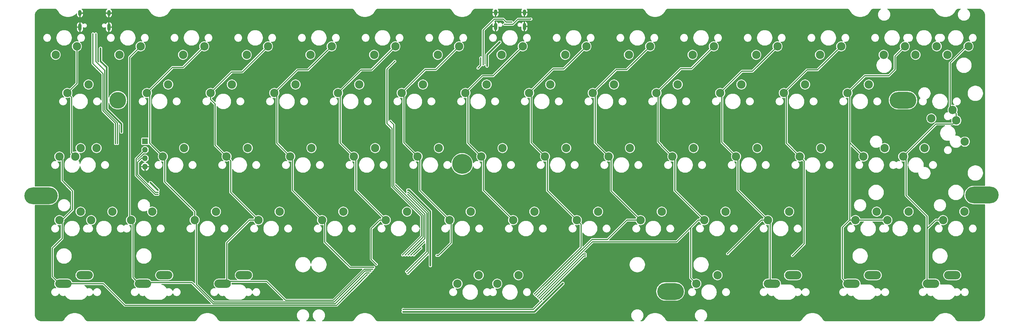
<source format=gtl>
G04 #@! TF.GenerationSoftware,KiCad,Pcbnew,8.0.4*
G04 #@! TF.CreationDate,2024-08-26T20:04:34+02:00*
G04 #@! TF.ProjectId,keyboard,6b657962-6f61-4726-942e-6b696361645f,rev?*
G04 #@! TF.SameCoordinates,Original*
G04 #@! TF.FileFunction,Copper,L1,Top*
G04 #@! TF.FilePolarity,Positive*
%FSLAX46Y46*%
G04 Gerber Fmt 4.6, Leading zero omitted, Abs format (unit mm)*
G04 Created by KiCad (PCBNEW 8.0.4) date 2024-08-26 20:04:34*
%MOMM*%
%LPD*%
G01*
G04 APERTURE LIST*
G04 #@! TA.AperFunction,ComponentPad*
%ADD10C,2.500000*%
G04 #@! TD*
G04 #@! TA.AperFunction,ComponentPad*
%ADD11O,4.900000X2.500000*%
G04 #@! TD*
G04 #@! TA.AperFunction,ComponentPad*
%ADD12O,8.000000X5.000000*%
G04 #@! TD*
G04 #@! TA.AperFunction,ComponentPad*
%ADD13O,10.000000X5.000000*%
G04 #@! TD*
G04 #@! TA.AperFunction,ComponentPad*
%ADD14R,1.700000X1.700000*%
G04 #@! TD*
G04 #@! TA.AperFunction,ComponentPad*
%ADD15O,1.700000X1.700000*%
G04 #@! TD*
G04 #@! TA.AperFunction,ComponentPad*
%ADD16C,5.000000*%
G04 #@! TD*
G04 #@! TA.AperFunction,ComponentPad*
%ADD17O,1.000000X1.800000*%
G04 #@! TD*
G04 #@! TA.AperFunction,ComponentPad*
%ADD18O,1.000000X2.200000*%
G04 #@! TD*
G04 #@! TA.AperFunction,ComponentPad*
%ADD19C,6.000000*%
G04 #@! TD*
G04 #@! TA.AperFunction,ViaPad*
%ADD20C,0.400000*%
G04 #@! TD*
G04 #@! TA.AperFunction,ViaPad*
%ADD21C,0.500000*%
G04 #@! TD*
G04 #@! TA.AperFunction,Conductor*
%ADD22C,0.300000*%
G04 #@! TD*
G04 #@! TA.AperFunction,Conductor*
%ADD23C,0.500000*%
G04 #@! TD*
G04 APERTURE END LIST*
D10*
X120015000Y-16510000D03*
X126365000Y-13970000D03*
X177165000Y-16510000D03*
X183515000Y-13970000D03*
X175260000Y-2540000D03*
X168910000Y-5080000D03*
D11*
X211683750Y-73660000D03*
D10*
X212883750Y-73660000D03*
D11*
X218033750Y-71120000D03*
D10*
X219233750Y-71120000D03*
X99060000Y-2540000D03*
X92710000Y-5080000D03*
D11*
X235496250Y-73660000D03*
D10*
X236696250Y-73660000D03*
D11*
X241846250Y-71120000D03*
D10*
X243046250Y-71120000D03*
X251460000Y-2540000D03*
X245110000Y-5080000D03*
X41910000Y-2540000D03*
X35560000Y-5080000D03*
X22860000Y-2540000D03*
X16510000Y-5080000D03*
X262890000Y-54610000D03*
X269240000Y-52070000D03*
X215265000Y-16510000D03*
X221615000Y-13970000D03*
X200977500Y-35560000D03*
X207327500Y-33020000D03*
X137160000Y-2540000D03*
X130810000Y-5080000D03*
X156210000Y-2540000D03*
X149860000Y-5080000D03*
D11*
X259308750Y-73660000D03*
D10*
X260508750Y-73660000D03*
D11*
X265658750Y-71120000D03*
D10*
X266858750Y-71120000D03*
X29527500Y-35560000D03*
X35877500Y-33020000D03*
X239090000Y-35560000D03*
X245440000Y-33020000D03*
X3810000Y-2540000D03*
X-2540000Y-5080000D03*
X-1430000Y-54610000D03*
X4920000Y-52070000D03*
X196215000Y-16510000D03*
X202565000Y-13970000D03*
X250983750Y-35560000D03*
X257333750Y-33020000D03*
X153352500Y-54610000D03*
X159702500Y-52070000D03*
X96202500Y-54610000D03*
X102552500Y-52070000D03*
X118110000Y-2540000D03*
X111760000Y-5080000D03*
X194310000Y-2540000D03*
X187960000Y-5080000D03*
X261010000Y-2540000D03*
X254660000Y-5080000D03*
X234315000Y-16510000D03*
X240665000Y-13970000D03*
X100965000Y-16510000D03*
X107315000Y-13970000D03*
X266860000Y-24760000D03*
X269400000Y-31110000D03*
X124777500Y-35560000D03*
X131127500Y-33020000D03*
X162877500Y-35560000D03*
X169227500Y-33020000D03*
D11*
X-228750Y-73660000D03*
D10*
X971250Y-73660000D03*
D11*
X6121250Y-71120000D03*
D10*
X7321250Y-71120000D03*
X143827500Y-35560000D03*
X150177500Y-33020000D03*
X24765000Y-16510000D03*
X31115000Y-13970000D03*
X232410000Y-2540000D03*
X226060000Y-5080000D03*
X19990000Y-54610000D03*
X26340000Y-52070000D03*
X77152500Y-54610000D03*
X83502500Y-52070000D03*
X181927500Y-35560000D03*
X188277500Y-33020000D03*
X189071250Y-73660000D03*
X195421250Y-71120000D03*
D11*
X47396250Y-73660000D03*
D10*
X48596250Y-73660000D03*
D11*
X53746250Y-71120000D03*
D10*
X54946250Y-71120000D03*
X117633750Y-73660000D03*
X123983750Y-71120000D03*
X139065000Y-16510000D03*
X145415000Y-13970000D03*
X67627500Y-35560000D03*
X73977500Y-33020000D03*
X246221250Y-54610000D03*
X252571250Y-52070000D03*
X158115000Y-16510000D03*
X164465000Y-13970000D03*
X115252500Y-54610000D03*
X121602500Y-52070000D03*
X105727500Y-35560000D03*
X112077500Y-33020000D03*
X58102500Y-54610000D03*
X64452500Y-52070000D03*
X213360000Y-2540000D03*
X207010000Y-5080000D03*
X210502500Y-54610000D03*
X216852500Y-52070000D03*
X172402500Y-54610000D03*
X178752500Y-52070000D03*
X270510000Y-2540000D03*
X264160000Y-5080000D03*
X80010000Y-2540000D03*
X73660000Y-5080000D03*
X62865000Y-16510000D03*
X69215000Y-13970000D03*
X265747500Y-21590000D03*
X259397500Y-24130000D03*
X48577500Y-35560000D03*
X54927500Y-33020000D03*
X236690000Y-54610000D03*
X243040000Y-52070000D03*
X8096250Y-54610000D03*
X14446250Y-52070000D03*
X191452500Y-54610000D03*
X197802500Y-52070000D03*
X134302500Y-54610000D03*
X140652500Y-52070000D03*
X60960000Y-2540000D03*
X54610000Y-5080000D03*
X220027500Y-35560000D03*
X226377500Y-33020000D03*
X-1425000Y-35560000D03*
X4925000Y-33020000D03*
X86677500Y-35560000D03*
X93027500Y-33020000D03*
X39052500Y-54610000D03*
X45402500Y-52070000D03*
X952500Y-16510000D03*
X7302500Y-13970000D03*
D11*
X23590000Y-73660000D03*
D10*
X24790000Y-73660000D03*
D11*
X29940000Y-71120000D03*
D10*
X31140000Y-71120000D03*
X3333750Y-35560000D03*
X9683750Y-33020000D03*
X43815000Y-16510000D03*
X50165000Y-13970000D03*
X81915000Y-16510000D03*
X88265000Y-13970000D03*
X129540000Y-73661270D03*
X135890000Y-71121270D03*
D12*
X181350000Y-76000000D03*
D13*
X274500000Y-47100000D03*
D14*
X24200000Y-31000000D03*
D15*
X24200000Y-33540000D03*
X24200000Y-36079999D03*
X24200000Y-38620000D03*
D16*
X16050000Y-18700000D03*
D12*
X250900000Y-18700000D03*
D13*
X-6900000Y-47300000D03*
D17*
X129030000Y7600000D03*
D18*
X129030000Y3400000D03*
D17*
X137670000Y7600000D03*
D18*
X137670000Y3400000D03*
D19*
X119050000Y-37800000D03*
D17*
X4730000Y7400000D03*
D18*
X4730000Y3200000D03*
D17*
X13370000Y7400000D03*
D18*
X13370000Y3200000D03*
D20*
X90650000Y-71000000D03*
X91200000Y-70450000D03*
X91750000Y-69900000D03*
X92200000Y-69350000D03*
X92600000Y-68800000D03*
X93375000Y-67875000D03*
X111500000Y-65200000D03*
X103768392Y-65068392D03*
X107693393Y-61143393D03*
X140675000Y-76725000D03*
X141125000Y-77175000D03*
X141575000Y-77575000D03*
X141999266Y-77999266D03*
X198450000Y-64700000D03*
X155900000Y-64750000D03*
X142425000Y-78425000D03*
X217850000Y-65250000D03*
X155900000Y-65350003D03*
X98750000Y-72100000D03*
X99150000Y-75500000D03*
X95950000Y-76300000D03*
X118300000Y-65650000D03*
D21*
X106500000Y-82900000D03*
X92150000Y-77800000D03*
D20*
X90050000Y-55150000D03*
X96250000Y-72000000D03*
D21*
X5500000Y1500000D03*
X137400000Y1350000D03*
X129550000Y1450000D03*
D20*
X94350000Y-73600000D03*
D21*
X12800000Y1300000D03*
D20*
X103650000Y-73500000D03*
X106200000Y-67250000D03*
X123800000Y-9050000D03*
X15349997Y-31650000D03*
X8600000Y1200000D03*
X102800000Y-46300000D03*
X124600000Y-6000000D03*
X28050000Y-46300000D03*
X102850000Y-70600000D03*
X9898223Y-9051777D03*
X133850000Y4750000D03*
X9500000Y1200000D03*
X105175000Y-67325000D03*
X132200000Y4750000D03*
X15950000Y-31650000D03*
X102450000Y-70050000D03*
X125350000Y-8050000D03*
X28050000Y-46900003D03*
X102800000Y-46900000D03*
X10850000Y-8500000D03*
X101400000Y-81400000D03*
X142850000Y-78850000D03*
D21*
X101400000Y-82100000D03*
X149175000Y-73600000D03*
X25800000Y-43400000D03*
X28050000Y-45650000D03*
X102800000Y-45650000D03*
X109550000Y-68250000D03*
D20*
X131700000Y4050000D03*
X139600000Y5625000D03*
X98900000Y-7025000D03*
X101225000Y-65075000D03*
X102070002Y-65070002D03*
X97600000Y-25000000D03*
X102919127Y-65069127D03*
X99150000Y-44100000D03*
X106685317Y-63000000D03*
X104617659Y-65067659D03*
D21*
X130300000Y-1300000D03*
X10900000Y-3150000D03*
X12700000Y-11200000D03*
X126500000Y-8450000D03*
X17150000Y-28250000D03*
D22*
X-600000Y-42800000D02*
X-600000Y-36385000D01*
X-600000Y-36385000D02*
X-1425000Y-35560000D01*
X18200000Y-80150000D02*
X81500000Y-80150000D01*
X2202499Y-34428749D02*
X3333750Y-35560000D01*
X971250Y-73660000D02*
X11710000Y-73660000D01*
X-1428750Y-73660000D02*
X-3500000Y-71588750D01*
X81500000Y-80150000D02*
X90650000Y-71000000D01*
X-3500000Y-71588750D02*
X-3500000Y-63000000D01*
X2202499Y-17759999D02*
X2202499Y-34428749D01*
X-1430000Y-54610000D02*
X-610000Y-54610000D01*
X-610000Y-54610000D02*
X2500000Y-51500000D01*
X11710000Y-73660000D02*
X18200000Y-80150000D01*
X-1428750Y-73660000D02*
X952500Y-73660000D01*
X-600000Y-60100000D02*
X-600000Y-55440000D01*
X-3500000Y-63000000D02*
X-600000Y-60100000D01*
X3810000Y-2540000D02*
X3810000Y-13652500D01*
X952500Y-16510000D02*
X2202499Y-17759999D01*
X-600000Y-55440000D02*
X-1430000Y-54610000D01*
X2500000Y-45900000D02*
X-600000Y-42800000D01*
X3810000Y-13652500D02*
X952500Y-16510000D01*
X2500000Y-51500000D02*
X2500000Y-45900000D01*
X38217893Y-73325000D02*
X25125000Y-73325000D01*
X81100000Y-79650000D02*
X44542893Y-79650000D01*
X44542893Y-79650000D02*
X38217893Y-73325000D01*
X20575000Y-71845000D02*
X22390000Y-73660000D01*
X25125000Y-73325000D02*
X24790000Y-73660000D01*
X91200000Y-70450000D02*
X90300000Y-70450000D01*
X19550000Y-5850000D02*
X19550000Y-54170000D01*
X19550000Y-54170000D02*
X19990000Y-54610000D01*
X20575000Y-55195000D02*
X20575000Y-71845000D01*
X19990000Y-54610000D02*
X20575000Y-55195000D01*
X22860000Y-2540000D02*
X19550000Y-5850000D01*
X90300000Y-70450000D02*
X81100000Y-79650000D01*
X80707106Y-79150000D02*
X44750000Y-79150000D01*
X30100000Y-43150000D02*
X39052500Y-52102500D01*
X41910000Y-2540000D02*
X35575000Y-8875000D01*
X39052500Y-52102500D02*
X39052500Y-54610000D01*
X89957106Y-69900000D02*
X80707106Y-79150000D01*
X25600000Y-17345000D02*
X25600000Y-31632500D01*
X32400000Y-8875000D02*
X24765000Y-16510000D01*
X44750000Y-79150000D02*
X39550000Y-73950000D01*
X24765000Y-16510000D02*
X25600000Y-17345000D01*
X30100000Y-36132500D02*
X30100000Y-43150000D01*
X39550000Y-55107500D02*
X39052500Y-54610000D01*
X39550000Y-73950000D02*
X39550000Y-55107500D01*
X29527500Y-35560000D02*
X30100000Y-36132500D01*
X91750000Y-69900000D02*
X89957106Y-69900000D01*
X35575000Y-8875000D02*
X32400000Y-8875000D01*
X25600000Y-31632500D02*
X29527500Y-35560000D01*
X55415000Y-54610000D02*
X58102500Y-54610000D01*
X53275000Y-10225000D02*
X50100000Y-10225000D01*
X48577500Y-35560000D02*
X49827499Y-36809999D01*
X60960000Y-2540000D02*
X53275000Y-10225000D01*
X60600000Y-73000000D02*
X66250000Y-78650000D01*
X49256250Y-73000000D02*
X60600000Y-73000000D01*
X80499999Y-78650000D02*
X89799999Y-69350000D01*
X48596250Y-73660000D02*
X48596250Y-61428750D01*
X66250000Y-78650000D02*
X80499999Y-78650000D01*
X48596250Y-73660000D02*
X49256250Y-73000000D01*
X49827499Y-36809999D02*
X49827499Y-46334999D01*
X43815000Y-18446167D02*
X45200000Y-19831167D01*
X50100000Y-10225000D02*
X43815000Y-16510000D01*
X43815000Y-16510000D02*
X43815000Y-18446167D01*
X45200000Y-32182500D02*
X48577500Y-35560000D01*
X49827499Y-46334999D02*
X58102500Y-54610000D01*
X48596250Y-61428750D02*
X55415000Y-54610000D01*
X45200000Y-19831167D02*
X45200000Y-32182500D01*
X89799999Y-69350000D02*
X92200000Y-69350000D01*
X72950000Y-9600000D02*
X69775000Y-9600000D01*
X80010000Y-2540000D02*
X72950000Y-9600000D01*
X68300000Y-36232500D02*
X68300000Y-45757500D01*
X62865000Y-16510000D02*
X63650000Y-17295000D01*
X63650000Y-31582500D02*
X67627500Y-35560000D01*
X63650000Y-17295000D02*
X63650000Y-31582500D01*
X77950000Y-61200000D02*
X85550000Y-68800000D01*
X77950000Y-55407500D02*
X77950000Y-61200000D01*
X67627500Y-35560000D02*
X68300000Y-36232500D01*
X69775000Y-9600000D02*
X62865000Y-16510000D01*
X77152500Y-54610000D02*
X77950000Y-55407500D01*
X68300000Y-45757500D02*
X77152500Y-54610000D01*
X85550000Y-68800000D02*
X92600000Y-68800000D01*
X91975000Y-9625000D02*
X88800000Y-9625000D01*
X86677500Y-35560000D02*
X87250000Y-36132500D01*
X87250000Y-45657500D02*
X96202500Y-54610000D01*
X88800000Y-9625000D02*
X81915000Y-16510000D01*
X94434734Y-54610000D02*
X96202500Y-54610000D01*
X91850000Y-57194734D02*
X94434734Y-54610000D01*
X82600000Y-31482500D02*
X86677500Y-35560000D01*
X81915000Y-16510000D02*
X82600000Y-17195000D01*
X82600000Y-17195000D02*
X82600000Y-31482500D01*
X93375000Y-67875000D02*
X91850000Y-66350000D01*
X91850000Y-66350000D02*
X91850000Y-57194734D01*
X99060000Y-2540000D02*
X91975000Y-9625000D01*
X87250000Y-36132500D02*
X87250000Y-45657500D01*
X129538730Y-73660000D02*
X129540000Y-73661270D01*
X115252500Y-54610000D02*
X106400000Y-45757500D01*
X118110000Y-2540000D02*
X111175000Y-9475000D01*
X115750000Y-61450000D02*
X115750000Y-55107500D01*
X108000000Y-9475000D02*
X100965000Y-16510000D01*
X100965000Y-16510000D02*
X101600000Y-17145000D01*
X101600000Y-31432500D02*
X105727500Y-35560000D01*
X106400000Y-36232500D02*
X105727500Y-35560000D01*
X115750000Y-55107500D02*
X115252500Y-54610000D01*
X111500000Y-65200000D02*
X112000000Y-65200000D01*
X112000000Y-65200000D02*
X115750000Y-61450000D01*
X101600000Y-17145000D02*
X101600000Y-31432500D01*
X111175000Y-9475000D02*
X108000000Y-9475000D01*
X106400000Y-45757500D02*
X106400000Y-36232500D01*
X125150000Y-11375000D02*
X120015000Y-16510000D01*
X107693392Y-61143393D02*
X103768393Y-65068392D01*
X125400000Y-45707500D02*
X134302500Y-54610000D01*
X120750000Y-31532500D02*
X124777500Y-35560000D01*
X107693393Y-61143393D02*
X107693392Y-61143393D01*
X128325000Y-11375000D02*
X125150000Y-11375000D01*
X125400000Y-36182500D02*
X125400000Y-45707500D01*
X137160000Y-2540000D02*
X128325000Y-11375000D01*
X103768393Y-65068392D02*
X103768392Y-65068392D01*
X120015000Y-16510000D02*
X120750000Y-17245000D01*
X124777500Y-35560000D02*
X125400000Y-36182500D01*
X120750000Y-17245000D02*
X120750000Y-31532500D01*
X156210000Y-2540000D02*
X149425000Y-9325000D01*
X139065000Y-16510000D02*
X139700000Y-17145000D01*
X143827500Y-35560000D02*
X144550000Y-36282500D01*
X139700000Y-31432500D02*
X143827500Y-35560000D01*
X149425000Y-9325000D02*
X146250000Y-9325000D01*
X144550000Y-36282500D02*
X144550000Y-45807500D01*
X144550000Y-45807500D02*
X153352500Y-54610000D01*
X139700000Y-17145000D02*
X139700000Y-31432500D01*
X140675000Y-76725000D02*
X154602499Y-62797501D01*
X154602499Y-55859999D02*
X153352500Y-54610000D01*
X146250000Y-9325000D02*
X139065000Y-16510000D01*
X154602499Y-62797501D02*
X154602499Y-55859999D01*
X165100000Y-9525000D02*
X158115000Y-16510000D01*
X158115000Y-16510000D02*
X158850000Y-17245000D01*
X168275000Y-9525000D02*
X165100000Y-9525000D01*
X158850000Y-31532500D02*
X162877500Y-35560000D01*
X163650000Y-36332500D02*
X163650000Y-45857500D01*
X158850000Y-17245000D02*
X158850000Y-31532500D01*
X163650000Y-45857500D02*
X172402500Y-54610000D01*
X162500000Y-60450000D02*
X168340000Y-54610000D01*
X168340000Y-54610000D02*
X172402500Y-54610000D01*
X175260000Y-2540000D02*
X168275000Y-9525000D01*
X157850000Y-60450000D02*
X162500000Y-60450000D01*
X162877500Y-35560000D02*
X163650000Y-36332500D01*
X141125000Y-77175000D02*
X157850000Y-60450000D01*
X194310000Y-2540000D02*
X187625000Y-9225000D01*
X183194734Y-61100000D02*
X189684734Y-54610000D01*
X187400000Y-71988750D02*
X189071250Y-73660000D01*
X177165000Y-16510000D02*
X177700000Y-17045000D01*
X182650000Y-45807500D02*
X191452500Y-54610000D01*
X141575000Y-77575000D02*
X158050000Y-61100000D01*
X178700000Y-32200000D02*
X178700000Y-32332500D01*
X191452500Y-54610000D02*
X189684734Y-54610000D01*
X182650000Y-36282500D02*
X182650000Y-45807500D01*
X189684734Y-54610000D02*
X187400000Y-56894734D01*
X187625000Y-9225000D02*
X184450000Y-9225000D01*
X158050000Y-61100000D02*
X183194734Y-61100000D01*
X184450000Y-9225000D02*
X177165000Y-16510000D01*
X177700000Y-17045000D02*
X177700000Y-31200000D01*
X181927500Y-35560000D02*
X182650000Y-36282500D01*
X178700000Y-32332500D02*
X181927500Y-35560000D01*
X177700000Y-31200000D02*
X178700000Y-32200000D01*
X187400000Y-56894734D02*
X187400000Y-71988750D01*
X201550000Y-45657500D02*
X201550000Y-36132500D01*
X141999266Y-77999266D02*
X141999266Y-77975734D01*
X201550000Y-36132500D02*
X200977500Y-35560000D01*
X205900000Y-10000000D02*
X202725000Y-10000000D01*
X213360000Y-2540000D02*
X205900000Y-10000000D01*
X210502500Y-54610000D02*
X201550000Y-45657500D01*
X155225000Y-64750000D02*
X155900000Y-64750000D01*
X208540000Y-54610000D02*
X210502500Y-54610000D01*
X196750000Y-31332500D02*
X196750000Y-17045000D01*
X196750000Y-17045000D02*
X196215000Y-16510000D01*
X202725000Y-10000000D02*
X196215000Y-16510000D01*
X211200000Y-55307500D02*
X211200000Y-72943750D01*
X210502500Y-54610000D02*
X211200000Y-55307500D01*
X200977500Y-35560000D02*
X196750000Y-31332500D01*
X198450000Y-64700000D02*
X208540000Y-54610000D01*
X141999266Y-77975734D02*
X155225000Y-64750000D01*
X211200000Y-72943750D02*
X210483750Y-73660000D01*
X216050000Y-31582500D02*
X220027500Y-35560000D01*
X232410000Y-2540000D02*
X225350000Y-9600000D01*
X142425000Y-78425000D02*
X155499997Y-65350003D01*
X155499997Y-65350003D02*
X155900000Y-65350003D01*
X216050000Y-17295000D02*
X216050000Y-31582500D01*
X221387500Y-61712500D02*
X221387500Y-36920000D01*
X215265000Y-16510000D02*
X216050000Y-17295000D01*
X217850000Y-65250000D02*
X221387500Y-61712500D01*
X225350000Y-9600000D02*
X222175000Y-9600000D01*
X221387500Y-36920000D02*
X220027500Y-35560000D01*
X222175000Y-9600000D02*
X215265000Y-16510000D01*
X234296250Y-73660000D02*
X232800000Y-72163750D01*
X246650000Y-11350000D02*
X239475000Y-11350000D01*
X234950000Y-31420000D02*
X239090000Y-35560000D01*
X251460000Y-2540000D02*
X248500000Y-5500000D01*
X248500000Y-5500000D02*
X248500000Y-9500000D01*
X235000000Y-54600000D02*
X236680000Y-54600000D01*
X234950000Y-31000000D02*
X234950000Y-31420000D01*
X232800000Y-56800000D02*
X234950000Y-54650000D01*
X232800000Y-56800000D02*
X235000000Y-54600000D01*
X234315000Y-16510000D02*
X234950000Y-17145000D01*
X234950000Y-54650000D02*
X234950000Y-31000000D01*
X236680000Y-54600000D02*
X236690000Y-54610000D01*
X234950000Y-17145000D02*
X234950000Y-31000000D01*
X248500000Y-9500000D02*
X246650000Y-11350000D01*
X236690000Y-54610000D02*
X246221250Y-54610000D01*
X232800000Y-72163750D02*
X232800000Y-56800000D01*
X239475000Y-11350000D02*
X234315000Y-16510000D01*
X269960000Y-2540000D02*
X270510000Y-2540000D01*
X266860000Y-22702500D02*
X265747500Y-21590000D01*
X266860000Y-24760000D02*
X266120000Y-25500000D01*
X265000000Y-20842500D02*
X265000000Y-7500000D01*
X258100000Y-54610000D02*
X258100000Y-57200000D01*
X258127500Y-73660000D02*
X260508750Y-73660000D01*
X260690000Y-54610000D02*
X258100000Y-57200000D01*
X260743750Y-25800000D02*
X250983750Y-35560000D01*
X265000000Y-7500000D02*
X269960000Y-2540000D01*
X258100000Y-57200000D02*
X258100000Y-73651250D01*
X265747500Y-21590000D02*
X265000000Y-20842500D01*
X251110000Y-35560000D02*
X251850000Y-36300000D01*
X258100000Y-53500000D02*
X258100000Y-54610000D01*
X265820000Y-25800000D02*
X260743750Y-25800000D01*
X266860000Y-24760000D02*
X265820000Y-25800000D01*
X258100000Y-73651250D02*
X258108750Y-73660000D01*
X266200000Y-24100000D02*
X266860000Y-24760000D01*
X251850000Y-47250000D02*
X258100000Y-53500000D01*
X251850000Y-36300000D02*
X251850000Y-47250000D01*
X250983750Y-35560000D02*
X251110000Y-35560000D01*
X262890000Y-54610000D02*
X260690000Y-54610000D01*
X266860000Y-24760000D02*
X266860000Y-22702500D01*
X92150000Y-77800000D02*
X92150000Y-77850000D01*
X123800000Y-9050000D02*
X124600000Y-8250000D01*
X23170001Y-36079999D02*
X24200000Y-36079999D01*
X11600000Y-10753554D02*
X11600000Y-21850000D01*
X15350000Y-25600000D02*
X15350000Y-31649997D01*
X22000000Y-40996446D02*
X22000000Y-37250000D01*
X108950000Y-64500000D02*
X106200000Y-67250000D01*
X124600000Y-8250000D02*
X124600000Y-6000000D01*
X27303554Y-46300000D02*
X22000000Y-40996446D01*
X102800000Y-46300000D02*
X103000000Y-46300000D01*
X8600000Y1200000D02*
X8600000Y-7753554D01*
X108950000Y-52250000D02*
X108950000Y-64500000D01*
X103000000Y-46300000D02*
X108950000Y-52250000D01*
X8600000Y-7753554D02*
X9898223Y-9051777D01*
X9898223Y-9051777D02*
X11600000Y-10753554D01*
X11600000Y-21850000D02*
X15350000Y-25600000D01*
X28050000Y-46300000D02*
X27303554Y-46300000D01*
X22000000Y-37250000D02*
X23170001Y-36079999D01*
X15350000Y-31649997D02*
X15349997Y-31650000D01*
X102850000Y-70600000D02*
X106200000Y-67250000D01*
X12100000Y-9750000D02*
X12100000Y-21642894D01*
X21500000Y-41203554D02*
X21500000Y-36240000D01*
X27196449Y-46900003D02*
X21500000Y-41203554D01*
X9500000Y-7150000D02*
X12100000Y-9750000D01*
X15950000Y-25492894D02*
X15950000Y-31650000D01*
X133850000Y4750000D02*
X132200000Y4750000D01*
X9500000Y1200000D02*
X9500000Y-7150000D01*
X132200000Y4750000D02*
X131350000Y5600000D01*
X28050000Y-46900003D02*
X27196449Y-46900003D01*
X21500000Y-36240000D02*
X24200000Y-33540000D01*
X105175000Y-67325000D02*
X108450000Y-64050000D01*
X125350000Y2300000D02*
X125350000Y-8050000D01*
X12100000Y-21642894D02*
X15950000Y-25492894D01*
X128650000Y5600000D02*
X125350000Y2300000D01*
X131350000Y5600000D02*
X128650000Y5600000D01*
X105175000Y-67325000D02*
X102450000Y-70050000D01*
X108450000Y-52550000D02*
X102800000Y-46900000D01*
X108450000Y-64050000D02*
X108450000Y-52550000D01*
X101400000Y-81400000D02*
X140300000Y-81400000D01*
X140300000Y-81400000D02*
X142850000Y-78850000D01*
D23*
X140675000Y-82100000D02*
X149175000Y-73600000D01*
X101400000Y-82100000D02*
X140675000Y-82100000D01*
X109550000Y-52001472D02*
X109550000Y-68250000D01*
X28050000Y-45650000D02*
X25800000Y-43400000D01*
X103198528Y-45650000D02*
X109550000Y-52001472D01*
X102800000Y-45650000D02*
X103198528Y-45650000D01*
D22*
X139575000Y5600000D02*
X135750000Y5600000D01*
X134200000Y4050000D02*
X131700000Y4050000D01*
X139600000Y5625000D02*
X139575000Y5600000D01*
X135750000Y5600000D02*
X134200000Y4050000D01*
X96550000Y-25650000D02*
X96550000Y-9375000D01*
X101225000Y-65075000D02*
X106900000Y-59400000D01*
X106900000Y-59400000D02*
X106900000Y-53378553D01*
X106900000Y-53378553D02*
X98100000Y-44578553D01*
X98100000Y-44578553D02*
X98100000Y-27200000D01*
X96550000Y-9375000D02*
X98900000Y-7025000D01*
X98100000Y-27200000D02*
X96550000Y-25650000D01*
X107400000Y-53171447D02*
X98600000Y-44371447D01*
X107400000Y-59740004D02*
X107400000Y-53171447D01*
X102070002Y-65070002D02*
X107400000Y-59740004D01*
X98600000Y-44371447D02*
X98600000Y-26000000D01*
X98600000Y-26000000D02*
X97600000Y-25000000D01*
X102919128Y-65069127D02*
X102919127Y-65069127D01*
X107900000Y-60088255D02*
X102919128Y-65069127D01*
X107900000Y-52850000D02*
X107900000Y-60088255D01*
X99150000Y-44100000D02*
X107900000Y-52850000D01*
X106685317Y-63000000D02*
X104617659Y-65067658D01*
X104617659Y-65067658D02*
X104617659Y-65067659D01*
D23*
X10900000Y-3150000D02*
X10900000Y-7000000D01*
X17150000Y-25844366D02*
X17150000Y-28250000D01*
X126500000Y-5100000D02*
X126500000Y-8450000D01*
X12700000Y-8800000D02*
X12700000Y-21394366D01*
X130300000Y-1300000D02*
X126500000Y-5100000D01*
X10900000Y-7000000D02*
X12700000Y-8800000D01*
X12700000Y-21394366D02*
X17150000Y-25844366D01*
G04 #@! TA.AperFunction,Conductor*
G36*
X131199784Y5179815D02*
G01*
X131220426Y5163181D01*
X131679063Y4704542D01*
X131712548Y4643219D01*
X131707564Y4573527D01*
X131665692Y4517594D01*
X131626316Y4497884D01*
X131533061Y4470502D01*
X131510931Y4464004D01*
X131401951Y4393967D01*
X131317118Y4296063D01*
X131317118Y4296062D01*
X131317117Y4296061D01*
X131263301Y4178222D01*
X131262144Y4174281D01*
X131259924Y4170827D01*
X131259619Y4170159D01*
X131259522Y4170202D01*
X131224367Y4115505D01*
X131160810Y4086483D01*
X131091652Y4096430D01*
X131038850Y4142188D01*
X131028610Y4161764D01*
X131014311Y4196286D01*
X130945858Y4298733D01*
X130858733Y4385858D01*
X130756286Y4454311D01*
X130642452Y4501463D01*
X130521608Y4525499D01*
X130521607Y4525500D01*
X130521606Y4525500D01*
X130398394Y4525500D01*
X130398393Y4525500D01*
X130398389Y4525499D01*
X130277548Y4501463D01*
X130222623Y4478712D01*
X130163716Y4454312D01*
X130163707Y4454307D01*
X130061267Y4385858D01*
X130061263Y4385855D01*
X130039090Y4363682D01*
X129977767Y4330197D01*
X129908075Y4335181D01*
X129852142Y4377053D01*
X129836847Y4403912D01*
X129827570Y4426309D01*
X129827566Y4426316D01*
X129729076Y4573716D01*
X129729073Y4573720D01*
X129603720Y4699073D01*
X129603716Y4699076D01*
X129456316Y4797566D01*
X129456303Y4797573D01*
X129292525Y4865411D01*
X129292517Y4865413D01*
X129230000Y4877847D01*
X129230000Y4174265D01*
X129214205Y4190060D01*
X129145796Y4229556D01*
X129069496Y4250000D01*
X128990504Y4250000D01*
X128914204Y4229556D01*
X128845795Y4190060D01*
X128830000Y4174265D01*
X128830000Y4877847D01*
X128811788Y4874225D01*
X128742196Y4880453D01*
X128687019Y4923317D01*
X128663775Y4989207D01*
X128679843Y5057204D01*
X128699916Y5083524D01*
X128779573Y5163181D01*
X128840896Y5196666D01*
X128867254Y5199500D01*
X131132745Y5199500D01*
X131199784Y5179815D01*
G37*
G04 #@! TD.AperFunction*
G04 #@! TA.AperFunction,Conductor*
G36*
X244206387Y8749474D02*
G01*
X244273426Y8729789D01*
X244319180Y8676984D01*
X244329123Y8607825D01*
X244300097Y8544270D01*
X244268389Y8518090D01*
X244246187Y8505272D01*
X244128932Y8415299D01*
X244056443Y8359676D01*
X244056436Y8359670D01*
X243887329Y8190563D01*
X243887323Y8190556D01*
X243763323Y8028956D01*
X243741728Y8000813D01*
X243676967Y7888643D01*
X243622145Y7793689D01*
X243622141Y7793680D01*
X243530620Y7572729D01*
X243525683Y7554305D01*
X243470654Y7348933D01*
X243468716Y7341702D01*
X243437500Y7104584D01*
X243437500Y6865415D01*
X243468716Y6628297D01*
X243530620Y6397270D01*
X243622141Y6176319D01*
X243622145Y6176310D01*
X243741731Y5969182D01*
X243887323Y5779443D01*
X243887329Y5779436D01*
X244056436Y5610329D01*
X244056443Y5610323D01*
X244246182Y5464731D01*
X244453310Y5345145D01*
X244453319Y5345141D01*
X244674270Y5253620D01*
X244905297Y5191716D01*
X245142415Y5160500D01*
X245142416Y5160500D01*
X245381585Y5160500D01*
X245618702Y5191716D01*
X245849729Y5253620D01*
X246070680Y5345141D01*
X246070689Y5345145D01*
X246129220Y5378938D01*
X246277813Y5464728D01*
X246319576Y5496774D01*
X246467556Y5610323D01*
X246467563Y5610329D01*
X246636670Y5779436D01*
X246636676Y5779443D01*
X246744898Y5920480D01*
X246782272Y5969187D01*
X246901856Y6176313D01*
X246993381Y6397275D01*
X247055283Y6628294D01*
X247086500Y6865416D01*
X247086500Y7104584D01*
X247055283Y7341706D01*
X246993381Y7572725D01*
X246901856Y7793687D01*
X246782272Y8000813D01*
X246636675Y8190558D01*
X246467558Y8359675D01*
X246277813Y8505272D01*
X246255660Y8518061D01*
X246207447Y8568624D01*
X246194222Y8637231D01*
X246220189Y8702096D01*
X246277102Y8742626D01*
X246317663Y8749447D01*
X259372757Y8749279D01*
X259372833Y8749273D01*
X259422126Y8749277D01*
X259431769Y8748902D01*
X259611099Y8734929D01*
X259630162Y8731938D01*
X259800445Y8691432D01*
X259818813Y8685519D01*
X259980751Y8619085D01*
X259997979Y8610395D01*
X260147648Y8519643D01*
X260163319Y8508385D01*
X260297096Y8395514D01*
X260310831Y8381961D01*
X260425479Y8249700D01*
X260436945Y8234180D01*
X260532053Y8081943D01*
X260536813Y8073625D01*
X260616547Y7920871D01*
X260616557Y7920853D01*
X260811523Y7626167D01*
X260811528Y7626160D01*
X261035997Y7353250D01*
X261036002Y7353245D01*
X261287533Y7105081D01*
X261563449Y6884305D01*
X261860738Y6693326D01*
X261860747Y6693320D01*
X262176236Y6534175D01*
X262176251Y6534168D01*
X262506524Y6408580D01*
X262848039Y6317894D01*
X262848059Y6317890D01*
X263197113Y6263088D01*
X263197134Y6263086D01*
X263550013Y6244753D01*
X263902895Y6263088D01*
X263902906Y6263090D01*
X264251969Y6317896D01*
X264251999Y6317902D01*
X264593493Y6408586D01*
X264593499Y6408588D01*
X264593502Y6408589D01*
X264690301Y6445398D01*
X264923778Y6534182D01*
X264923795Y6534189D01*
X265239278Y6693335D01*
X265239284Y6693339D01*
X265239627Y6693559D01*
X265354695Y6767481D01*
X265536575Y6884323D01*
X265812485Y7105098D01*
X266064012Y7353263D01*
X266064019Y7353270D01*
X266288484Y7626177D01*
X266483457Y7920877D01*
X266539632Y8028500D01*
X266539778Y8028727D01*
X266544880Y8038511D01*
X266562986Y8073233D01*
X266567770Y8081594D01*
X266567905Y8081809D01*
X266663101Y8234147D01*
X266674564Y8249661D01*
X266674751Y8249877D01*
X266789232Y8381925D01*
X266802963Y8395472D01*
X266803221Y8395689D01*
X266925765Y8499073D01*
X266936750Y8508340D01*
X266952418Y8519595D01*
X267102095Y8610349D01*
X267119320Y8619038D01*
X267281259Y8685475D01*
X267299622Y8691387D01*
X267469918Y8731905D01*
X267488976Y8734896D01*
X267659054Y8748163D01*
X267668525Y8748902D01*
X267678168Y8749278D01*
X267725917Y8749278D01*
X267725949Y8749280D01*
X268082067Y8749294D01*
X268149107Y8729612D01*
X268194864Y8676810D01*
X268204811Y8607652D01*
X268175788Y8544095D01*
X268144076Y8517909D01*
X268122187Y8505272D01*
X268122179Y8505266D01*
X267932443Y8359676D01*
X267932436Y8359670D01*
X267763329Y8190563D01*
X267763323Y8190556D01*
X267639323Y8028956D01*
X267617728Y8000813D01*
X267552967Y7888643D01*
X267498145Y7793689D01*
X267498141Y7793680D01*
X267406620Y7572729D01*
X267401683Y7554305D01*
X267346654Y7348933D01*
X267344716Y7341702D01*
X267313500Y7104584D01*
X267313500Y6865415D01*
X267344716Y6628297D01*
X267406620Y6397270D01*
X267498141Y6176319D01*
X267498145Y6176310D01*
X267617731Y5969182D01*
X267763323Y5779443D01*
X267763329Y5779436D01*
X267932436Y5610329D01*
X267932443Y5610323D01*
X268122182Y5464731D01*
X268329310Y5345145D01*
X268329319Y5345141D01*
X268550270Y5253620D01*
X268781297Y5191716D01*
X269018415Y5160500D01*
X269018416Y5160500D01*
X269257585Y5160500D01*
X269494702Y5191716D01*
X269725729Y5253620D01*
X269946680Y5345141D01*
X269946689Y5345145D01*
X270005220Y5378938D01*
X270153813Y5464728D01*
X270195576Y5496774D01*
X270343556Y5610323D01*
X270343563Y5610329D01*
X270512670Y5779436D01*
X270512676Y5779443D01*
X270620898Y5920480D01*
X270658272Y5969187D01*
X270777856Y6176313D01*
X270869381Y6397275D01*
X270931283Y6628294D01*
X270962500Y6865416D01*
X270962500Y7104584D01*
X270931283Y7341706D01*
X270869381Y7572725D01*
X270777856Y7793687D01*
X270658272Y8000813D01*
X270512675Y8190558D01*
X270343558Y8359675D01*
X270153813Y8505272D01*
X270131785Y8517989D01*
X270083573Y8568550D01*
X270070348Y8637157D01*
X270096314Y8702023D01*
X270153227Y8742553D01*
X270193782Y8749374D01*
X273445929Y8749499D01*
X273454044Y8749234D01*
X273702883Y8732925D01*
X273718964Y8730807D01*
X273959535Y8682954D01*
X273975202Y8678756D01*
X274207479Y8599909D01*
X274222465Y8593702D01*
X274442460Y8485212D01*
X274456507Y8477102D01*
X274660460Y8340825D01*
X274673328Y8330951D01*
X274857749Y8169218D01*
X274869218Y8157749D01*
X275030951Y7973328D01*
X275040825Y7960460D01*
X275177102Y7756507D01*
X275185212Y7742460D01*
X275293702Y7522465D01*
X275299909Y7507479D01*
X275378756Y7275202D01*
X275382954Y7259535D01*
X275430807Y7018964D01*
X275432925Y7002883D01*
X275449235Y6754043D01*
X275449500Y6745933D01*
X275449500Y-44225500D01*
X275429815Y-44292539D01*
X275377011Y-44338294D01*
X275325500Y-44349500D01*
X271845528Y-44349500D01*
X271538562Y-44384086D01*
X271538544Y-44384089D01*
X271237364Y-44452831D01*
X271237352Y-44452835D01*
X270945777Y-44554862D01*
X270945763Y-44554868D01*
X270667437Y-44688903D01*
X270405858Y-44853264D01*
X270164326Y-45045879D01*
X269945879Y-45264326D01*
X269753264Y-45505858D01*
X269588903Y-45767437D01*
X269454868Y-46045763D01*
X269454862Y-46045777D01*
X269352835Y-46337352D01*
X269352831Y-46337364D01*
X269284089Y-46638544D01*
X269284086Y-46638562D01*
X269249500Y-46945528D01*
X269249500Y-47254471D01*
X269284086Y-47561437D01*
X269284089Y-47561455D01*
X269352831Y-47862635D01*
X269352835Y-47862647D01*
X269454862Y-48154222D01*
X269454868Y-48154236D01*
X269588903Y-48432562D01*
X269588905Y-48432565D01*
X269753265Y-48694143D01*
X269945880Y-48935674D01*
X270164326Y-49154120D01*
X270405857Y-49346735D01*
X270667435Y-49511095D01*
X270945771Y-49645135D01*
X270945777Y-49645137D01*
X271237352Y-49747164D01*
X271237364Y-49747168D01*
X271538548Y-49815911D01*
X271538554Y-49815911D01*
X271538562Y-49815913D01*
X271743206Y-49838970D01*
X271845529Y-49850499D01*
X271845532Y-49850500D01*
X271845535Y-49850500D01*
X275325500Y-49850500D01*
X275392539Y-49870185D01*
X275438294Y-49922989D01*
X275449500Y-49974500D01*
X275449500Y-82945933D01*
X275449235Y-82954043D01*
X275432925Y-83202883D01*
X275430807Y-83218964D01*
X275382954Y-83459535D01*
X275378756Y-83475202D01*
X275299909Y-83707479D01*
X275293702Y-83722465D01*
X275185212Y-83942460D01*
X275177102Y-83956507D01*
X275040825Y-84160460D01*
X275030951Y-84173328D01*
X274869218Y-84357749D01*
X274857749Y-84369218D01*
X274673328Y-84530951D01*
X274660460Y-84540825D01*
X274456507Y-84677102D01*
X274442460Y-84685212D01*
X274222465Y-84793702D01*
X274207479Y-84799909D01*
X273975202Y-84878756D01*
X273959536Y-84882954D01*
X273763498Y-84921949D01*
X273718964Y-84930807D01*
X273702883Y-84932925D01*
X273454042Y-84949233D01*
X273445933Y-84949498D01*
X267728427Y-84949495D01*
X267728382Y-84949491D01*
X267677919Y-84949494D01*
X267668275Y-84949119D01*
X267488933Y-84935138D01*
X267469872Y-84932146D01*
X267299578Y-84891634D01*
X267281213Y-84885723D01*
X267119270Y-84819288D01*
X267102045Y-84810599D01*
X266952363Y-84719846D01*
X266936693Y-84708590D01*
X266936668Y-84708569D01*
X266802903Y-84595718D01*
X266789175Y-84582174D01*
X266726061Y-84509375D01*
X266674509Y-84449911D01*
X266663043Y-84434394D01*
X266588557Y-84315193D01*
X266568023Y-84282331D01*
X266563146Y-84273791D01*
X266549316Y-84247173D01*
X266549184Y-84247031D01*
X266548629Y-84245967D01*
X266544769Y-84238563D01*
X266544768Y-84238562D01*
X266539793Y-84229020D01*
X266539641Y-84228783D01*
X266483437Y-84121104D01*
X266483428Y-84121090D01*
X266399980Y-83994959D01*
X266288460Y-83826397D01*
X266245360Y-83773995D01*
X266063999Y-83553493D01*
X266063997Y-83553490D01*
X265909997Y-83401551D01*
X265812459Y-83305317D01*
X265812452Y-83305311D01*
X265812443Y-83305303D01*
X265536563Y-83084552D01*
X265536558Y-83084548D01*
X265239265Y-82893564D01*
X265239263Y-82893563D01*
X265239259Y-82893560D01*
X265239255Y-82893558D01*
X264923778Y-82734415D01*
X264923761Y-82734408D01*
X264593491Y-82608818D01*
X264593486Y-82608816D01*
X264348667Y-82543806D01*
X264251965Y-82518127D01*
X264251950Y-82518124D01*
X263902896Y-82463320D01*
X263902882Y-82463318D01*
X263550001Y-82444984D01*
X263197119Y-82463318D01*
X263197105Y-82463320D01*
X262848051Y-82518123D01*
X262848018Y-82518130D01*
X262506524Y-82608813D01*
X262506513Y-82608817D01*
X262176240Y-82734407D01*
X262176223Y-82734414D01*
X261860742Y-82893559D01*
X261860736Y-82893563D01*
X261563446Y-83084545D01*
X261288457Y-83304584D01*
X261287543Y-83305315D01*
X261221315Y-83370657D01*
X261036007Y-83553485D01*
X260811540Y-83826396D01*
X260616572Y-84121088D01*
X260616568Y-84121095D01*
X260560022Y-84229424D01*
X260559875Y-84229656D01*
X260537044Y-84273439D01*
X260532253Y-84281815D01*
X260436924Y-84434366D01*
X260425459Y-84449881D01*
X260310797Y-84582138D01*
X260297064Y-84595688D01*
X260163269Y-84708565D01*
X260147607Y-84719815D01*
X260067030Y-84768673D01*
X259997928Y-84810572D01*
X259980703Y-84819260D01*
X259818764Y-84885699D01*
X259800402Y-84891611D01*
X259630109Y-84932131D01*
X259611051Y-84935123D01*
X259431677Y-84949119D01*
X259422031Y-84949495D01*
X259382725Y-84949495D01*
X227965429Y-84949498D01*
X227955784Y-84949122D01*
X227776447Y-84935131D01*
X227757389Y-84932139D01*
X227587101Y-84891621D01*
X227568737Y-84885709D01*
X227406796Y-84819269D01*
X227389572Y-84810581D01*
X227239891Y-84719824D01*
X227224223Y-84708569D01*
X227090430Y-84595694D01*
X227076698Y-84582145D01*
X226962034Y-84449887D01*
X226950574Y-84434379D01*
X226855440Y-84282141D01*
X226850373Y-84273232D01*
X226810712Y-84196245D01*
X226807807Y-84191741D01*
X226770935Y-84121100D01*
X226686640Y-83993689D01*
X226575962Y-83826400D01*
X226575956Y-83826393D01*
X226351505Y-83553502D01*
X226351498Y-83553493D01*
X226340838Y-83542976D01*
X226099960Y-83305318D01*
X226099959Y-83305316D01*
X225824064Y-83084553D01*
X225824059Y-83084549D01*
X225526766Y-82893565D01*
X225526764Y-82893564D01*
X225526760Y-82893561D01*
X225526754Y-82893558D01*
X225211278Y-82734415D01*
X225211261Y-82734408D01*
X224880991Y-82608818D01*
X224880986Y-82608816D01*
X224636167Y-82543806D01*
X224539465Y-82518127D01*
X224539450Y-82518124D01*
X224190395Y-82463320D01*
X224190381Y-82463318D01*
X223837500Y-82444984D01*
X223484618Y-82463318D01*
X223484604Y-82463320D01*
X223135549Y-82518124D01*
X223135534Y-82518127D01*
X222953777Y-82566392D01*
X222794014Y-82608816D01*
X222794010Y-82608817D01*
X222794008Y-82608818D01*
X222463738Y-82734408D01*
X222463721Y-82734415D01*
X222148239Y-82893561D01*
X222148233Y-82893565D01*
X221850940Y-83084549D01*
X221850935Y-83084553D01*
X221575040Y-83305316D01*
X221575039Y-83305318D01*
X221323508Y-83553486D01*
X221323494Y-83553502D01*
X221099040Y-83826396D01*
X221099040Y-83826397D01*
X220904069Y-84121093D01*
X220847774Y-84228944D01*
X220847638Y-84229158D01*
X220824541Y-84273447D01*
X220819752Y-84281820D01*
X220724423Y-84434372D01*
X220712957Y-84449888D01*
X220598294Y-84582145D01*
X220584566Y-84595690D01*
X220561321Y-84615301D01*
X220450777Y-84708562D01*
X220435109Y-84719817D01*
X220285425Y-84810576D01*
X220268201Y-84819264D01*
X220106261Y-84885704D01*
X220087897Y-84891616D01*
X219917610Y-84932134D01*
X219898552Y-84935126D01*
X219719163Y-84949122D01*
X219709518Y-84949498D01*
X191557777Y-84949496D01*
X191490738Y-84929811D01*
X191444983Y-84877007D01*
X191435039Y-84807849D01*
X191464064Y-84744293D01*
X191495778Y-84718109D01*
X191495780Y-84718108D01*
X191515813Y-84706542D01*
X191705558Y-84560945D01*
X191874675Y-84391828D01*
X192020272Y-84202083D01*
X192139856Y-83994957D01*
X192231381Y-83773995D01*
X192293283Y-83542976D01*
X192324500Y-83305854D01*
X192324500Y-83066686D01*
X192293283Y-82829564D01*
X192231381Y-82598545D01*
X192139856Y-82377583D01*
X192020272Y-82170457D01*
X191874675Y-81980712D01*
X191874670Y-81980706D01*
X191705563Y-81811599D01*
X191705556Y-81811593D01*
X191515817Y-81666001D01*
X191515816Y-81666000D01*
X191515813Y-81665998D01*
X191308687Y-81546414D01*
X191308680Y-81546411D01*
X191087729Y-81454890D01*
X190972215Y-81423938D01*
X190856706Y-81392987D01*
X190856705Y-81392986D01*
X190856702Y-81392986D01*
X190619585Y-81361770D01*
X190619584Y-81361770D01*
X190380416Y-81361770D01*
X190380415Y-81361770D01*
X190143297Y-81392986D01*
X189912270Y-81454890D01*
X189691319Y-81546411D01*
X189691310Y-81546415D01*
X189484182Y-81666001D01*
X189294443Y-81811593D01*
X189294436Y-81811599D01*
X189125329Y-81980706D01*
X189125323Y-81980713D01*
X188979731Y-82170452D01*
X188860145Y-82377580D01*
X188860141Y-82377589D01*
X188768620Y-82598540D01*
X188706716Y-82829567D01*
X188675500Y-83066685D01*
X188675500Y-83305854D01*
X188706549Y-83541706D01*
X188706717Y-83542976D01*
X188737668Y-83658485D01*
X188768620Y-83773999D01*
X188853167Y-83978113D01*
X188860144Y-83994957D01*
X188979728Y-84202083D01*
X188979730Y-84202086D01*
X188979731Y-84202087D01*
X189125323Y-84391826D01*
X189125329Y-84391833D01*
X189294436Y-84560940D01*
X189294443Y-84560946D01*
X189456389Y-84685212D01*
X189484187Y-84706542D01*
X189504222Y-84718109D01*
X189552437Y-84768673D01*
X189565661Y-84837280D01*
X189539694Y-84902145D01*
X189482781Y-84942674D01*
X189442222Y-84949495D01*
X180877931Y-84949495D01*
X180868286Y-84949119D01*
X180688941Y-84935127D01*
X180669884Y-84932135D01*
X180499590Y-84891617D01*
X180481228Y-84885706D01*
X180319278Y-84819267D01*
X180302054Y-84810579D01*
X180152370Y-84719825D01*
X180136703Y-84708572D01*
X180002903Y-84595700D01*
X179989170Y-84582152D01*
X179960020Y-84548532D01*
X179874491Y-84449888D01*
X179863030Y-84434379D01*
X179863023Y-84434368D01*
X179768087Y-84282465D01*
X179763260Y-84274021D01*
X179741910Y-84233017D01*
X179741733Y-84232748D01*
X179739847Y-84229132D01*
X179739716Y-84228927D01*
X179683432Y-84121096D01*
X179488460Y-83826397D01*
X179445360Y-83773995D01*
X179263999Y-83553493D01*
X179263997Y-83553490D01*
X179109997Y-83401551D01*
X179012459Y-83305317D01*
X179012452Y-83305311D01*
X179012443Y-83305303D01*
X178736563Y-83084552D01*
X178736558Y-83084548D01*
X178439265Y-82893564D01*
X178439263Y-82893563D01*
X178439259Y-82893560D01*
X178439255Y-82893558D01*
X178123778Y-82734415D01*
X178123761Y-82734408D01*
X177793491Y-82608818D01*
X177793486Y-82608816D01*
X177548667Y-82543806D01*
X177451965Y-82518127D01*
X177451950Y-82518124D01*
X177102896Y-82463320D01*
X177102882Y-82463318D01*
X176750001Y-82444984D01*
X176397119Y-82463318D01*
X176397105Y-82463320D01*
X176048051Y-82518123D01*
X176048018Y-82518130D01*
X175706524Y-82608813D01*
X175706513Y-82608817D01*
X175376240Y-82734407D01*
X175376223Y-82734414D01*
X175060742Y-82893559D01*
X175060736Y-82893563D01*
X174763446Y-83084545D01*
X174488457Y-83304584D01*
X174487543Y-83305315D01*
X174421315Y-83370657D01*
X174236007Y-83553485D01*
X174011540Y-83826396D01*
X173816572Y-84121088D01*
X173816568Y-84121095D01*
X173760022Y-84229424D01*
X173759875Y-84229656D01*
X173737044Y-84273439D01*
X173732253Y-84281815D01*
X173636924Y-84434366D01*
X173625459Y-84449881D01*
X173510797Y-84582138D01*
X173497064Y-84595688D01*
X173363269Y-84708565D01*
X173347607Y-84719815D01*
X173267030Y-84768673D01*
X173197928Y-84810572D01*
X173180703Y-84819260D01*
X173018764Y-84885699D01*
X173000402Y-84891611D01*
X172830109Y-84932131D01*
X172811051Y-84935123D01*
X172631677Y-84949119D01*
X172622031Y-84949495D01*
X172499329Y-84949495D01*
X172432290Y-84929810D01*
X172386535Y-84877006D01*
X172376591Y-84807848D01*
X172405616Y-84744292D01*
X172437330Y-84718108D01*
X172437332Y-84718107D01*
X172459563Y-84705272D01*
X172649308Y-84559675D01*
X172818425Y-84390558D01*
X172964022Y-84200813D01*
X173083606Y-83993687D01*
X173175131Y-83772725D01*
X173237033Y-83541706D01*
X173268250Y-83304584D01*
X173268250Y-83065416D01*
X173237033Y-82828294D01*
X173175131Y-82597275D01*
X173083606Y-82376313D01*
X172964022Y-82169187D01*
X172839106Y-82006394D01*
X172818426Y-81979443D01*
X172818420Y-81979436D01*
X172649313Y-81810329D01*
X172649306Y-81810323D01*
X172459567Y-81664731D01*
X172459566Y-81664730D01*
X172459563Y-81664728D01*
X172290345Y-81567030D01*
X172252439Y-81545145D01*
X172252430Y-81545141D01*
X172031479Y-81453620D01*
X171831368Y-81400000D01*
X171800456Y-81391717D01*
X171800455Y-81391716D01*
X171800452Y-81391716D01*
X171563335Y-81360500D01*
X171563334Y-81360500D01*
X171324166Y-81360500D01*
X171324165Y-81360500D01*
X171087047Y-81391716D01*
X170856020Y-81453620D01*
X170635069Y-81545141D01*
X170635060Y-81545145D01*
X170427932Y-81664731D01*
X170238193Y-81810323D01*
X170238186Y-81810329D01*
X170069079Y-81979436D01*
X170069073Y-81979443D01*
X169923481Y-82169182D01*
X169923478Y-82169186D01*
X169923478Y-82169187D01*
X169907458Y-82196933D01*
X169803895Y-82376310D01*
X169803891Y-82376319D01*
X169712370Y-82597270D01*
X169650466Y-82828297D01*
X169619250Y-83065415D01*
X169619250Y-83304584D01*
X169641711Y-83475202D01*
X169650467Y-83541706D01*
X169653624Y-83553488D01*
X169712370Y-83772729D01*
X169797443Y-83978113D01*
X169803894Y-83993687D01*
X169923478Y-84200813D01*
X169923480Y-84200816D01*
X169923481Y-84200817D01*
X170069073Y-84390556D01*
X170069079Y-84390563D01*
X170238186Y-84559670D01*
X170238193Y-84559676D01*
X170427935Y-84705271D01*
X170433653Y-84708572D01*
X170450166Y-84718106D01*
X170450170Y-84718108D01*
X170498386Y-84768674D01*
X170511610Y-84837281D01*
X170485642Y-84902146D01*
X170428728Y-84942675D01*
X170388171Y-84949495D01*
X94077958Y-84949495D01*
X94068305Y-84949119D01*
X93985787Y-84942676D01*
X93888964Y-84935116D01*
X93869909Y-84932123D01*
X93809100Y-84917651D01*
X93699620Y-84891595D01*
X93681260Y-84885683D01*
X93519317Y-84819236D01*
X93502094Y-84810547D01*
X93352423Y-84719792D01*
X93336756Y-84708538D01*
X93202963Y-84595661D01*
X93189232Y-84582113D01*
X93126169Y-84509375D01*
X93074565Y-84449853D01*
X93063109Y-84434350D01*
X92967530Y-84281408D01*
X92962766Y-84273081D01*
X92944759Y-84238551D01*
X92944756Y-84238548D01*
X92940002Y-84229432D01*
X92939887Y-84229250D01*
X92939839Y-84229158D01*
X92883433Y-84121095D01*
X92688460Y-83826395D01*
X92645365Y-83773999D01*
X92463999Y-83553491D01*
X92463997Y-83553488D01*
X92309999Y-83401551D01*
X92212459Y-83305315D01*
X91936565Y-83084553D01*
X91936555Y-83084545D01*
X91639264Y-82893562D01*
X91639262Y-82893561D01*
X91639258Y-82893558D01*
X91512405Y-82829567D01*
X91323777Y-82734413D01*
X91323760Y-82734406D01*
X91090282Y-82645623D01*
X90993485Y-82608815D01*
X90993482Y-82608814D01*
X90993476Y-82608812D01*
X90651982Y-82518129D01*
X90651949Y-82518122D01*
X90302895Y-82463319D01*
X90302881Y-82463317D01*
X89950000Y-82444983D01*
X89597118Y-82463317D01*
X89597104Y-82463319D01*
X89248050Y-82518122D01*
X89248017Y-82518129D01*
X88906523Y-82608812D01*
X88906512Y-82608816D01*
X88576239Y-82734406D01*
X88576222Y-82734413D01*
X88260741Y-82893558D01*
X88260735Y-82893562D01*
X87963444Y-83084545D01*
X87688455Y-83304584D01*
X87687541Y-83305315D01*
X87621313Y-83370657D01*
X87436002Y-83553488D01*
X87436000Y-83553491D01*
X87211542Y-83826391D01*
X87211542Y-83826392D01*
X87016570Y-84121089D01*
X87016561Y-84121104D01*
X86960012Y-84229439D01*
X86959865Y-84229673D01*
X86937046Y-84273432D01*
X86932254Y-84281809D01*
X86836919Y-84434368D01*
X86825455Y-84449882D01*
X86710796Y-84582137D01*
X86697062Y-84595687D01*
X86563266Y-84708564D01*
X86547605Y-84719814D01*
X86467026Y-84768673D01*
X86397926Y-84810571D01*
X86380702Y-84819259D01*
X86245687Y-84874652D01*
X86218772Y-84885695D01*
X86218762Y-84885699D01*
X86200398Y-84891611D01*
X86030108Y-84932129D01*
X86011051Y-84935121D01*
X85831649Y-84949119D01*
X85822003Y-84949495D01*
X77257777Y-84949495D01*
X77190738Y-84929810D01*
X77144983Y-84877006D01*
X77135039Y-84807848D01*
X77164064Y-84744292D01*
X77195775Y-84718110D01*
X77215813Y-84706542D01*
X77405558Y-84560945D01*
X77574675Y-84391828D01*
X77720272Y-84202083D01*
X77839856Y-83994957D01*
X77931381Y-83773995D01*
X77993283Y-83542976D01*
X78024500Y-83305854D01*
X78024500Y-83066686D01*
X77993283Y-82829564D01*
X77931381Y-82598545D01*
X77839856Y-82377583D01*
X77720272Y-82170457D01*
X77666207Y-82099999D01*
X100894353Y-82099999D01*
X100898238Y-82127020D01*
X100899500Y-82144667D01*
X100899500Y-82165894D01*
X100906923Y-82193596D01*
X100909885Y-82208037D01*
X100914835Y-82242456D01*
X100914837Y-82242464D01*
X100923069Y-82260489D01*
X100930050Y-82279907D01*
X100933607Y-82293183D01*
X100933610Y-82293190D01*
X100951681Y-82324491D01*
X100957086Y-82334974D01*
X100974623Y-82373373D01*
X100978268Y-82377580D01*
X100982694Y-82382687D01*
X100996368Y-82401890D01*
X100999497Y-82407310D01*
X100999501Y-82407315D01*
X101030322Y-82438136D01*
X101036354Y-82444615D01*
X101068870Y-82482141D01*
X101068874Y-82482145D01*
X101072928Y-82484750D01*
X101088211Y-82497066D01*
X101092684Y-82500498D01*
X101092686Y-82500500D01*
X101136887Y-82526019D01*
X101141871Y-82529056D01*
X101189947Y-82559953D01*
X101189950Y-82559954D01*
X101189952Y-82559955D01*
X101190994Y-82560431D01*
X101200621Y-82563827D01*
X101206811Y-82566390D01*
X101206814Y-82566392D01*
X101263261Y-82581516D01*
X101266098Y-82582312D01*
X101328039Y-82600500D01*
X140740890Y-82600500D01*
X140740892Y-82600500D01*
X140868186Y-82566392D01*
X140982314Y-82500500D01*
X147637284Y-75845528D01*
X177099500Y-75845528D01*
X177099500Y-76154471D01*
X177134086Y-76461437D01*
X177134089Y-76461455D01*
X177202831Y-76762635D01*
X177202835Y-76762647D01*
X177304862Y-77054222D01*
X177304868Y-77054236D01*
X177438903Y-77332562D01*
X177438905Y-77332565D01*
X177603265Y-77594143D01*
X177795880Y-77835674D01*
X178014326Y-78054120D01*
X178255857Y-78246735D01*
X178517435Y-78411095D01*
X178795771Y-78545135D01*
X178795777Y-78545137D01*
X179087352Y-78647164D01*
X179087364Y-78647168D01*
X179388548Y-78715911D01*
X179388554Y-78715911D01*
X179388562Y-78715913D01*
X179593206Y-78738970D01*
X179695529Y-78750499D01*
X179695532Y-78750500D01*
X179695535Y-78750500D01*
X183004468Y-78750500D01*
X183004469Y-78750499D01*
X183161356Y-78732822D01*
X183311437Y-78715913D01*
X183311442Y-78715912D01*
X183311452Y-78715911D01*
X183612636Y-78647168D01*
X183904229Y-78545135D01*
X184182565Y-78411095D01*
X184444143Y-78246735D01*
X184685674Y-78054120D01*
X184904120Y-77835674D01*
X185096735Y-77594143D01*
X185261095Y-77332565D01*
X185395135Y-77054229D01*
X185497168Y-76762636D01*
X185565911Y-76461452D01*
X185600500Y-76154465D01*
X185600500Y-75845535D01*
X185588970Y-75743206D01*
X185565913Y-75538562D01*
X185565910Y-75538544D01*
X185547741Y-75458942D01*
X185497168Y-75237364D01*
X185470716Y-75161770D01*
X185395137Y-74945777D01*
X185395135Y-74945771D01*
X185267108Y-74679921D01*
X185261096Y-74667437D01*
X185242293Y-74637512D01*
X185096735Y-74405857D01*
X184904120Y-74164326D01*
X184685674Y-73945880D01*
X184679879Y-73941259D01*
X184536617Y-73827011D01*
X184444143Y-73753265D01*
X184182565Y-73588905D01*
X184182562Y-73588903D01*
X183904236Y-73454868D01*
X183904222Y-73454862D01*
X183612647Y-73352835D01*
X183612635Y-73352831D01*
X183311455Y-73284089D01*
X183311437Y-73284086D01*
X183004471Y-73249500D01*
X183004465Y-73249500D01*
X179695535Y-73249500D01*
X179695528Y-73249500D01*
X179388562Y-73284086D01*
X179388544Y-73284089D01*
X179087364Y-73352831D01*
X179087352Y-73352835D01*
X178795777Y-73454862D01*
X178795763Y-73454868D01*
X178517437Y-73588903D01*
X178255858Y-73753264D01*
X178014326Y-73945879D01*
X177795879Y-74164326D01*
X177603264Y-74405858D01*
X177438903Y-74667437D01*
X177304868Y-74945763D01*
X177304862Y-74945777D01*
X177202835Y-75237352D01*
X177202831Y-75237364D01*
X177134089Y-75538544D01*
X177134086Y-75538562D01*
X177099500Y-75845528D01*
X147637284Y-75845528D01*
X149481428Y-74001383D01*
X149502069Y-73984750D01*
X149506128Y-73982143D01*
X149538659Y-73944597D01*
X149544665Y-73938146D01*
X149575499Y-73907314D01*
X149578624Y-73901899D01*
X149592301Y-73882692D01*
X149600377Y-73873373D01*
X149617913Y-73834972D01*
X149623318Y-73824489D01*
X149625664Y-73820426D01*
X149641392Y-73793186D01*
X149644952Y-73779898D01*
X149651934Y-73760479D01*
X149660165Y-73742457D01*
X149665111Y-73708054D01*
X149668074Y-73693607D01*
X149669263Y-73689166D01*
X149675500Y-73665893D01*
X149675500Y-73644667D01*
X149676762Y-73627020D01*
X149680647Y-73599999D01*
X149676762Y-73572977D01*
X149675500Y-73555331D01*
X149675500Y-73534110D01*
X149675500Y-73534108D01*
X149668073Y-73506390D01*
X149665111Y-73491946D01*
X149660165Y-73457545D01*
X149660165Y-73457543D01*
X149651928Y-73439509D01*
X149644949Y-73420091D01*
X149643168Y-73413445D01*
X149641392Y-73406814D01*
X149623312Y-73375499D01*
X149617911Y-73365021D01*
X149600379Y-73326631D01*
X149600378Y-73326630D01*
X149600377Y-73326627D01*
X149592299Y-73317304D01*
X149578629Y-73298107D01*
X149578243Y-73297439D01*
X149575499Y-73292686D01*
X149544684Y-73261871D01*
X149538666Y-73255409D01*
X149506128Y-73217857D01*
X149506127Y-73217856D01*
X149502071Y-73215250D01*
X149486803Y-73202946D01*
X149482318Y-73199505D01*
X149482314Y-73199501D01*
X149460681Y-73187011D01*
X149438131Y-73173991D01*
X149433094Y-73170921D01*
X149385052Y-73140046D01*
X149384011Y-73139571D01*
X149374377Y-73136172D01*
X149368186Y-73133608D01*
X149311702Y-73118473D01*
X149308862Y-73117675D01*
X149246963Y-73099500D01*
X149246961Y-73099500D01*
X149103039Y-73099500D01*
X149041094Y-73117687D01*
X149038307Y-73118469D01*
X148992034Y-73130869D01*
X148981806Y-73133610D01*
X148975616Y-73136174D01*
X148965995Y-73139568D01*
X148964948Y-73140046D01*
X148916907Y-73170920D01*
X148911871Y-73173989D01*
X148867687Y-73199500D01*
X148863259Y-73202897D01*
X148847943Y-73215240D01*
X148843874Y-73217855D01*
X148843870Y-73217858D01*
X148811340Y-73255399D01*
X148805310Y-73261875D01*
X143431388Y-78635796D01*
X143370065Y-78669281D01*
X143300373Y-78664297D01*
X143244440Y-78622425D01*
X143237836Y-78611293D01*
X143237676Y-78611397D01*
X143232884Y-78603942D01*
X143232882Y-78603937D01*
X143148049Y-78506033D01*
X143132797Y-78496231D01*
X143087043Y-78443428D01*
X143077099Y-78374269D01*
X143106124Y-78310714D01*
X143112142Y-78304249D01*
X153591769Y-67824623D01*
X169149350Y-67824623D01*
X169149350Y-68125376D01*
X169149351Y-68125392D01*
X169188606Y-68423568D01*
X169188608Y-68423576D01*
X169193864Y-68443190D01*
X169266453Y-68714097D01*
X169381548Y-68991961D01*
X169381553Y-68991972D01*
X169531928Y-69252427D01*
X169531939Y-69252443D01*
X169715025Y-69491047D01*
X169715031Y-69491054D01*
X169927695Y-69703718D01*
X169927702Y-69703724D01*
X169929356Y-69704993D01*
X170166315Y-69886817D01*
X170166322Y-69886821D01*
X170426777Y-70037196D01*
X170426782Y-70037198D01*
X170426785Y-70037200D01*
X170527837Y-70079057D01*
X170689599Y-70146061D01*
X170704657Y-70152298D01*
X170995174Y-70230142D01*
X171293367Y-70269400D01*
X171293374Y-70269400D01*
X171594126Y-70269400D01*
X171594133Y-70269400D01*
X171892326Y-70230142D01*
X172182843Y-70152298D01*
X172460715Y-70037200D01*
X172721185Y-69886817D01*
X172959799Y-69703723D01*
X173172473Y-69491049D01*
X173355567Y-69252435D01*
X173505950Y-68991965D01*
X173621048Y-68714093D01*
X173698892Y-68423576D01*
X173738150Y-68125383D01*
X173738150Y-67824617D01*
X173698892Y-67526424D01*
X173621048Y-67235907D01*
X173505950Y-66958035D01*
X173505948Y-66958032D01*
X173505946Y-66958027D01*
X173355571Y-66697572D01*
X173355567Y-66697565D01*
X173172473Y-66458951D01*
X173172468Y-66458945D01*
X172959804Y-66246281D01*
X172959797Y-66246275D01*
X172721193Y-66063189D01*
X172721191Y-66063187D01*
X172721185Y-66063183D01*
X172721180Y-66063180D01*
X172721177Y-66063178D01*
X172460722Y-65912803D01*
X172460711Y-65912798D01*
X172182847Y-65797703D01*
X172006694Y-65750503D01*
X171892326Y-65719858D01*
X171892325Y-65719857D01*
X171892322Y-65719857D01*
X171594142Y-65680601D01*
X171594139Y-65680600D01*
X171594133Y-65680600D01*
X171293367Y-65680600D01*
X171293361Y-65680600D01*
X171293357Y-65680601D01*
X170995177Y-65719857D01*
X170704652Y-65797703D01*
X170426788Y-65912798D01*
X170426777Y-65912803D01*
X170166322Y-66063178D01*
X170166306Y-66063189D01*
X169927702Y-66246275D01*
X169927695Y-66246281D01*
X169715031Y-66458945D01*
X169715025Y-66458952D01*
X169531939Y-66697556D01*
X169531928Y-66697572D01*
X169381553Y-66958027D01*
X169381548Y-66958038D01*
X169266453Y-67235902D01*
X169188607Y-67526427D01*
X169149351Y-67824607D01*
X169149350Y-67824623D01*
X153591769Y-67824623D01*
X155613652Y-65802740D01*
X155674973Y-65769257D01*
X155736265Y-65771446D01*
X155814446Y-65794401D01*
X155825688Y-65797702D01*
X155835225Y-65800502D01*
X155835227Y-65800503D01*
X155835228Y-65800503D01*
X155964773Y-65800503D01*
X155964773Y-65800502D01*
X156089069Y-65764007D01*
X156198049Y-65693970D01*
X156282882Y-65596066D01*
X156336697Y-65478229D01*
X156355133Y-65350003D01*
X156336697Y-65221777D01*
X156282882Y-65103940D01*
X156282880Y-65103938D01*
X156281773Y-65101513D01*
X156271829Y-65032355D01*
X156281773Y-64998488D01*
X156282878Y-64996066D01*
X156282882Y-64996063D01*
X156336697Y-64878226D01*
X156355133Y-64750000D01*
X156336697Y-64621774D01*
X156282882Y-64503937D01*
X156198049Y-64406033D01*
X156089069Y-64335996D01*
X156089065Y-64335994D01*
X156089064Y-64335994D01*
X155964774Y-64299500D01*
X155964772Y-64299500D01*
X155835228Y-64299500D01*
X155835226Y-64299500D01*
X155709146Y-64336519D01*
X155639276Y-64336519D01*
X155580498Y-64298744D01*
X155551474Y-64235188D01*
X155561418Y-64166029D01*
X155586528Y-64129864D01*
X158179574Y-61536819D01*
X158240897Y-61503334D01*
X158267255Y-61500500D01*
X183247459Y-61500500D01*
X183247461Y-61500500D01*
X183349322Y-61473207D01*
X183440647Y-61420480D01*
X186787819Y-58073308D01*
X186849142Y-58039823D01*
X186918834Y-58044807D01*
X186974767Y-58086679D01*
X186999184Y-58152143D01*
X186999500Y-58160989D01*
X186999500Y-71936023D01*
X186999500Y-72041477D01*
X187000726Y-72046052D01*
X187026793Y-72143339D01*
X187036124Y-72159500D01*
X187079520Y-72234663D01*
X187079522Y-72234665D01*
X187699724Y-72854867D01*
X187733209Y-72916190D01*
X187728225Y-72985882D01*
X187725599Y-72992358D01*
X187647186Y-73171118D01*
X187586142Y-73412175D01*
X187586140Y-73412187D01*
X187565607Y-73659994D01*
X187565607Y-73660005D01*
X187586140Y-73907812D01*
X187586142Y-73907824D01*
X187647186Y-74148881D01*
X187747076Y-74376606D01*
X187883083Y-74584782D01*
X187883086Y-74584785D01*
X188051506Y-74767738D01*
X188126165Y-74825847D01*
X188166977Y-74882557D01*
X188170652Y-74952330D01*
X188136021Y-75013013D01*
X188074079Y-75045340D01*
X188030605Y-75046173D01*
X187893764Y-75024500D01*
X187708736Y-75024500D01*
X187700718Y-75025770D01*
X187525984Y-75053445D01*
X187350017Y-75110619D01*
X187350014Y-75110620D01*
X187185153Y-75194622D01*
X187099749Y-75256672D01*
X187035463Y-75303379D01*
X187035461Y-75303381D01*
X187035460Y-75303381D01*
X186904631Y-75434210D01*
X186904631Y-75434211D01*
X186904629Y-75434213D01*
X186885742Y-75460209D01*
X186795872Y-75583903D01*
X186711870Y-75748764D01*
X186711869Y-75748767D01*
X186654695Y-75924734D01*
X186634778Y-76050487D01*
X186625750Y-76107486D01*
X186625750Y-76292514D01*
X186628677Y-76310996D01*
X186654695Y-76475265D01*
X186711869Y-76651232D01*
X186711870Y-76651235D01*
X186768638Y-76762647D01*
X186795872Y-76816096D01*
X186904629Y-76965787D01*
X187035463Y-77096621D01*
X187185154Y-77205378D01*
X187266013Y-77246577D01*
X187350014Y-77289379D01*
X187350017Y-77289380D01*
X187419697Y-77312020D01*
X187525986Y-77346555D01*
X187708736Y-77375500D01*
X187708737Y-77375500D01*
X187893763Y-77375500D01*
X187893764Y-77375500D01*
X188076514Y-77346555D01*
X188252485Y-77289379D01*
X188417346Y-77205378D01*
X188567037Y-77096621D01*
X188697871Y-76965787D01*
X188806628Y-76816096D01*
X188890629Y-76651235D01*
X188947805Y-76475264D01*
X188976750Y-76292514D01*
X188976750Y-76107486D01*
X188967522Y-76049223D01*
X190580750Y-76049223D01*
X190580750Y-76350776D01*
X190580751Y-76350793D01*
X190620111Y-76649766D01*
X190698163Y-76941060D01*
X190813564Y-77219661D01*
X190813568Y-77219671D01*
X190964349Y-77480831D01*
X191147929Y-77720078D01*
X191147935Y-77720085D01*
X191361164Y-77933314D01*
X191361171Y-77933320D01*
X191600418Y-78116900D01*
X191861578Y-78267681D01*
X191861579Y-78267681D01*
X191861582Y-78267683D01*
X192043976Y-78343233D01*
X192140189Y-78383086D01*
X192140190Y-78383086D01*
X192140192Y-78383087D01*
X192431482Y-78461138D01*
X192730467Y-78500500D01*
X192730474Y-78500500D01*
X193032026Y-78500500D01*
X193032033Y-78500500D01*
X193331018Y-78461138D01*
X193622308Y-78383087D01*
X193900918Y-78267683D01*
X194162082Y-78116900D01*
X194401330Y-77933319D01*
X194614569Y-77720080D01*
X194798150Y-77480832D01*
X194948933Y-77219668D01*
X195064337Y-76941058D01*
X195142388Y-76649768D01*
X195181750Y-76350783D01*
X195181750Y-76107486D01*
X196785750Y-76107486D01*
X196785750Y-76292514D01*
X196788677Y-76310996D01*
X196814695Y-76475265D01*
X196871869Y-76651232D01*
X196871870Y-76651235D01*
X196928638Y-76762647D01*
X196955872Y-76816096D01*
X197064629Y-76965787D01*
X197195463Y-77096621D01*
X197345154Y-77205378D01*
X197426013Y-77246577D01*
X197510014Y-77289379D01*
X197510017Y-77289380D01*
X197579697Y-77312020D01*
X197685986Y-77346555D01*
X197868736Y-77375500D01*
X197868737Y-77375500D01*
X198053763Y-77375500D01*
X198053764Y-77375500D01*
X198236514Y-77346555D01*
X198412485Y-77289379D01*
X198577346Y-77205378D01*
X198727037Y-77096621D01*
X198857871Y-76965787D01*
X198966628Y-76816096D01*
X199050629Y-76651235D01*
X199107805Y-76475264D01*
X199136750Y-76292514D01*
X199136750Y-76107486D01*
X199107805Y-75924736D01*
X199051519Y-75751503D01*
X199050630Y-75748767D01*
X199050629Y-75748764D01*
X198967275Y-75585174D01*
X198966628Y-75583904D01*
X198857871Y-75434213D01*
X198727037Y-75303379D01*
X198577346Y-75194622D01*
X198549312Y-75180338D01*
X198412485Y-75110620D01*
X198412482Y-75110619D01*
X198236515Y-75053445D01*
X198144220Y-75038827D01*
X198053764Y-75024500D01*
X197868736Y-75024500D01*
X197860718Y-75025770D01*
X197685984Y-75053445D01*
X197510017Y-75110619D01*
X197510014Y-75110620D01*
X197345153Y-75194622D01*
X197259749Y-75256672D01*
X197195463Y-75303379D01*
X197195461Y-75303381D01*
X197195460Y-75303381D01*
X197064631Y-75434210D01*
X197064631Y-75434211D01*
X197064629Y-75434213D01*
X197045742Y-75460209D01*
X196955872Y-75583903D01*
X196871870Y-75748764D01*
X196871869Y-75748767D01*
X196814695Y-75924734D01*
X196794778Y-76050487D01*
X196785750Y-76107486D01*
X195181750Y-76107486D01*
X195181750Y-76049217D01*
X195142388Y-75750232D01*
X195064337Y-75458942D01*
X195054094Y-75434214D01*
X195008306Y-75323671D01*
X194948933Y-75180332D01*
X194938216Y-75161770D01*
X194798150Y-74919168D01*
X194614570Y-74679921D01*
X194614564Y-74679914D01*
X194401335Y-74466685D01*
X194401328Y-74466679D01*
X194162081Y-74283099D01*
X193900921Y-74132318D01*
X193900911Y-74132314D01*
X193622310Y-74016913D01*
X193331016Y-73938861D01*
X193032043Y-73899501D01*
X193032038Y-73899500D01*
X193032033Y-73899500D01*
X192730467Y-73899500D01*
X192730461Y-73899500D01*
X192730456Y-73899501D01*
X192431483Y-73938861D01*
X192140189Y-74016913D01*
X191861588Y-74132314D01*
X191861578Y-74132318D01*
X191600418Y-74283099D01*
X191361171Y-74466679D01*
X191361164Y-74466685D01*
X191147935Y-74679914D01*
X191147929Y-74679921D01*
X190964349Y-74919168D01*
X190813568Y-75180328D01*
X190813564Y-75180338D01*
X190698163Y-75458939D01*
X190620111Y-75750233D01*
X190580751Y-76049206D01*
X190580750Y-76049223D01*
X188967522Y-76049223D01*
X188947805Y-75924736D01*
X188891519Y-75751503D01*
X188890630Y-75748767D01*
X188890629Y-75748764D01*
X188807275Y-75585174D01*
X188806628Y-75583904D01*
X188697871Y-75434213D01*
X188593153Y-75329495D01*
X188559668Y-75268172D01*
X188564652Y-75198480D01*
X188606524Y-75142547D01*
X188671988Y-75118130D01*
X188701244Y-75119505D01*
X188701632Y-75119569D01*
X188701636Y-75119571D01*
X188946915Y-75160500D01*
X188946916Y-75160500D01*
X189195585Y-75160500D01*
X189440864Y-75119571D01*
X189676060Y-75038828D01*
X189894759Y-74920474D01*
X190090994Y-74767738D01*
X190259414Y-74584785D01*
X190395423Y-74376607D01*
X190495313Y-74148881D01*
X190556358Y-73907821D01*
X190556942Y-73900771D01*
X190576893Y-73660005D01*
X190576893Y-73659994D01*
X190556359Y-73412187D01*
X190556357Y-73412175D01*
X190495313Y-73171118D01*
X190395423Y-72943393D01*
X190259416Y-72735217D01*
X190208143Y-72679520D01*
X190090994Y-72552262D01*
X189894759Y-72399526D01*
X189894757Y-72399525D01*
X189894756Y-72399524D01*
X189676061Y-72281172D01*
X189676052Y-72281169D01*
X189440866Y-72200429D01*
X189195585Y-72159500D01*
X188946915Y-72159500D01*
X188701633Y-72200429D01*
X188466447Y-72281169D01*
X188466433Y-72281175D01*
X188413038Y-72310071D01*
X188344710Y-72324666D01*
X188279338Y-72300003D01*
X188266340Y-72288697D01*
X187836819Y-71859176D01*
X187803334Y-71797853D01*
X187800500Y-71771495D01*
X187800500Y-71119994D01*
X193915607Y-71119994D01*
X193915607Y-71120005D01*
X193936140Y-71367812D01*
X193936142Y-71367824D01*
X193997186Y-71608881D01*
X194097076Y-71836606D01*
X194233083Y-72044782D01*
X194233086Y-72044785D01*
X194401506Y-72227738D01*
X194597741Y-72380474D01*
X194816440Y-72498828D01*
X195051636Y-72579571D01*
X195296915Y-72620500D01*
X195545585Y-72620500D01*
X195790864Y-72579571D01*
X196026060Y-72498828D01*
X196244759Y-72380474D01*
X196440994Y-72227738D01*
X196609414Y-72044785D01*
X196745423Y-71836607D01*
X196845313Y-71608881D01*
X196906358Y-71367821D01*
X196912014Y-71299563D01*
X196926893Y-71120005D01*
X196926893Y-71119994D01*
X196906359Y-70872187D01*
X196906357Y-70872175D01*
X196845313Y-70631118D01*
X196745423Y-70403393D01*
X196609416Y-70195217D01*
X196564166Y-70146063D01*
X196440994Y-70012262D01*
X196244759Y-69859526D01*
X196244757Y-69859525D01*
X196244756Y-69859524D01*
X196026061Y-69741172D01*
X196026052Y-69741169D01*
X195790866Y-69660429D01*
X195545585Y-69619500D01*
X195296915Y-69619500D01*
X195051633Y-69660429D01*
X194816447Y-69741169D01*
X194816438Y-69741172D01*
X194597743Y-69859524D01*
X194401507Y-70012261D01*
X194233083Y-70195217D01*
X194097076Y-70403393D01*
X193997186Y-70631118D01*
X193936142Y-70872175D01*
X193936140Y-70872187D01*
X193915607Y-71119994D01*
X187800500Y-71119994D01*
X187800500Y-67825893D01*
X188205600Y-67825893D01*
X188205600Y-68126646D01*
X188205601Y-68126662D01*
X188244857Y-68424842D01*
X188322703Y-68715367D01*
X188437798Y-68993231D01*
X188437803Y-68993242D01*
X188588178Y-69253697D01*
X188588189Y-69253713D01*
X188771275Y-69492317D01*
X188771281Y-69492324D01*
X188983945Y-69704988D01*
X188983952Y-69704994D01*
X189031102Y-69741173D01*
X189222565Y-69888087D01*
X189222572Y-69888091D01*
X189483027Y-70038466D01*
X189483032Y-70038468D01*
X189483035Y-70038470D01*
X189760907Y-70153568D01*
X190051424Y-70231412D01*
X190349617Y-70270670D01*
X190349624Y-70270670D01*
X190650376Y-70270670D01*
X190650383Y-70270670D01*
X190948576Y-70231412D01*
X191239093Y-70153568D01*
X191516965Y-70038470D01*
X191777435Y-69888087D01*
X192016049Y-69704993D01*
X192228723Y-69492319D01*
X192411817Y-69253705D01*
X192562200Y-68993235D01*
X192677298Y-68715363D01*
X192755142Y-68424846D01*
X192794400Y-68126653D01*
X192794400Y-67825887D01*
X192755142Y-67527694D01*
X192677298Y-67237177D01*
X192562200Y-66959305D01*
X192562198Y-66959302D01*
X192562196Y-66959297D01*
X192411821Y-66698842D01*
X192411817Y-66698835D01*
X192228723Y-66460221D01*
X192228718Y-66460215D01*
X192016054Y-66247551D01*
X192016047Y-66247545D01*
X191777443Y-66064459D01*
X191777441Y-66064457D01*
X191777435Y-66064453D01*
X191777430Y-66064450D01*
X191777427Y-66064448D01*
X191516972Y-65914073D01*
X191516961Y-65914068D01*
X191239097Y-65798973D01*
X190948572Y-65721127D01*
X190650392Y-65681871D01*
X190650389Y-65681870D01*
X190650383Y-65681870D01*
X190349617Y-65681870D01*
X190349611Y-65681870D01*
X190349607Y-65681871D01*
X190051427Y-65721127D01*
X189760902Y-65798973D01*
X189483038Y-65914068D01*
X189483027Y-65914073D01*
X189222572Y-66064448D01*
X189222556Y-66064459D01*
X188983952Y-66247545D01*
X188983945Y-66247551D01*
X188771281Y-66460215D01*
X188771275Y-66460222D01*
X188588189Y-66698826D01*
X188588178Y-66698842D01*
X188437803Y-66959297D01*
X188437798Y-66959308D01*
X188322703Y-67237172D01*
X188244857Y-67527697D01*
X188205601Y-67825877D01*
X188205600Y-67825893D01*
X187800500Y-67825893D01*
X187800500Y-57111989D01*
X187820185Y-57044950D01*
X187836819Y-57024308D01*
X189814308Y-55046819D01*
X189875631Y-55013334D01*
X189901989Y-55010500D01*
X189909561Y-55010500D01*
X189976600Y-55030185D01*
X190022355Y-55082989D01*
X190026841Y-55094233D01*
X190028436Y-55098880D01*
X190128326Y-55326606D01*
X190264333Y-55534782D01*
X190264336Y-55534785D01*
X190432756Y-55717738D01*
X190507415Y-55775847D01*
X190548227Y-55832557D01*
X190551902Y-55902330D01*
X190517271Y-55963013D01*
X190455329Y-55995340D01*
X190411855Y-55996173D01*
X190275014Y-55974500D01*
X190089986Y-55974500D01*
X190029069Y-55984148D01*
X189907234Y-56003445D01*
X189731267Y-56060619D01*
X189731264Y-56060620D01*
X189566403Y-56144622D01*
X189481947Y-56205984D01*
X189416713Y-56253379D01*
X189416711Y-56253381D01*
X189416710Y-56253381D01*
X189285881Y-56384210D01*
X189285881Y-56384211D01*
X189285879Y-56384213D01*
X189239172Y-56448499D01*
X189177122Y-56533903D01*
X189093120Y-56698764D01*
X189093119Y-56698767D01*
X189035945Y-56874734D01*
X189007000Y-57057484D01*
X189007000Y-57242513D01*
X189035945Y-57425265D01*
X189093119Y-57601232D01*
X189093120Y-57601235D01*
X189177122Y-57766096D01*
X189285879Y-57915787D01*
X189416713Y-58046621D01*
X189566404Y-58155378D01*
X189594450Y-58169668D01*
X189731264Y-58239379D01*
X189731267Y-58239380D01*
X189819250Y-58267967D01*
X189907236Y-58296555D01*
X190089986Y-58325500D01*
X190089987Y-58325500D01*
X190275013Y-58325500D01*
X190275014Y-58325500D01*
X190457764Y-58296555D01*
X190633735Y-58239379D01*
X190798596Y-58155378D01*
X190948287Y-58046621D01*
X191079121Y-57915787D01*
X191187878Y-57766096D01*
X191271879Y-57601235D01*
X191329055Y-57425264D01*
X191358000Y-57242514D01*
X191358000Y-57057486D01*
X191357819Y-57056346D01*
X191348772Y-56999223D01*
X192962000Y-56999223D01*
X192962000Y-57300776D01*
X192962001Y-57300793D01*
X193001361Y-57599766D01*
X193079413Y-57891060D01*
X193194814Y-58169661D01*
X193194818Y-58169671D01*
X193345599Y-58430831D01*
X193529179Y-58670078D01*
X193529185Y-58670085D01*
X193742414Y-58883314D01*
X193742421Y-58883320D01*
X193981668Y-59066900D01*
X194242828Y-59217681D01*
X194242829Y-59217681D01*
X194242832Y-59217683D01*
X194428572Y-59294619D01*
X194521439Y-59333086D01*
X194521440Y-59333086D01*
X194521442Y-59333087D01*
X194812732Y-59411138D01*
X195111717Y-59450500D01*
X195111724Y-59450500D01*
X195413276Y-59450500D01*
X195413283Y-59450500D01*
X195712268Y-59411138D01*
X196003558Y-59333087D01*
X196282168Y-59217683D01*
X196543332Y-59066900D01*
X196782580Y-58883319D01*
X196995819Y-58670080D01*
X197179400Y-58430832D01*
X197330183Y-58169668D01*
X197445587Y-57891058D01*
X197523638Y-57599768D01*
X197563000Y-57300783D01*
X197563000Y-57057484D01*
X199167000Y-57057484D01*
X199167000Y-57242513D01*
X199195945Y-57425265D01*
X199253119Y-57601232D01*
X199253120Y-57601235D01*
X199337122Y-57766096D01*
X199445879Y-57915787D01*
X199576713Y-58046621D01*
X199726404Y-58155378D01*
X199754450Y-58169668D01*
X199891264Y-58239379D01*
X199891267Y-58239380D01*
X199979250Y-58267967D01*
X200067236Y-58296555D01*
X200249986Y-58325500D01*
X200249987Y-58325500D01*
X200435013Y-58325500D01*
X200435014Y-58325500D01*
X200617764Y-58296555D01*
X200793735Y-58239379D01*
X200958596Y-58155378D01*
X201108287Y-58046621D01*
X201239121Y-57915787D01*
X201347878Y-57766096D01*
X201431879Y-57601235D01*
X201489055Y-57425264D01*
X201518000Y-57242514D01*
X201518000Y-57057486D01*
X201517819Y-57056346D01*
X201500789Y-56948821D01*
X201489055Y-56874736D01*
X201431879Y-56698765D01*
X201431879Y-56698764D01*
X201389077Y-56614763D01*
X201347878Y-56533904D01*
X201239121Y-56384213D01*
X201108287Y-56253379D01*
X200958596Y-56144622D01*
X200930562Y-56130338D01*
X200793735Y-56060620D01*
X200793732Y-56060619D01*
X200617765Y-56003445D01*
X200525445Y-55988823D01*
X200435014Y-55974500D01*
X200249986Y-55974500D01*
X200189069Y-55984148D01*
X200067234Y-56003445D01*
X199891267Y-56060619D01*
X199891264Y-56060620D01*
X199726403Y-56144622D01*
X199641947Y-56205984D01*
X199576713Y-56253379D01*
X199576711Y-56253381D01*
X199576710Y-56253381D01*
X199445881Y-56384210D01*
X199445881Y-56384211D01*
X199445879Y-56384213D01*
X199399172Y-56448499D01*
X199337122Y-56533903D01*
X199253120Y-56698764D01*
X199253119Y-56698767D01*
X199195945Y-56874734D01*
X199167000Y-57057484D01*
X197563000Y-57057484D01*
X197563000Y-56999217D01*
X197523638Y-56700232D01*
X197445587Y-56408942D01*
X197435344Y-56384214D01*
X197386704Y-56266786D01*
X197330183Y-56130332D01*
X197320511Y-56113580D01*
X197179400Y-55869168D01*
X196995820Y-55629921D01*
X196995814Y-55629914D01*
X196782585Y-55416685D01*
X196782578Y-55416679D01*
X196543331Y-55233099D01*
X196282171Y-55082318D01*
X196282161Y-55082314D01*
X196003560Y-54966913D01*
X195712266Y-54888861D01*
X195413293Y-54849501D01*
X195413288Y-54849500D01*
X195413283Y-54849500D01*
X195111717Y-54849500D01*
X195111711Y-54849500D01*
X195111706Y-54849501D01*
X194812733Y-54888861D01*
X194521439Y-54966913D01*
X194242838Y-55082314D01*
X194242828Y-55082318D01*
X193981668Y-55233099D01*
X193742421Y-55416679D01*
X193742414Y-55416685D01*
X193529185Y-55629914D01*
X193529179Y-55629921D01*
X193345599Y-55869168D01*
X193194818Y-56130328D01*
X193194814Y-56130338D01*
X193079413Y-56408939D01*
X193001362Y-56700232D01*
X192962001Y-56999206D01*
X192962000Y-56999223D01*
X191348772Y-56999223D01*
X191340789Y-56948821D01*
X191329055Y-56874736D01*
X191271879Y-56698765D01*
X191271879Y-56698764D01*
X191229077Y-56614763D01*
X191187878Y-56533904D01*
X191079121Y-56384213D01*
X190974403Y-56279495D01*
X190940918Y-56218172D01*
X190945902Y-56148480D01*
X190987774Y-56092547D01*
X191053238Y-56068130D01*
X191082494Y-56069505D01*
X191082882Y-56069569D01*
X191082886Y-56069571D01*
X191328165Y-56110500D01*
X191328166Y-56110500D01*
X191576835Y-56110500D01*
X191822114Y-56069571D01*
X192057310Y-55988828D01*
X192276009Y-55870474D01*
X192472244Y-55717738D01*
X192640664Y-55534785D01*
X192776673Y-55326607D01*
X192876563Y-55098881D01*
X192937608Y-54857821D01*
X192937609Y-54857812D01*
X192958143Y-54610005D01*
X192958143Y-54609994D01*
X192937609Y-54362187D01*
X192937607Y-54362175D01*
X192876563Y-54121118D01*
X192776673Y-53893393D01*
X192640666Y-53685217D01*
X192619057Y-53661744D01*
X192472244Y-53502262D01*
X192276009Y-53349526D01*
X192276007Y-53349525D01*
X192276006Y-53349524D01*
X192057311Y-53231172D01*
X192057302Y-53231169D01*
X191822116Y-53150429D01*
X191576835Y-53109500D01*
X191328165Y-53109500D01*
X191082883Y-53150429D01*
X190847697Y-53231169D01*
X190847683Y-53231175D01*
X190794288Y-53260071D01*
X190725960Y-53274666D01*
X190660588Y-53250003D01*
X190647590Y-53238697D01*
X189478887Y-52069994D01*
X196296857Y-52069994D01*
X196296857Y-52070005D01*
X196317390Y-52317812D01*
X196317392Y-52317824D01*
X196378436Y-52558881D01*
X196478326Y-52786606D01*
X196614333Y-52994782D01*
X196614336Y-52994785D01*
X196782756Y-53177738D01*
X196978991Y-53330474D01*
X196978993Y-53330475D01*
X197194816Y-53447273D01*
X197197690Y-53448828D01*
X197432886Y-53529571D01*
X197678165Y-53570500D01*
X197926835Y-53570500D01*
X198172114Y-53529571D01*
X198407310Y-53448828D01*
X198626009Y-53330474D01*
X198822244Y-53177738D01*
X198990664Y-52994785D01*
X199126673Y-52786607D01*
X199226563Y-52558881D01*
X199287608Y-52317821D01*
X199308143Y-52070000D01*
X199306467Y-52049776D01*
X199287609Y-51822187D01*
X199287607Y-51822175D01*
X199226563Y-51581118D01*
X199126673Y-51353393D01*
X198990666Y-51145217D01*
X198969057Y-51121744D01*
X198822244Y-50962262D01*
X198626009Y-50809526D01*
X198626007Y-50809525D01*
X198626006Y-50809524D01*
X198407311Y-50691172D01*
X198407302Y-50691169D01*
X198172116Y-50610429D01*
X197926835Y-50569500D01*
X197678165Y-50569500D01*
X197432883Y-50610429D01*
X197197697Y-50691169D01*
X197197688Y-50691172D01*
X196978993Y-50809524D01*
X196788075Y-50958122D01*
X196782756Y-50962262D01*
X196772245Y-50973680D01*
X196614333Y-51145217D01*
X196478326Y-51353393D01*
X196378436Y-51581118D01*
X196317392Y-51822175D01*
X196317390Y-51822187D01*
X196296857Y-52069994D01*
X189478887Y-52069994D01*
X183086819Y-45677926D01*
X183053334Y-45616603D01*
X183050500Y-45590245D01*
X183050500Y-37949223D01*
X183437000Y-37949223D01*
X183437000Y-38250776D01*
X183437001Y-38250793D01*
X183476361Y-38549766D01*
X183554413Y-38841060D01*
X183669814Y-39119661D01*
X183669818Y-39119671D01*
X183820599Y-39380831D01*
X184004179Y-39620078D01*
X184004185Y-39620085D01*
X184217414Y-39833314D01*
X184217421Y-39833320D01*
X184456668Y-40016900D01*
X184717828Y-40167681D01*
X184717829Y-40167681D01*
X184717832Y-40167683D01*
X184903572Y-40244619D01*
X184996439Y-40283086D01*
X184996440Y-40283086D01*
X184996442Y-40283087D01*
X185287732Y-40361138D01*
X185586717Y-40400500D01*
X185586724Y-40400500D01*
X185888276Y-40400500D01*
X185888283Y-40400500D01*
X186187268Y-40361138D01*
X186478558Y-40283087D01*
X186757168Y-40167683D01*
X187018332Y-40016900D01*
X187257580Y-39833319D01*
X187470819Y-39620080D01*
X187654400Y-39380832D01*
X187805183Y-39119668D01*
X187920587Y-38841058D01*
X187998638Y-38549768D01*
X188038000Y-38250783D01*
X188038000Y-38007486D01*
X189642000Y-38007486D01*
X189642000Y-38192514D01*
X189651558Y-38252858D01*
X189670945Y-38375265D01*
X189728119Y-38551232D01*
X189728120Y-38551235D01*
X189796926Y-38686272D01*
X189812122Y-38716096D01*
X189920879Y-38865787D01*
X190051713Y-38996621D01*
X190201404Y-39105378D01*
X190256249Y-39133323D01*
X190366264Y-39189379D01*
X190366267Y-39189380D01*
X190454250Y-39217967D01*
X190542236Y-39246555D01*
X190724986Y-39275500D01*
X190724987Y-39275500D01*
X190910013Y-39275500D01*
X190910014Y-39275500D01*
X191092764Y-39246555D01*
X191268735Y-39189379D01*
X191433596Y-39105378D01*
X191583287Y-38996621D01*
X191714121Y-38865787D01*
X191822878Y-38716096D01*
X191906879Y-38551235D01*
X191964055Y-38375264D01*
X191993000Y-38192514D01*
X191993000Y-38007486D01*
X191964055Y-37824736D01*
X191910136Y-37658788D01*
X191906880Y-37648767D01*
X191906879Y-37648764D01*
X191829422Y-37496748D01*
X191822878Y-37483904D01*
X191714121Y-37334213D01*
X191583287Y-37203379D01*
X191433596Y-37094622D01*
X191268735Y-37010620D01*
X191268732Y-37010619D01*
X191092765Y-36953445D01*
X191000445Y-36938823D01*
X190910014Y-36924500D01*
X190724986Y-36924500D01*
X190664069Y-36934148D01*
X190542234Y-36953445D01*
X190366267Y-37010619D01*
X190366264Y-37010620D01*
X190201403Y-37094622D01*
X190134787Y-37143022D01*
X190051713Y-37203379D01*
X190051711Y-37203381D01*
X190051710Y-37203381D01*
X189920881Y-37334210D01*
X189920881Y-37334211D01*
X189920879Y-37334213D01*
X189874172Y-37398499D01*
X189812122Y-37483903D01*
X189728120Y-37648764D01*
X189728119Y-37648767D01*
X189670945Y-37824734D01*
X189670945Y-37824736D01*
X189642000Y-38007486D01*
X188038000Y-38007486D01*
X188038000Y-37949217D01*
X187998638Y-37650232D01*
X187920587Y-37358942D01*
X187919552Y-37356444D01*
X187861704Y-37216786D01*
X187805183Y-37080332D01*
X187793441Y-37059995D01*
X187654400Y-36819168D01*
X187470820Y-36579921D01*
X187470814Y-36579914D01*
X187257585Y-36366685D01*
X187257578Y-36366679D01*
X187018331Y-36183099D01*
X186757171Y-36032318D01*
X186757161Y-36032314D01*
X186478560Y-35916913D01*
X186187266Y-35838861D01*
X185888293Y-35799501D01*
X185888288Y-35799500D01*
X185888283Y-35799500D01*
X185586717Y-35799500D01*
X185586711Y-35799500D01*
X185586706Y-35799501D01*
X185287733Y-35838861D01*
X184996439Y-35916913D01*
X184717838Y-36032314D01*
X184717828Y-36032318D01*
X184456668Y-36183099D01*
X184217421Y-36366679D01*
X184217414Y-36366685D01*
X184004185Y-36579914D01*
X184004179Y-36579921D01*
X183820599Y-36819168D01*
X183669818Y-37080328D01*
X183669814Y-37080338D01*
X183554413Y-37358939D01*
X183476361Y-37650233D01*
X183437001Y-37949206D01*
X183437000Y-37949223D01*
X183050500Y-37949223D01*
X183050500Y-36603957D01*
X183070185Y-36536918D01*
X183083270Y-36519974D01*
X183100500Y-36501257D01*
X183115664Y-36484785D01*
X183116344Y-36483745D01*
X183123514Y-36472769D01*
X183251673Y-36276607D01*
X183351563Y-36048881D01*
X183412608Y-35807821D01*
X183412609Y-35807812D01*
X183433143Y-35560005D01*
X183433143Y-35559994D01*
X183412609Y-35312187D01*
X183412607Y-35312175D01*
X183351563Y-35071118D01*
X183251673Y-34843393D01*
X183115666Y-34635217D01*
X183086028Y-34603022D01*
X182947244Y-34452262D01*
X182751009Y-34299526D01*
X182751007Y-34299525D01*
X182751006Y-34299524D01*
X182532311Y-34181172D01*
X182532302Y-34181169D01*
X182297116Y-34100429D01*
X182051835Y-34059500D01*
X181803165Y-34059500D01*
X181557883Y-34100429D01*
X181322697Y-34181169D01*
X181322683Y-34181175D01*
X181269288Y-34210071D01*
X181200960Y-34224666D01*
X181135588Y-34200003D01*
X181122590Y-34188697D01*
X179953887Y-33019994D01*
X186771857Y-33019994D01*
X186771857Y-33020005D01*
X186792390Y-33267812D01*
X186792392Y-33267824D01*
X186853436Y-33508881D01*
X186953326Y-33736606D01*
X187089333Y-33944782D01*
X187089336Y-33944785D01*
X187257756Y-34127738D01*
X187453991Y-34280474D01*
X187672690Y-34398828D01*
X187907886Y-34479571D01*
X188153165Y-34520500D01*
X188401835Y-34520500D01*
X188647114Y-34479571D01*
X188882310Y-34398828D01*
X189101009Y-34280474D01*
X189297244Y-34127738D01*
X189465664Y-33944785D01*
X189601673Y-33736607D01*
X189701563Y-33508881D01*
X189762608Y-33267821D01*
X189768330Y-33198765D01*
X189783143Y-33020005D01*
X189783143Y-33019994D01*
X189762609Y-32772187D01*
X189762607Y-32772175D01*
X189701563Y-32531118D01*
X189601673Y-32303393D01*
X189465666Y-32095217D01*
X189410034Y-32034785D01*
X189297244Y-31912262D01*
X189101009Y-31759526D01*
X189101007Y-31759525D01*
X189101006Y-31759524D01*
X188882311Y-31641172D01*
X188882302Y-31641169D01*
X188647116Y-31560429D01*
X188401835Y-31519500D01*
X188153165Y-31519500D01*
X187907883Y-31560429D01*
X187672697Y-31641169D01*
X187672688Y-31641172D01*
X187453993Y-31759524D01*
X187257757Y-31912261D01*
X187089333Y-32095217D01*
X186953326Y-32303393D01*
X186853436Y-32531118D01*
X186792392Y-32772175D01*
X186792390Y-32772187D01*
X186771857Y-33019994D01*
X179953887Y-33019994D01*
X179131072Y-32197179D01*
X179098979Y-32141594D01*
X179073207Y-32045413D01*
X179060385Y-32023204D01*
X179020480Y-31954087D01*
X178945913Y-31879520D01*
X178945912Y-31879519D01*
X178941582Y-31875189D01*
X178941571Y-31875179D01*
X178136819Y-31070426D01*
X178103334Y-31009103D01*
X178100500Y-30982745D01*
X178100500Y-18899223D01*
X178674500Y-18899223D01*
X178674500Y-19200776D01*
X178674501Y-19200793D01*
X178713861Y-19499766D01*
X178791913Y-19791060D01*
X178907314Y-20069661D01*
X178907318Y-20069671D01*
X179058099Y-20330831D01*
X179241679Y-20570078D01*
X179241685Y-20570085D01*
X179454914Y-20783314D01*
X179454921Y-20783320D01*
X179694168Y-20966900D01*
X179955328Y-21117681D01*
X179955329Y-21117681D01*
X179955332Y-21117683D01*
X180062439Y-21162048D01*
X180233939Y-21233086D01*
X180233940Y-21233086D01*
X180233942Y-21233087D01*
X180525232Y-21311138D01*
X180824217Y-21350500D01*
X180824224Y-21350500D01*
X181125776Y-21350500D01*
X181125783Y-21350500D01*
X181424768Y-21311138D01*
X181716058Y-21233087D01*
X181994668Y-21117683D01*
X182255832Y-20966900D01*
X182495080Y-20783319D01*
X182708319Y-20570080D01*
X182891900Y-20330832D01*
X183042683Y-20069668D01*
X183158087Y-19791058D01*
X183236138Y-19499768D01*
X183275500Y-19200783D01*
X183275500Y-18957486D01*
X184879500Y-18957486D01*
X184879500Y-19142513D01*
X184908445Y-19325265D01*
X184965619Y-19501232D01*
X184965620Y-19501235D01*
X185023917Y-19615648D01*
X185049622Y-19666096D01*
X185158379Y-19815787D01*
X185289213Y-19946621D01*
X185438904Y-20055378D01*
X185466950Y-20069668D01*
X185603764Y-20139379D01*
X185603767Y-20139380D01*
X185691750Y-20167967D01*
X185779736Y-20196555D01*
X185962486Y-20225500D01*
X185962487Y-20225500D01*
X186147513Y-20225500D01*
X186147514Y-20225500D01*
X186330264Y-20196555D01*
X186506235Y-20139379D01*
X186671096Y-20055378D01*
X186820787Y-19946621D01*
X186951621Y-19815787D01*
X187060378Y-19666096D01*
X187144379Y-19501235D01*
X187201555Y-19325264D01*
X187230500Y-19142514D01*
X187230500Y-18957486D01*
X193769500Y-18957486D01*
X193769500Y-19142513D01*
X193798445Y-19325265D01*
X193855619Y-19501232D01*
X193855620Y-19501235D01*
X193913917Y-19615648D01*
X193939622Y-19666096D01*
X194048379Y-19815787D01*
X194179213Y-19946621D01*
X194328904Y-20055378D01*
X194356950Y-20069668D01*
X194493764Y-20139379D01*
X194493767Y-20139380D01*
X194581750Y-20167967D01*
X194669736Y-20196555D01*
X194852486Y-20225500D01*
X194852487Y-20225500D01*
X195037513Y-20225500D01*
X195037514Y-20225500D01*
X195220264Y-20196555D01*
X195396235Y-20139379D01*
X195561096Y-20055378D01*
X195710787Y-19946621D01*
X195841621Y-19815787D01*
X195950378Y-19666096D01*
X196034379Y-19501235D01*
X196091555Y-19325264D01*
X196103027Y-19252832D01*
X196132956Y-19189698D01*
X196192268Y-19152767D01*
X196262130Y-19153765D01*
X196320363Y-19192375D01*
X196348477Y-19256338D01*
X196349500Y-19272231D01*
X196349500Y-31279773D01*
X196349500Y-31385227D01*
X196357543Y-31415245D01*
X196376793Y-31487089D01*
X196396819Y-31521774D01*
X196429520Y-31578413D01*
X196429522Y-31578415D01*
X199605974Y-34754867D01*
X199639459Y-34816190D01*
X199634475Y-34885882D01*
X199631849Y-34892358D01*
X199553436Y-35071118D01*
X199492392Y-35312175D01*
X199492390Y-35312187D01*
X199471857Y-35559994D01*
X199471857Y-35560005D01*
X199492390Y-35807812D01*
X199492392Y-35807824D01*
X199553436Y-36048881D01*
X199653326Y-36276606D01*
X199789333Y-36484782D01*
X199821730Y-36519974D01*
X199957756Y-36667738D01*
X200032415Y-36725847D01*
X200073227Y-36782557D01*
X200076902Y-36852330D01*
X200042271Y-36913013D01*
X199980329Y-36945340D01*
X199936855Y-36946173D01*
X199800014Y-36924500D01*
X199614986Y-36924500D01*
X199554069Y-36934148D01*
X199432234Y-36953445D01*
X199256267Y-37010619D01*
X199256264Y-37010620D01*
X199091403Y-37094622D01*
X199024787Y-37143022D01*
X198941713Y-37203379D01*
X198941711Y-37203381D01*
X198941710Y-37203381D01*
X198810881Y-37334210D01*
X198810881Y-37334211D01*
X198810879Y-37334213D01*
X198764172Y-37398499D01*
X198702122Y-37483903D01*
X198618120Y-37648764D01*
X198618119Y-37648767D01*
X198560945Y-37824734D01*
X198560945Y-37824736D01*
X198532000Y-38007486D01*
X198532000Y-38192514D01*
X198541558Y-38252858D01*
X198560945Y-38375265D01*
X198618119Y-38551232D01*
X198618120Y-38551235D01*
X198686926Y-38686272D01*
X198702122Y-38716096D01*
X198810879Y-38865787D01*
X198941713Y-38996621D01*
X199091404Y-39105378D01*
X199146249Y-39133323D01*
X199256264Y-39189379D01*
X199256267Y-39189380D01*
X199344250Y-39217967D01*
X199432236Y-39246555D01*
X199614986Y-39275500D01*
X199614987Y-39275500D01*
X199800013Y-39275500D01*
X199800014Y-39275500D01*
X199982764Y-39246555D01*
X200158735Y-39189379D01*
X200323596Y-39105378D01*
X200473287Y-38996621D01*
X200604121Y-38865787D01*
X200712878Y-38716096D01*
X200796879Y-38551235D01*
X200854055Y-38375264D01*
X200883000Y-38192514D01*
X200883000Y-38007486D01*
X200854055Y-37824736D01*
X200800136Y-37658788D01*
X200796880Y-37648767D01*
X200796879Y-37648764D01*
X200719422Y-37496748D01*
X200712878Y-37483904D01*
X200604121Y-37334213D01*
X200499403Y-37229495D01*
X200465918Y-37168172D01*
X200470902Y-37098480D01*
X200512774Y-37042547D01*
X200578238Y-37018130D01*
X200607494Y-37019505D01*
X200607882Y-37019569D01*
X200607886Y-37019571D01*
X200853165Y-37060500D01*
X200853166Y-37060500D01*
X201025500Y-37060500D01*
X201092539Y-37080185D01*
X201138294Y-37132989D01*
X201149500Y-37184500D01*
X201149500Y-45604773D01*
X201149500Y-45710227D01*
X201158441Y-45743596D01*
X201176793Y-45812089D01*
X201194750Y-45843190D01*
X201229520Y-45903413D01*
X201229522Y-45903415D01*
X209130974Y-53804867D01*
X209164459Y-53866190D01*
X209159475Y-53935882D01*
X209156849Y-53942358D01*
X209078436Y-54121119D01*
X209076841Y-54125767D01*
X209036453Y-54182781D01*
X208971653Y-54208909D01*
X208959561Y-54209500D01*
X208487273Y-54209500D01*
X208385410Y-54236793D01*
X208294087Y-54289520D01*
X208294084Y-54289522D01*
X198335236Y-64248369D01*
X198282494Y-64279664D01*
X198260931Y-64285996D01*
X198260930Y-64285996D01*
X198151950Y-64356033D01*
X198067118Y-64453937D01*
X198067117Y-64453938D01*
X198013302Y-64571774D01*
X197994867Y-64700000D01*
X198013302Y-64828225D01*
X198055888Y-64921474D01*
X198067118Y-64946063D01*
X198151951Y-65043967D01*
X198260931Y-65114004D01*
X198385225Y-65150499D01*
X198385227Y-65150500D01*
X198385228Y-65150500D01*
X198514773Y-65150500D01*
X198514773Y-65150499D01*
X198639069Y-65114004D01*
X198748049Y-65043967D01*
X198832882Y-64946063D01*
X198876170Y-64851274D01*
X198901277Y-64815114D01*
X208669574Y-55046819D01*
X208730897Y-55013334D01*
X208757255Y-55010500D01*
X208959561Y-55010500D01*
X209026600Y-55030185D01*
X209072355Y-55082989D01*
X209076841Y-55094233D01*
X209078436Y-55098880D01*
X209178326Y-55326606D01*
X209314333Y-55534782D01*
X209314336Y-55534785D01*
X209482756Y-55717738D01*
X209557415Y-55775847D01*
X209598227Y-55832557D01*
X209601902Y-55902330D01*
X209567271Y-55963013D01*
X209505329Y-55995340D01*
X209461855Y-55996173D01*
X209325014Y-55974500D01*
X209139986Y-55974500D01*
X209079069Y-55984148D01*
X208957234Y-56003445D01*
X208781267Y-56060619D01*
X208781264Y-56060620D01*
X208616403Y-56144622D01*
X208531947Y-56205984D01*
X208466713Y-56253379D01*
X208466711Y-56253381D01*
X208466710Y-56253381D01*
X208335881Y-56384210D01*
X208335881Y-56384211D01*
X208335879Y-56384213D01*
X208289172Y-56448499D01*
X208227122Y-56533903D01*
X208143120Y-56698764D01*
X208143119Y-56698767D01*
X208085945Y-56874734D01*
X208057000Y-57057484D01*
X208057000Y-57242513D01*
X208085945Y-57425265D01*
X208143119Y-57601232D01*
X208143120Y-57601235D01*
X208227122Y-57766096D01*
X208335879Y-57915787D01*
X208466713Y-58046621D01*
X208616404Y-58155378D01*
X208644450Y-58169668D01*
X208781264Y-58239379D01*
X208781267Y-58239380D01*
X208869250Y-58267967D01*
X208957236Y-58296555D01*
X209139986Y-58325500D01*
X209139987Y-58325500D01*
X209325013Y-58325500D01*
X209325014Y-58325500D01*
X209507764Y-58296555D01*
X209683735Y-58239379D01*
X209848596Y-58155378D01*
X209998287Y-58046621D01*
X210129121Y-57915787D01*
X210237878Y-57766096D01*
X210321879Y-57601235D01*
X210379055Y-57425264D01*
X210408000Y-57242514D01*
X210408000Y-57057486D01*
X210407819Y-57056346D01*
X210390789Y-56948821D01*
X210379055Y-56874736D01*
X210321879Y-56698765D01*
X210321879Y-56698764D01*
X210279077Y-56614763D01*
X210237878Y-56533904D01*
X210129121Y-56384213D01*
X210024403Y-56279495D01*
X209990918Y-56218172D01*
X209995902Y-56148480D01*
X210037774Y-56092547D01*
X210103238Y-56068130D01*
X210132494Y-56069505D01*
X210132882Y-56069569D01*
X210132886Y-56069571D01*
X210378165Y-56110500D01*
X210378166Y-56110500D01*
X210626836Y-56110500D01*
X210633652Y-56109362D01*
X210655088Y-56105785D01*
X210724452Y-56114165D01*
X210778276Y-56158716D01*
X210799468Y-56225294D01*
X210799500Y-56228093D01*
X210799500Y-72035500D01*
X210779815Y-72102539D01*
X210727011Y-72148294D01*
X210675500Y-72159500D01*
X210365653Y-72159500D01*
X210132381Y-72196446D01*
X209907753Y-72269433D01*
X209697316Y-72376657D01*
X209623192Y-72430512D01*
X209506240Y-72515483D01*
X209506238Y-72515485D01*
X209506237Y-72515485D01*
X209339235Y-72682487D01*
X209339235Y-72682488D01*
X209339233Y-72682490D01*
X209300003Y-72736485D01*
X209200407Y-72873566D01*
X209093183Y-73084003D01*
X209020196Y-73308631D01*
X208983250Y-73541902D01*
X208983250Y-73778097D01*
X209020196Y-74011368D01*
X209093183Y-74235996D01*
X209179733Y-74405858D01*
X209200407Y-74446433D01*
X209339233Y-74637510D01*
X209339235Y-74637512D01*
X209506240Y-74804517D01*
X209531320Y-74822739D01*
X209573985Y-74878070D01*
X209579963Y-74947683D01*
X209547356Y-75009478D01*
X209486517Y-75043834D01*
X209439035Y-75045529D01*
X209437841Y-75045340D01*
X209396720Y-75038827D01*
X209306264Y-75024500D01*
X209121236Y-75024500D01*
X209113218Y-75025770D01*
X208938484Y-75053445D01*
X208762517Y-75110619D01*
X208762514Y-75110620D01*
X208597653Y-75194622D01*
X208512249Y-75256672D01*
X208447963Y-75303379D01*
X208447961Y-75303381D01*
X208447960Y-75303381D01*
X208317131Y-75434210D01*
X208317131Y-75434211D01*
X208317129Y-75434213D01*
X208298242Y-75460209D01*
X208208372Y-75583903D01*
X208124370Y-75748764D01*
X208124369Y-75748767D01*
X208067195Y-75924734D01*
X208047278Y-76050487D01*
X208038250Y-76107486D01*
X208038250Y-76292514D01*
X208041177Y-76310996D01*
X208067195Y-76475265D01*
X208124369Y-76651232D01*
X208124370Y-76651235D01*
X208181138Y-76762647D01*
X208208372Y-76816096D01*
X208317129Y-76965787D01*
X208447963Y-77096621D01*
X208597654Y-77205378D01*
X208678513Y-77246577D01*
X208762514Y-77289379D01*
X208762517Y-77289380D01*
X208832197Y-77312020D01*
X208938486Y-77346555D01*
X209121236Y-77375500D01*
X209121237Y-77375500D01*
X209306263Y-77375500D01*
X209306264Y-77375500D01*
X209489014Y-77346555D01*
X209664985Y-77289379D01*
X209829846Y-77205378D01*
X209979537Y-77096621D01*
X210110371Y-76965787D01*
X210219128Y-76816096D01*
X210303129Y-76651235D01*
X210303130Y-76651232D01*
X210303265Y-76650968D01*
X210351240Y-76600172D01*
X210419061Y-76583377D01*
X210485196Y-76605914D01*
X210524235Y-76650968D01*
X210524370Y-76651232D01*
X210524371Y-76651235D01*
X210608372Y-76816096D01*
X210717129Y-76965787D01*
X210847963Y-77096621D01*
X210997654Y-77205378D01*
X211078513Y-77246577D01*
X211162514Y-77289379D01*
X211162517Y-77289380D01*
X211232197Y-77312020D01*
X211338486Y-77346555D01*
X211521236Y-77375500D01*
X211521237Y-77375500D01*
X211706263Y-77375500D01*
X211706264Y-77375500D01*
X211889014Y-77346555D01*
X212064985Y-77289379D01*
X212115704Y-77263535D01*
X212184372Y-77250639D01*
X212249113Y-77276915D01*
X212279386Y-77312020D01*
X212376849Y-77480831D01*
X212560429Y-77720078D01*
X212560435Y-77720085D01*
X212773664Y-77933314D01*
X212773671Y-77933320D01*
X213012918Y-78116900D01*
X213274078Y-78267681D01*
X213274079Y-78267681D01*
X213274082Y-78267683D01*
X213456476Y-78343233D01*
X213552689Y-78383086D01*
X213552690Y-78383086D01*
X213552692Y-78383087D01*
X213843982Y-78461138D01*
X214142967Y-78500500D01*
X214142974Y-78500500D01*
X216844526Y-78500500D01*
X216844533Y-78500500D01*
X217143518Y-78461138D01*
X217434808Y-78383087D01*
X217713418Y-78267683D01*
X217974582Y-78116900D01*
X218213830Y-77933319D01*
X218427069Y-77720080D01*
X218610650Y-77480832D01*
X218708114Y-77312018D01*
X218758679Y-77263805D01*
X218827286Y-77250581D01*
X218871794Y-77263535D01*
X218887598Y-77271587D01*
X218922510Y-77289377D01*
X218922517Y-77289380D01*
X218992197Y-77312020D01*
X219098486Y-77346555D01*
X219281236Y-77375500D01*
X219281237Y-77375500D01*
X219466263Y-77375500D01*
X219466264Y-77375500D01*
X219649014Y-77346555D01*
X219824985Y-77289379D01*
X219989846Y-77205378D01*
X220139537Y-77096621D01*
X220270371Y-76965787D01*
X220379128Y-76816096D01*
X220463129Y-76651235D01*
X220463130Y-76651232D01*
X220463265Y-76650968D01*
X220511240Y-76600172D01*
X220579061Y-76583377D01*
X220645196Y-76605914D01*
X220684235Y-76650968D01*
X220684370Y-76651232D01*
X220684371Y-76651235D01*
X220768372Y-76816096D01*
X220877129Y-76965787D01*
X221007963Y-77096621D01*
X221157654Y-77205378D01*
X221238513Y-77246577D01*
X221322514Y-77289379D01*
X221322517Y-77289380D01*
X221392197Y-77312020D01*
X221498486Y-77346555D01*
X221681236Y-77375500D01*
X221681237Y-77375500D01*
X221866263Y-77375500D01*
X221866264Y-77375500D01*
X222049014Y-77346555D01*
X222224985Y-77289379D01*
X222389846Y-77205378D01*
X222539537Y-77096621D01*
X222670371Y-76965787D01*
X222779128Y-76816096D01*
X222863129Y-76651235D01*
X222920305Y-76475264D01*
X222949250Y-76292514D01*
X222949250Y-76107486D01*
X231850750Y-76107486D01*
X231850750Y-76292514D01*
X231853677Y-76310996D01*
X231879695Y-76475265D01*
X231936869Y-76651232D01*
X231936870Y-76651235D01*
X231993638Y-76762647D01*
X232020872Y-76816096D01*
X232129629Y-76965787D01*
X232260463Y-77096621D01*
X232410154Y-77205378D01*
X232491013Y-77246577D01*
X232575014Y-77289379D01*
X232575017Y-77289380D01*
X232644697Y-77312020D01*
X232750986Y-77346555D01*
X232933736Y-77375500D01*
X232933737Y-77375500D01*
X233118763Y-77375500D01*
X233118764Y-77375500D01*
X233301514Y-77346555D01*
X233477485Y-77289379D01*
X233642346Y-77205378D01*
X233792037Y-77096621D01*
X233922871Y-76965787D01*
X234031628Y-76816096D01*
X234115629Y-76651235D01*
X234115630Y-76651232D01*
X234115765Y-76650968D01*
X234163740Y-76600172D01*
X234231561Y-76583377D01*
X234297696Y-76605914D01*
X234336735Y-76650968D01*
X234336870Y-76651232D01*
X234336871Y-76651235D01*
X234420872Y-76816096D01*
X234529629Y-76965787D01*
X234660463Y-77096621D01*
X234810154Y-77205378D01*
X234891013Y-77246577D01*
X234975014Y-77289379D01*
X234975017Y-77289380D01*
X235044697Y-77312020D01*
X235150986Y-77346555D01*
X235333736Y-77375500D01*
X235333737Y-77375500D01*
X235518763Y-77375500D01*
X235518764Y-77375500D01*
X235701514Y-77346555D01*
X235877485Y-77289379D01*
X235928204Y-77263535D01*
X235996872Y-77250639D01*
X236061613Y-77276915D01*
X236091886Y-77312020D01*
X236189349Y-77480831D01*
X236372929Y-77720078D01*
X236372935Y-77720085D01*
X236586164Y-77933314D01*
X236586171Y-77933320D01*
X236825418Y-78116900D01*
X237086578Y-78267681D01*
X237086579Y-78267681D01*
X237086582Y-78267683D01*
X237268976Y-78343233D01*
X237365189Y-78383086D01*
X237365190Y-78383086D01*
X237365192Y-78383087D01*
X237656482Y-78461138D01*
X237955467Y-78500500D01*
X237955474Y-78500500D01*
X240657026Y-78500500D01*
X240657033Y-78500500D01*
X240956018Y-78461138D01*
X241247308Y-78383087D01*
X241525918Y-78267683D01*
X241787082Y-78116900D01*
X242026330Y-77933319D01*
X242239569Y-77720080D01*
X242423150Y-77480832D01*
X242520614Y-77312018D01*
X242571179Y-77263805D01*
X242639786Y-77250581D01*
X242684294Y-77263535D01*
X242700098Y-77271587D01*
X242735010Y-77289377D01*
X242735017Y-77289380D01*
X242804697Y-77312020D01*
X242910986Y-77346555D01*
X243093736Y-77375500D01*
X243093737Y-77375500D01*
X243278763Y-77375500D01*
X243278764Y-77375500D01*
X243461514Y-77346555D01*
X243637485Y-77289379D01*
X243802346Y-77205378D01*
X243952037Y-77096621D01*
X244082871Y-76965787D01*
X244191628Y-76816096D01*
X244275629Y-76651235D01*
X244275630Y-76651232D01*
X244275765Y-76650968D01*
X244323740Y-76600172D01*
X244391561Y-76583377D01*
X244457696Y-76605914D01*
X244496735Y-76650968D01*
X244496870Y-76651232D01*
X244496871Y-76651235D01*
X244580872Y-76816096D01*
X244689629Y-76965787D01*
X244820463Y-77096621D01*
X244970154Y-77205378D01*
X245051013Y-77246577D01*
X245135014Y-77289379D01*
X245135017Y-77289380D01*
X245204697Y-77312020D01*
X245310986Y-77346555D01*
X245493736Y-77375500D01*
X245493737Y-77375500D01*
X245678763Y-77375500D01*
X245678764Y-77375500D01*
X245861514Y-77346555D01*
X246037485Y-77289379D01*
X246202346Y-77205378D01*
X246352037Y-77096621D01*
X246482871Y-76965787D01*
X246591628Y-76816096D01*
X246675629Y-76651235D01*
X246732805Y-76475264D01*
X246761750Y-76292514D01*
X246761750Y-76107486D01*
X246732805Y-75924736D01*
X246676519Y-75751503D01*
X246675630Y-75748767D01*
X246675629Y-75748764D01*
X246592275Y-75585174D01*
X246591628Y-75583904D01*
X246482871Y-75434213D01*
X246352037Y-75303379D01*
X246202346Y-75194622D01*
X246174312Y-75180338D01*
X246037485Y-75110620D01*
X246037482Y-75110619D01*
X245861515Y-75053445D01*
X245769220Y-75038827D01*
X245678764Y-75024500D01*
X245493736Y-75024500D01*
X245485718Y-75025770D01*
X245310984Y-75053445D01*
X245135017Y-75110619D01*
X245135014Y-75110620D01*
X244970153Y-75194622D01*
X244884749Y-75256672D01*
X244820463Y-75303379D01*
X244820461Y-75303381D01*
X244820460Y-75303381D01*
X244689631Y-75434210D01*
X244689631Y-75434211D01*
X244689629Y-75434213D01*
X244670742Y-75460209D01*
X244580872Y-75583903D01*
X244496735Y-75749031D01*
X244448760Y-75799827D01*
X244380939Y-75816622D01*
X244314804Y-75794084D01*
X244275765Y-75749031D01*
X244192275Y-75585174D01*
X244191628Y-75583904D01*
X244082871Y-75434213D01*
X243952037Y-75303379D01*
X243802346Y-75194622D01*
X243774312Y-75180338D01*
X243637485Y-75110620D01*
X243637482Y-75110619D01*
X243461515Y-75053445D01*
X243369220Y-75038827D01*
X243278764Y-75024500D01*
X243093736Y-75024500D01*
X243085718Y-75025770D01*
X242910984Y-75053445D01*
X242735017Y-75110619D01*
X242735008Y-75110623D01*
X242684293Y-75136464D01*
X242615624Y-75149360D01*
X242550884Y-75123083D01*
X242520615Y-75087983D01*
X242423150Y-74919168D01*
X242423149Y-74919166D01*
X242239570Y-74679921D01*
X242239564Y-74679914D01*
X242026335Y-74466685D01*
X242026328Y-74466679D01*
X241787081Y-74283099D01*
X241525921Y-74132318D01*
X241525911Y-74132314D01*
X241247310Y-74016913D01*
X240956016Y-73938861D01*
X240657043Y-73899501D01*
X240657038Y-73899500D01*
X240657033Y-73899500D01*
X240657026Y-73899500D01*
X238320750Y-73899500D01*
X238253711Y-73879815D01*
X238207956Y-73827011D01*
X238196750Y-73775500D01*
X238196750Y-73727189D01*
X238197174Y-73716948D01*
X238201893Y-73660004D01*
X238201893Y-73659995D01*
X238197174Y-73603050D01*
X238196750Y-73592809D01*
X238196750Y-73541909D01*
X238195515Y-73534110D01*
X238187735Y-73484995D01*
X238186632Y-73475841D01*
X238185145Y-73457891D01*
X238181358Y-73412179D01*
X238168977Y-73363291D01*
X238166714Y-73352267D01*
X238164678Y-73339418D01*
X238159803Y-73308632D01*
X238159714Y-73308359D01*
X238151827Y-73284086D01*
X238139915Y-73247424D01*
X238137650Y-73239582D01*
X238120313Y-73171119D01*
X238102762Y-73131109D01*
X238098387Y-73119617D01*
X238098015Y-73118473D01*
X238086818Y-73084008D01*
X238086817Y-73084006D01*
X238086815Y-73084001D01*
X238054550Y-73020679D01*
X238051478Y-73014192D01*
X238020427Y-72943401D01*
X238020424Y-72943395D01*
X238004875Y-72919596D01*
X238000206Y-72912449D01*
X237993532Y-72900926D01*
X237979593Y-72873567D01*
X237933868Y-72810633D01*
X237930378Y-72805569D01*
X237885245Y-72736487D01*
X237884414Y-72735215D01*
X237863936Y-72712970D01*
X237854857Y-72701884D01*
X237840767Y-72682490D01*
X237781032Y-72622755D01*
X237777484Y-72619057D01*
X237715997Y-72552265D01*
X237715992Y-72552261D01*
X237697461Y-72537837D01*
X237685942Y-72527665D01*
X237673761Y-72515484D01*
X237666993Y-72510567D01*
X237599956Y-72461861D01*
X237596680Y-72459396D01*
X237559570Y-72430512D01*
X237519759Y-72399526D01*
X237519755Y-72399524D01*
X237519751Y-72399521D01*
X237505033Y-72391556D01*
X237491172Y-72382824D01*
X237482686Y-72376659D01*
X237482676Y-72376653D01*
X237395428Y-72332197D01*
X237392707Y-72330768D01*
X237301063Y-72281173D01*
X237301052Y-72281169D01*
X237291596Y-72277922D01*
X237275578Y-72271131D01*
X237272246Y-72269433D01*
X237172729Y-72237098D01*
X237170785Y-72236448D01*
X237065866Y-72200429D01*
X237062653Y-72199893D01*
X237052393Y-72197385D01*
X237052346Y-72197582D01*
X237047612Y-72196445D01*
X236937687Y-72179035D01*
X236936676Y-72178871D01*
X236820585Y-72159500D01*
X236814342Y-72159500D01*
X234178158Y-72159500D01*
X234178153Y-72159500D01*
X233944880Y-72196447D01*
X233944877Y-72196447D01*
X233720261Y-72269430D01*
X233720260Y-72269430D01*
X233636117Y-72312303D01*
X233567448Y-72325199D01*
X233502707Y-72298922D01*
X233492142Y-72289499D01*
X233236819Y-72034176D01*
X233203334Y-71972853D01*
X233200500Y-71946495D01*
X233200500Y-71001902D01*
X239145750Y-71001902D01*
X239145750Y-71238097D01*
X239182696Y-71471368D01*
X239255683Y-71695996D01*
X239345937Y-71873127D01*
X239362907Y-71906433D01*
X239501733Y-72097510D01*
X239668740Y-72264517D01*
X239859817Y-72403343D01*
X239947065Y-72447798D01*
X240070253Y-72510566D01*
X240070255Y-72510566D01*
X240070258Y-72510568D01*
X240170732Y-72543214D01*
X240294881Y-72583553D01*
X240528153Y-72620500D01*
X240528158Y-72620500D01*
X243170583Y-72620500D01*
X243170585Y-72620500D01*
X243286782Y-72601109D01*
X243287467Y-72600997D01*
X243397618Y-72583553D01*
X243397629Y-72583549D01*
X243402360Y-72582414D01*
X243402407Y-72582612D01*
X243412664Y-72580104D01*
X243415864Y-72579571D01*
X243520938Y-72543497D01*
X243522610Y-72542939D01*
X243622242Y-72510568D01*
X243625571Y-72508871D01*
X243641605Y-72502074D01*
X243643519Y-72501416D01*
X243651060Y-72498828D01*
X243742774Y-72449194D01*
X243745367Y-72447831D01*
X243832683Y-72403343D01*
X243841166Y-72397178D01*
X243855030Y-72388444D01*
X243869759Y-72380474D01*
X243946715Y-72320575D01*
X243949930Y-72318156D01*
X244023760Y-72264517D01*
X244035949Y-72252327D01*
X244047460Y-72242162D01*
X244065994Y-72227738D01*
X244127484Y-72160940D01*
X244130984Y-72157291D01*
X244190767Y-72097510D01*
X244204854Y-72078119D01*
X244213945Y-72067019D01*
X244234414Y-72044785D01*
X244280389Y-71974412D01*
X244283861Y-71969374D01*
X244329593Y-71906433D01*
X244343535Y-71879066D01*
X244350212Y-71867541D01*
X244370421Y-71836610D01*
X244370423Y-71836607D01*
X244401490Y-71765777D01*
X244404536Y-71759345D01*
X244436818Y-71695992D01*
X244448386Y-71660383D01*
X244452763Y-71648890D01*
X244462038Y-71627745D01*
X244470313Y-71608881D01*
X244487647Y-71540428D01*
X244489911Y-71532587D01*
X244509803Y-71471368D01*
X244516715Y-71427718D01*
X244518974Y-71416720D01*
X244531358Y-71367821D01*
X244536632Y-71304152D01*
X244537736Y-71294998D01*
X244545487Y-71246063D01*
X244546750Y-71238092D01*
X244546750Y-71187189D01*
X244547174Y-71176948D01*
X244551893Y-71120004D01*
X244551893Y-71119995D01*
X244547174Y-71063050D01*
X244546750Y-71052809D01*
X244546750Y-71001909D01*
X244537736Y-70945002D01*
X244536632Y-70935841D01*
X244531358Y-70872179D01*
X244518977Y-70823291D01*
X244516714Y-70812267D01*
X244513815Y-70793966D01*
X244509803Y-70768632D01*
X244489915Y-70707424D01*
X244487650Y-70699582D01*
X244470313Y-70631119D01*
X244452762Y-70591109D01*
X244448387Y-70579617D01*
X244448026Y-70578507D01*
X244436818Y-70544008D01*
X244436817Y-70544006D01*
X244436815Y-70544001D01*
X244404550Y-70480679D01*
X244401478Y-70474192D01*
X244370427Y-70403401D01*
X244370424Y-70403395D01*
X244370423Y-70403393D01*
X244350206Y-70372449D01*
X244343532Y-70360926D01*
X244329593Y-70333567D01*
X244283895Y-70270670D01*
X244283869Y-70270634D01*
X244280378Y-70265569D01*
X244235245Y-70196487D01*
X244234414Y-70195215D01*
X244213936Y-70172970D01*
X244204857Y-70161884D01*
X244198814Y-70153566D01*
X244190767Y-70142490D01*
X244131032Y-70082755D01*
X244127484Y-70079057D01*
X244065997Y-70012265D01*
X244065992Y-70012261D01*
X244047461Y-69997837D01*
X244035942Y-69987665D01*
X244023761Y-69975484D01*
X243949956Y-69921861D01*
X243946680Y-69919396D01*
X243869764Y-69859530D01*
X243869765Y-69859530D01*
X243869759Y-69859526D01*
X243869755Y-69859524D01*
X243869751Y-69859521D01*
X243855033Y-69851556D01*
X243841172Y-69842824D01*
X243832686Y-69836659D01*
X243832676Y-69836653D01*
X243745428Y-69792197D01*
X243742707Y-69790768D01*
X243651063Y-69741173D01*
X243651052Y-69741169D01*
X243641596Y-69737922D01*
X243625578Y-69731131D01*
X243622246Y-69729433D01*
X243522729Y-69697098D01*
X243520785Y-69696448D01*
X243415866Y-69660429D01*
X243412653Y-69659893D01*
X243402393Y-69657385D01*
X243402346Y-69657582D01*
X243397612Y-69656445D01*
X243287687Y-69639035D01*
X243286676Y-69638871D01*
X243170585Y-69619500D01*
X243164342Y-69619500D01*
X240528158Y-69619500D01*
X240528153Y-69619500D01*
X240294881Y-69656446D01*
X240070253Y-69729433D01*
X239859816Y-69836657D01*
X239789030Y-69888087D01*
X239668740Y-69975483D01*
X239668738Y-69975485D01*
X239668737Y-69975485D01*
X239501735Y-70142487D01*
X239501735Y-70142488D01*
X239501733Y-70142490D01*
X239462503Y-70196485D01*
X239362907Y-70333566D01*
X239255683Y-70544003D01*
X239182696Y-70768631D01*
X239145750Y-71001902D01*
X233200500Y-71001902D01*
X233200500Y-65219673D01*
X235798850Y-65219673D01*
X235798850Y-65520426D01*
X235798851Y-65520442D01*
X235838107Y-65818622D01*
X235915953Y-66109147D01*
X236031048Y-66387011D01*
X236031053Y-66387022D01*
X236181428Y-66647477D01*
X236181439Y-66647493D01*
X236364525Y-66886097D01*
X236364531Y-66886104D01*
X236577195Y-67098768D01*
X236577202Y-67098774D01*
X236722010Y-67209888D01*
X236815815Y-67281867D01*
X236824389Y-67286817D01*
X237076277Y-67432246D01*
X237076282Y-67432248D01*
X237076285Y-67432250D01*
X237354157Y-67547348D01*
X237644674Y-67625192D01*
X237942867Y-67664450D01*
X237942874Y-67664450D01*
X238243626Y-67664450D01*
X238243633Y-67664450D01*
X238541826Y-67625192D01*
X238832343Y-67547348D01*
X239110215Y-67432250D01*
X239370685Y-67281867D01*
X239609299Y-67098773D01*
X239821973Y-66886099D01*
X240005067Y-66647485D01*
X240155450Y-66387015D01*
X240270548Y-66109143D01*
X240348392Y-65818626D01*
X240387650Y-65520433D01*
X240387650Y-65219667D01*
X240348392Y-64921474D01*
X240270548Y-64630957D01*
X240155450Y-64353085D01*
X240155448Y-64353082D01*
X240155446Y-64353077D01*
X240005071Y-64092622D01*
X240005067Y-64092615D01*
X239821973Y-63854001D01*
X239821968Y-63853995D01*
X239609304Y-63641331D01*
X239609297Y-63641325D01*
X239370693Y-63458239D01*
X239370691Y-63458237D01*
X239370685Y-63458233D01*
X239370680Y-63458230D01*
X239370677Y-63458228D01*
X239110222Y-63307853D01*
X239110211Y-63307848D01*
X238832347Y-63192753D01*
X238591529Y-63128226D01*
X238541826Y-63114908D01*
X238541825Y-63114907D01*
X238541822Y-63114907D01*
X238243642Y-63075651D01*
X238243639Y-63075650D01*
X238243633Y-63075650D01*
X237942867Y-63075650D01*
X237942861Y-63075650D01*
X237942857Y-63075651D01*
X237644677Y-63114907D01*
X237354152Y-63192753D01*
X237076288Y-63307848D01*
X237076277Y-63307853D01*
X236815822Y-63458228D01*
X236815806Y-63458239D01*
X236577202Y-63641325D01*
X236577195Y-63641331D01*
X236364531Y-63853995D01*
X236364525Y-63854002D01*
X236181439Y-64092606D01*
X236181428Y-64092622D01*
X236031053Y-64353077D01*
X236031048Y-64353088D01*
X235915953Y-64630952D01*
X235838107Y-64921477D01*
X235798851Y-65219657D01*
X235798850Y-65219673D01*
X233200500Y-65219673D01*
X233200500Y-57017255D01*
X233220185Y-56950216D01*
X233236819Y-56929574D01*
X234150241Y-56016152D01*
X235077106Y-55089286D01*
X235138427Y-55055803D01*
X235208119Y-55060787D01*
X235264052Y-55102659D01*
X235278341Y-55127159D01*
X235365826Y-55326606D01*
X235501833Y-55534782D01*
X235501836Y-55534785D01*
X235670256Y-55717738D01*
X235744915Y-55775847D01*
X235785727Y-55832557D01*
X235789402Y-55902330D01*
X235754771Y-55963013D01*
X235692829Y-55995340D01*
X235649355Y-55996173D01*
X235512514Y-55974500D01*
X235327486Y-55974500D01*
X235266569Y-55984148D01*
X235144734Y-56003445D01*
X234968767Y-56060619D01*
X234968764Y-56060620D01*
X234803903Y-56144622D01*
X234719447Y-56205984D01*
X234654213Y-56253379D01*
X234654211Y-56253381D01*
X234654210Y-56253381D01*
X234523381Y-56384210D01*
X234523381Y-56384211D01*
X234523379Y-56384213D01*
X234476672Y-56448499D01*
X234414622Y-56533903D01*
X234330620Y-56698764D01*
X234330619Y-56698767D01*
X234273445Y-56874734D01*
X234244500Y-57057484D01*
X234244500Y-57242513D01*
X234273445Y-57425265D01*
X234330619Y-57601232D01*
X234330620Y-57601235D01*
X234414622Y-57766096D01*
X234523379Y-57915787D01*
X234654213Y-58046621D01*
X234803904Y-58155378D01*
X234831950Y-58169668D01*
X234968764Y-58239379D01*
X234968767Y-58239380D01*
X235056750Y-58267967D01*
X235144736Y-58296555D01*
X235327486Y-58325500D01*
X235327487Y-58325500D01*
X235512513Y-58325500D01*
X235512514Y-58325500D01*
X235695264Y-58296555D01*
X235871235Y-58239379D01*
X236036096Y-58155378D01*
X236185787Y-58046621D01*
X236316621Y-57915787D01*
X236425378Y-57766096D01*
X236509379Y-57601235D01*
X236566555Y-57425264D01*
X236595500Y-57242514D01*
X236595500Y-57057486D01*
X236595319Y-57056346D01*
X236578289Y-56948821D01*
X236566555Y-56874736D01*
X236509379Y-56698765D01*
X236509379Y-56698764D01*
X236466577Y-56614763D01*
X236425378Y-56533904D01*
X236316621Y-56384213D01*
X236211903Y-56279495D01*
X236178418Y-56218172D01*
X236183402Y-56148480D01*
X236225274Y-56092547D01*
X236290738Y-56068130D01*
X236319994Y-56069505D01*
X236320382Y-56069569D01*
X236320386Y-56069571D01*
X236565665Y-56110500D01*
X236565666Y-56110500D01*
X236814335Y-56110500D01*
X237059614Y-56069571D01*
X237294810Y-55988828D01*
X237513509Y-55870474D01*
X237709744Y-55717738D01*
X237878164Y-55534785D01*
X238014173Y-55326607D01*
X238114063Y-55098881D01*
X238114063Y-55098877D01*
X238115659Y-55094233D01*
X238156047Y-55037219D01*
X238220847Y-55011091D01*
X238232939Y-55010500D01*
X239143974Y-55010500D01*
X239211013Y-55030185D01*
X239256768Y-55082989D01*
X239266712Y-55152147D01*
X239237687Y-55215703D01*
X239219460Y-55232876D01*
X238979921Y-55416679D01*
X238979914Y-55416685D01*
X238766685Y-55629914D01*
X238766679Y-55629921D01*
X238583099Y-55869168D01*
X238432318Y-56130328D01*
X238432314Y-56130338D01*
X238316913Y-56408939D01*
X238238862Y-56700232D01*
X238199501Y-56999206D01*
X238199500Y-56999223D01*
X238199500Y-57300776D01*
X238199501Y-57300793D01*
X238238861Y-57599766D01*
X238316913Y-57891060D01*
X238432314Y-58169661D01*
X238432318Y-58169671D01*
X238583099Y-58430831D01*
X238766679Y-58670078D01*
X238766685Y-58670085D01*
X238979914Y-58883314D01*
X238979921Y-58883320D01*
X239219168Y-59066900D01*
X239480328Y-59217681D01*
X239480329Y-59217681D01*
X239480332Y-59217683D01*
X239666072Y-59294619D01*
X239758939Y-59333086D01*
X239758940Y-59333086D01*
X239758942Y-59333087D01*
X240050232Y-59411138D01*
X240349217Y-59450500D01*
X240349224Y-59450500D01*
X240650776Y-59450500D01*
X240650783Y-59450500D01*
X240949768Y-59411138D01*
X241241058Y-59333087D01*
X241519668Y-59217683D01*
X241780832Y-59066900D01*
X242020080Y-58883319D01*
X242233319Y-58670080D01*
X242416900Y-58430832D01*
X242567683Y-58169668D01*
X242683087Y-57891058D01*
X242761138Y-57599768D01*
X242800500Y-57300783D01*
X242800500Y-56999217D01*
X242761138Y-56700232D01*
X242683087Y-56408942D01*
X242672844Y-56384214D01*
X242624204Y-56266786D01*
X242567683Y-56130332D01*
X242558011Y-56113580D01*
X242416900Y-55869168D01*
X242233320Y-55629921D01*
X242233314Y-55629914D01*
X242020085Y-55416685D01*
X242020078Y-55416679D01*
X241780540Y-55232876D01*
X241739337Y-55176448D01*
X241735182Y-55106702D01*
X241769394Y-55045782D01*
X241831111Y-55013029D01*
X241856026Y-55010500D01*
X244678311Y-55010500D01*
X244745350Y-55030185D01*
X244791105Y-55082989D01*
X244795591Y-55094233D01*
X244797186Y-55098880D01*
X244897076Y-55326606D01*
X245033083Y-55534782D01*
X245033086Y-55534785D01*
X245201506Y-55717738D01*
X245276165Y-55775847D01*
X245316977Y-55832557D01*
X245320652Y-55902330D01*
X245286021Y-55963013D01*
X245224079Y-55995340D01*
X245180605Y-55996173D01*
X245043764Y-55974500D01*
X244858736Y-55974500D01*
X244797819Y-55984148D01*
X244675984Y-56003445D01*
X244500017Y-56060619D01*
X244500014Y-56060620D01*
X244335153Y-56144622D01*
X244250697Y-56205984D01*
X244185463Y-56253379D01*
X244185461Y-56253381D01*
X244185460Y-56253381D01*
X244054631Y-56384210D01*
X244054631Y-56384211D01*
X244054629Y-56384213D01*
X244007922Y-56448499D01*
X243945872Y-56533903D01*
X243861870Y-56698764D01*
X243861869Y-56698767D01*
X243804695Y-56874734D01*
X243775750Y-57057484D01*
X243775750Y-57242513D01*
X243804695Y-57425265D01*
X243861869Y-57601232D01*
X243861870Y-57601235D01*
X243945872Y-57766096D01*
X244054629Y-57915787D01*
X244185463Y-58046621D01*
X244335154Y-58155378D01*
X244363200Y-58169668D01*
X244500014Y-58239379D01*
X244500017Y-58239380D01*
X244588000Y-58267967D01*
X244675986Y-58296555D01*
X244858736Y-58325500D01*
X244858737Y-58325500D01*
X245043763Y-58325500D01*
X245043764Y-58325500D01*
X245226514Y-58296555D01*
X245227308Y-58296296D01*
X245227626Y-58296287D01*
X245231249Y-58295418D01*
X245231431Y-58296179D01*
X245297148Y-58294302D01*
X245303932Y-58296293D01*
X245304736Y-58296555D01*
X245487486Y-58325500D01*
X245487487Y-58325500D01*
X245672513Y-58325500D01*
X245672514Y-58325500D01*
X245855264Y-58296555D01*
X246031235Y-58239379D01*
X246196096Y-58155378D01*
X246345787Y-58046621D01*
X246476621Y-57915787D01*
X246585378Y-57766096D01*
X246669379Y-57601235D01*
X246726555Y-57425264D01*
X246755500Y-57242514D01*
X246755500Y-57057486D01*
X246755319Y-57056346D01*
X246746272Y-56999223D01*
X247730750Y-56999223D01*
X247730750Y-57300776D01*
X247730751Y-57300793D01*
X247770111Y-57599766D01*
X247848163Y-57891060D01*
X247963564Y-58169661D01*
X247963568Y-58169671D01*
X248114349Y-58430831D01*
X248297929Y-58670078D01*
X248297935Y-58670085D01*
X248511164Y-58883314D01*
X248511171Y-58883320D01*
X248750418Y-59066900D01*
X249011578Y-59217681D01*
X249011579Y-59217681D01*
X249011582Y-59217683D01*
X249197322Y-59294619D01*
X249290189Y-59333086D01*
X249290190Y-59333086D01*
X249290192Y-59333087D01*
X249581482Y-59411138D01*
X249880467Y-59450500D01*
X249880474Y-59450500D01*
X250182026Y-59450500D01*
X250182033Y-59450500D01*
X250481018Y-59411138D01*
X250772308Y-59333087D01*
X251050918Y-59217683D01*
X251312082Y-59066900D01*
X251551330Y-58883319D01*
X251764569Y-58670080D01*
X251948150Y-58430832D01*
X252098933Y-58169668D01*
X252214337Y-57891058D01*
X252292388Y-57599768D01*
X252331750Y-57300783D01*
X252331750Y-57057484D01*
X253935750Y-57057484D01*
X253935750Y-57242513D01*
X253964695Y-57425265D01*
X254021869Y-57601232D01*
X254021870Y-57601235D01*
X254105872Y-57766096D01*
X254214629Y-57915787D01*
X254345463Y-58046621D01*
X254495154Y-58155378D01*
X254523200Y-58169668D01*
X254660014Y-58239379D01*
X254660017Y-58239380D01*
X254748000Y-58267967D01*
X254835986Y-58296555D01*
X255018736Y-58325500D01*
X255018737Y-58325500D01*
X255203763Y-58325500D01*
X255203764Y-58325500D01*
X255386514Y-58296555D01*
X255562485Y-58239379D01*
X255727346Y-58155378D01*
X255877037Y-58046621D01*
X256007871Y-57915787D01*
X256116628Y-57766096D01*
X256200629Y-57601235D01*
X256257805Y-57425264D01*
X256286750Y-57242514D01*
X256286750Y-57057486D01*
X256286569Y-57056346D01*
X256269539Y-56948821D01*
X256257805Y-56874736D01*
X256200629Y-56698765D01*
X256200629Y-56698764D01*
X256157827Y-56614763D01*
X256116628Y-56533904D01*
X256007871Y-56384213D01*
X255877037Y-56253379D01*
X255727346Y-56144622D01*
X255699312Y-56130338D01*
X255562485Y-56060620D01*
X255562482Y-56060619D01*
X255386515Y-56003445D01*
X255294195Y-55988823D01*
X255203764Y-55974500D01*
X255018736Y-55974500D01*
X254957819Y-55984148D01*
X254835984Y-56003445D01*
X254660017Y-56060619D01*
X254660014Y-56060620D01*
X254495153Y-56144622D01*
X254410697Y-56205984D01*
X254345463Y-56253379D01*
X254345461Y-56253381D01*
X254345460Y-56253381D01*
X254214631Y-56384210D01*
X254214631Y-56384211D01*
X254214629Y-56384213D01*
X254167922Y-56448499D01*
X254105872Y-56533903D01*
X254021870Y-56698764D01*
X254021869Y-56698767D01*
X253964695Y-56874734D01*
X253935750Y-57057484D01*
X252331750Y-57057484D01*
X252331750Y-56999217D01*
X252292388Y-56700232D01*
X252214337Y-56408942D01*
X252204094Y-56384214D01*
X252155454Y-56266786D01*
X252098933Y-56130332D01*
X252089261Y-56113580D01*
X251948150Y-55869168D01*
X251764570Y-55629921D01*
X251764564Y-55629914D01*
X251551335Y-55416685D01*
X251551328Y-55416679D01*
X251312081Y-55233099D01*
X251050921Y-55082318D01*
X251050911Y-55082314D01*
X250772310Y-54966913D01*
X250481016Y-54888861D01*
X250182043Y-54849501D01*
X250182038Y-54849500D01*
X250182033Y-54849500D01*
X249880467Y-54849500D01*
X249880461Y-54849500D01*
X249880456Y-54849501D01*
X249581483Y-54888861D01*
X249290189Y-54966913D01*
X249011588Y-55082314D01*
X249011578Y-55082318D01*
X248750418Y-55233099D01*
X248511171Y-55416679D01*
X248511164Y-55416685D01*
X248297935Y-55629914D01*
X248297929Y-55629921D01*
X248114349Y-55869168D01*
X247963568Y-56130328D01*
X247963564Y-56130338D01*
X247848163Y-56408939D01*
X247770112Y-56700232D01*
X247730751Y-56999206D01*
X247730750Y-56999223D01*
X246746272Y-56999223D01*
X246738289Y-56948821D01*
X246726555Y-56874736D01*
X246669379Y-56698765D01*
X246669379Y-56698764D01*
X246626577Y-56614763D01*
X246585378Y-56533904D01*
X246476621Y-56384213D01*
X246393651Y-56301243D01*
X246360166Y-56239920D01*
X246365150Y-56170228D01*
X246407022Y-56114295D01*
X246460921Y-56091254D01*
X246590864Y-56069571D01*
X246826060Y-55988828D01*
X247044759Y-55870474D01*
X247240994Y-55717738D01*
X247409414Y-55534785D01*
X247545423Y-55326607D01*
X247645313Y-55098881D01*
X247706358Y-54857821D01*
X247706359Y-54857812D01*
X247726893Y-54610005D01*
X247726893Y-54609994D01*
X247706359Y-54362187D01*
X247706357Y-54362175D01*
X247645313Y-54121118D01*
X247545423Y-53893393D01*
X247409416Y-53685217D01*
X247387807Y-53661744D01*
X247240994Y-53502262D01*
X247044759Y-53349526D01*
X247044757Y-53349525D01*
X247044756Y-53349524D01*
X246826061Y-53231172D01*
X246826052Y-53231169D01*
X246590866Y-53150429D01*
X246345585Y-53109500D01*
X246096915Y-53109500D01*
X245851633Y-53150429D01*
X245616447Y-53231169D01*
X245616438Y-53231172D01*
X245397743Y-53349524D01*
X245201507Y-53502261D01*
X245033083Y-53685217D01*
X244897076Y-53893393D01*
X244797186Y-54121119D01*
X244795591Y-54125767D01*
X244755203Y-54182781D01*
X244690403Y-54208909D01*
X244678311Y-54209500D01*
X238232939Y-54209500D01*
X238165900Y-54189815D01*
X238120145Y-54137011D01*
X238115659Y-54125767D01*
X238114063Y-54121119D01*
X238014173Y-53893393D01*
X237878166Y-53685217D01*
X237856557Y-53661744D01*
X237709744Y-53502262D01*
X237513509Y-53349526D01*
X237513507Y-53349525D01*
X237513506Y-53349524D01*
X237294811Y-53231172D01*
X237294802Y-53231169D01*
X237059616Y-53150429D01*
X236814335Y-53109500D01*
X236565665Y-53109500D01*
X236320383Y-53150429D01*
X236085197Y-53231169D01*
X236085188Y-53231172D01*
X235866493Y-53349524D01*
X235670257Y-53502261D01*
X235670256Y-53502262D01*
X235630200Y-53545775D01*
X235565730Y-53615808D01*
X235505843Y-53651798D01*
X235436005Y-53649698D01*
X235378388Y-53610174D01*
X235351287Y-53545775D01*
X235350500Y-53531825D01*
X235350500Y-52069994D01*
X241534357Y-52069994D01*
X241534357Y-52070005D01*
X241554890Y-52317812D01*
X241554892Y-52317824D01*
X241615936Y-52558881D01*
X241715826Y-52786606D01*
X241851833Y-52994782D01*
X241851836Y-52994785D01*
X242020256Y-53177738D01*
X242216491Y-53330474D01*
X242216493Y-53330475D01*
X242432316Y-53447273D01*
X242435190Y-53448828D01*
X242670386Y-53529571D01*
X242915665Y-53570500D01*
X243164335Y-53570500D01*
X243409614Y-53529571D01*
X243644810Y-53448828D01*
X243863509Y-53330474D01*
X244059744Y-53177738D01*
X244228164Y-52994785D01*
X244364173Y-52786607D01*
X244464063Y-52558881D01*
X244525108Y-52317821D01*
X244545643Y-52070000D01*
X244545643Y-52069994D01*
X251065607Y-52069994D01*
X251065607Y-52070005D01*
X251086140Y-52317812D01*
X251086142Y-52317824D01*
X251147186Y-52558881D01*
X251247076Y-52786606D01*
X251383083Y-52994782D01*
X251383086Y-52994785D01*
X251551506Y-53177738D01*
X251747741Y-53330474D01*
X251747743Y-53330475D01*
X251963566Y-53447273D01*
X251966440Y-53448828D01*
X252201636Y-53529571D01*
X252446915Y-53570500D01*
X252695585Y-53570500D01*
X252940864Y-53529571D01*
X253176060Y-53448828D01*
X253394759Y-53330474D01*
X253590994Y-53177738D01*
X253759414Y-52994785D01*
X253895423Y-52786607D01*
X253995313Y-52558881D01*
X254056358Y-52317821D01*
X254076893Y-52070000D01*
X254075217Y-52049776D01*
X254056359Y-51822187D01*
X254056357Y-51822175D01*
X253995313Y-51581118D01*
X253895423Y-51353393D01*
X253759416Y-51145217D01*
X253737807Y-51121744D01*
X253590994Y-50962262D01*
X253394759Y-50809526D01*
X253394757Y-50809525D01*
X253394756Y-50809524D01*
X253176061Y-50691172D01*
X253176052Y-50691169D01*
X252940866Y-50610429D01*
X252695585Y-50569500D01*
X252446915Y-50569500D01*
X252201633Y-50610429D01*
X251966447Y-50691169D01*
X251966438Y-50691172D01*
X251747743Y-50809524D01*
X251556825Y-50958122D01*
X251551506Y-50962262D01*
X251540995Y-50973680D01*
X251383083Y-51145217D01*
X251247076Y-51353393D01*
X251147186Y-51581118D01*
X251086142Y-51822175D01*
X251086140Y-51822187D01*
X251065607Y-52069994D01*
X244545643Y-52069994D01*
X244543967Y-52049776D01*
X244525109Y-51822187D01*
X244525107Y-51822175D01*
X244464063Y-51581118D01*
X244364173Y-51353393D01*
X244228166Y-51145217D01*
X244206557Y-51121744D01*
X244059744Y-50962262D01*
X243863509Y-50809526D01*
X243863507Y-50809525D01*
X243863506Y-50809524D01*
X243644811Y-50691172D01*
X243644802Y-50691169D01*
X243409616Y-50610429D01*
X243164335Y-50569500D01*
X242915665Y-50569500D01*
X242670383Y-50610429D01*
X242435197Y-50691169D01*
X242435188Y-50691172D01*
X242216493Y-50809524D01*
X242025575Y-50958122D01*
X242020256Y-50962262D01*
X242009745Y-50973680D01*
X241851833Y-51145217D01*
X241715826Y-51353393D01*
X241615936Y-51581118D01*
X241554892Y-51822175D01*
X241554890Y-51822187D01*
X241534357Y-52069994D01*
X235350500Y-52069994D01*
X235350500Y-50040465D01*
X236268750Y-50040465D01*
X236268750Y-50279634D01*
X236299966Y-50516752D01*
X236361870Y-50747779D01*
X236450712Y-50962262D01*
X236453394Y-50968737D01*
X236572978Y-51175863D01*
X236572980Y-51175866D01*
X236572981Y-51175867D01*
X236718573Y-51365606D01*
X236718579Y-51365613D01*
X236887686Y-51534720D01*
X236887693Y-51534726D01*
X236974026Y-51600972D01*
X237077437Y-51680322D01*
X237284563Y-51799906D01*
X237505525Y-51891431D01*
X237736544Y-51953333D01*
X237914385Y-51976745D01*
X237973665Y-51984550D01*
X237973666Y-51984550D01*
X238212835Y-51984550D01*
X238260258Y-51978306D01*
X238449956Y-51953333D01*
X238680975Y-51891431D01*
X238901937Y-51799906D01*
X239109063Y-51680322D01*
X239298808Y-51534725D01*
X239467925Y-51365608D01*
X239613522Y-51175863D01*
X239733106Y-50968737D01*
X239824631Y-50747775D01*
X239886533Y-50516756D01*
X239917750Y-50279634D01*
X239917750Y-50040466D01*
X239886533Y-49803344D01*
X239824631Y-49572325D01*
X239733106Y-49351363D01*
X239613522Y-49144237D01*
X239471724Y-48959443D01*
X239467926Y-48954493D01*
X239467920Y-48954486D01*
X239298813Y-48785379D01*
X239298806Y-48785373D01*
X239109067Y-48639781D01*
X239109066Y-48639780D01*
X239109063Y-48639778D01*
X238939845Y-48542080D01*
X238901939Y-48520195D01*
X238901930Y-48520191D01*
X238680979Y-48428670D01*
X238449952Y-48366766D01*
X238212835Y-48335550D01*
X238212834Y-48335550D01*
X237973666Y-48335550D01*
X237973665Y-48335550D01*
X237736547Y-48366766D01*
X237505520Y-48428670D01*
X237284569Y-48520191D01*
X237284560Y-48520195D01*
X237077432Y-48639781D01*
X236887693Y-48785373D01*
X236887686Y-48785379D01*
X236718579Y-48954486D01*
X236718573Y-48954493D01*
X236572981Y-49144232D01*
X236453395Y-49351360D01*
X236453391Y-49351369D01*
X236361870Y-49572320D01*
X236299966Y-49803347D01*
X236268750Y-50040465D01*
X235350500Y-50040465D01*
X235350500Y-46174623D01*
X240561350Y-46174623D01*
X240561350Y-46475376D01*
X240561351Y-46475392D01*
X240600607Y-46773572D01*
X240678453Y-47064097D01*
X240793548Y-47341961D01*
X240793553Y-47341972D01*
X240943928Y-47602427D01*
X240943939Y-47602443D01*
X241127025Y-47841047D01*
X241127031Y-47841054D01*
X241339695Y-48053718D01*
X241339702Y-48053724D01*
X241470684Y-48154229D01*
X241578315Y-48236817D01*
X241578322Y-48236821D01*
X241838777Y-48387196D01*
X241838782Y-48387198D01*
X241838785Y-48387200D01*
X242116657Y-48502298D01*
X242407174Y-48580142D01*
X242705367Y-48619400D01*
X242705374Y-48619400D01*
X243006126Y-48619400D01*
X243006133Y-48619400D01*
X243304326Y-48580142D01*
X243594843Y-48502298D01*
X243872715Y-48387200D01*
X244133185Y-48236817D01*
X244371799Y-48053723D01*
X244584473Y-47841049D01*
X244767567Y-47602435D01*
X244917950Y-47341965D01*
X245033048Y-47064093D01*
X245110892Y-46773576D01*
X245150150Y-46475383D01*
X245150150Y-46174617D01*
X245110892Y-45876424D01*
X245033048Y-45585907D01*
X244917950Y-45308035D01*
X244917948Y-45308032D01*
X244917946Y-45308027D01*
X244767571Y-45047572D01*
X244767567Y-45047565D01*
X244618476Y-44853265D01*
X244584474Y-44808952D01*
X244584468Y-44808945D01*
X244371804Y-44596281D01*
X244371797Y-44596275D01*
X244133193Y-44413189D01*
X244133191Y-44413187D01*
X244133185Y-44413183D01*
X244133180Y-44413180D01*
X244133177Y-44413178D01*
X243872722Y-44262803D01*
X243872711Y-44262798D01*
X243594847Y-44147703D01*
X243304322Y-44069857D01*
X243006142Y-44030601D01*
X243006139Y-44030600D01*
X243006133Y-44030600D01*
X242705367Y-44030600D01*
X242705361Y-44030600D01*
X242705357Y-44030601D01*
X242407177Y-44069857D01*
X242116652Y-44147703D01*
X241838788Y-44262798D01*
X241838777Y-44262803D01*
X241578322Y-44413178D01*
X241578306Y-44413189D01*
X241339702Y-44596275D01*
X241339695Y-44596281D01*
X241127031Y-44808945D01*
X241127025Y-44808952D01*
X240943939Y-45047556D01*
X240943928Y-45047572D01*
X240793553Y-45308027D01*
X240793548Y-45308038D01*
X240678453Y-45585902D01*
X240600607Y-45876427D01*
X240561351Y-46174607D01*
X240561350Y-46174623D01*
X235350500Y-46174623D01*
X235350500Y-32686255D01*
X235370185Y-32619216D01*
X235422989Y-32573461D01*
X235492147Y-32563517D01*
X235555703Y-32592542D01*
X235562181Y-32598574D01*
X237718474Y-34754867D01*
X237751959Y-34816190D01*
X237746975Y-34885882D01*
X237744349Y-34892358D01*
X237665936Y-35071118D01*
X237604892Y-35312175D01*
X237604890Y-35312187D01*
X237584357Y-35559994D01*
X237584357Y-35560005D01*
X237604890Y-35807812D01*
X237604892Y-35807824D01*
X237665936Y-36048881D01*
X237765826Y-36276606D01*
X237901833Y-36484782D01*
X237934230Y-36519974D01*
X238070256Y-36667738D01*
X238144915Y-36725847D01*
X238185727Y-36782557D01*
X238189402Y-36852330D01*
X238154771Y-36913013D01*
X238092829Y-36945340D01*
X238049355Y-36946173D01*
X237912514Y-36924500D01*
X237727486Y-36924500D01*
X237666569Y-36934148D01*
X237544734Y-36953445D01*
X237368767Y-37010619D01*
X237368764Y-37010620D01*
X237203903Y-37094622D01*
X237137287Y-37143022D01*
X237054213Y-37203379D01*
X237054211Y-37203381D01*
X237054210Y-37203381D01*
X236923381Y-37334210D01*
X236923381Y-37334211D01*
X236923379Y-37334213D01*
X236876672Y-37398499D01*
X236814622Y-37483903D01*
X236730620Y-37648764D01*
X236730619Y-37648767D01*
X236673445Y-37824734D01*
X236673445Y-37824736D01*
X236644500Y-38007486D01*
X236644500Y-38192514D01*
X236654058Y-38252858D01*
X236673445Y-38375265D01*
X236730619Y-38551232D01*
X236730620Y-38551235D01*
X236799426Y-38686272D01*
X236814622Y-38716096D01*
X236923379Y-38865787D01*
X237054213Y-38996621D01*
X237203904Y-39105378D01*
X237258749Y-39133323D01*
X237368764Y-39189379D01*
X237368767Y-39189380D01*
X237456750Y-39217967D01*
X237544736Y-39246555D01*
X237727486Y-39275500D01*
X237727487Y-39275500D01*
X237912513Y-39275500D01*
X237912514Y-39275500D01*
X238095264Y-39246555D01*
X238271235Y-39189379D01*
X238436096Y-39105378D01*
X238585787Y-38996621D01*
X238716621Y-38865787D01*
X238825378Y-38716096D01*
X238909379Y-38551235D01*
X238966555Y-38375264D01*
X238995500Y-38192514D01*
X238995500Y-38007486D01*
X238986272Y-37949223D01*
X240599500Y-37949223D01*
X240599500Y-38250776D01*
X240599501Y-38250793D01*
X240638861Y-38549766D01*
X240716913Y-38841060D01*
X240832314Y-39119661D01*
X240832318Y-39119671D01*
X240983099Y-39380831D01*
X241166679Y-39620078D01*
X241166685Y-39620085D01*
X241379914Y-39833314D01*
X241379921Y-39833320D01*
X241619168Y-40016900D01*
X241880328Y-40167681D01*
X241880329Y-40167681D01*
X241880332Y-40167683D01*
X242066072Y-40244619D01*
X242158939Y-40283086D01*
X242158940Y-40283086D01*
X242158942Y-40283087D01*
X242450232Y-40361138D01*
X242749217Y-40400500D01*
X242749224Y-40400500D01*
X243050776Y-40400500D01*
X243050783Y-40400500D01*
X243349768Y-40361138D01*
X243641058Y-40283087D01*
X243919668Y-40167683D01*
X244180832Y-40016900D01*
X244420080Y-39833319D01*
X244633319Y-39620080D01*
X244816900Y-39380832D01*
X244967683Y-39119668D01*
X245083087Y-38841058D01*
X245161138Y-38549768D01*
X245200500Y-38250783D01*
X245200500Y-38007486D01*
X246804500Y-38007486D01*
X246804500Y-38192514D01*
X246814058Y-38252858D01*
X246833445Y-38375265D01*
X246890619Y-38551232D01*
X246890620Y-38551235D01*
X246959426Y-38686272D01*
X246974622Y-38716096D01*
X247083379Y-38865787D01*
X247214213Y-38996621D01*
X247363904Y-39105378D01*
X247418749Y-39133323D01*
X247528764Y-39189379D01*
X247528767Y-39189380D01*
X247616750Y-39217967D01*
X247704736Y-39246555D01*
X247887486Y-39275500D01*
X247887487Y-39275500D01*
X248072513Y-39275500D01*
X248072514Y-39275500D01*
X248255264Y-39246555D01*
X248431235Y-39189379D01*
X248596096Y-39105378D01*
X248745787Y-38996621D01*
X248759194Y-38983214D01*
X248820517Y-38949729D01*
X248890209Y-38954713D01*
X248934556Y-38983214D01*
X248947963Y-38996621D01*
X249097654Y-39105378D01*
X249152499Y-39133323D01*
X249262514Y-39189379D01*
X249262517Y-39189380D01*
X249350500Y-39217967D01*
X249438486Y-39246555D01*
X249621236Y-39275500D01*
X249621237Y-39275500D01*
X249806263Y-39275500D01*
X249806264Y-39275500D01*
X249989014Y-39246555D01*
X250164985Y-39189379D01*
X250329846Y-39105378D01*
X250479537Y-38996621D01*
X250610371Y-38865787D01*
X250719128Y-38716096D01*
X250803129Y-38551235D01*
X250860305Y-38375264D01*
X250889250Y-38192514D01*
X250889250Y-38007486D01*
X250860305Y-37824736D01*
X250806386Y-37658788D01*
X250803130Y-37648767D01*
X250803129Y-37648764D01*
X250725672Y-37496748D01*
X250719128Y-37483904D01*
X250610371Y-37334213D01*
X250505653Y-37229495D01*
X250472168Y-37168172D01*
X250477152Y-37098480D01*
X250519024Y-37042547D01*
X250584488Y-37018130D01*
X250613744Y-37019505D01*
X250614132Y-37019569D01*
X250614136Y-37019571D01*
X250859415Y-37060500D01*
X250859416Y-37060500D01*
X251108085Y-37060500D01*
X251305091Y-37027626D01*
X251374456Y-37036008D01*
X251428278Y-37080561D01*
X251449468Y-37147140D01*
X251449500Y-37149935D01*
X251449500Y-47197273D01*
X251449500Y-47302727D01*
X251462301Y-47350502D01*
X251476793Y-47404589D01*
X251503156Y-47450250D01*
X251529520Y-47495913D01*
X254609110Y-50575503D01*
X257663181Y-53629573D01*
X257696666Y-53690896D01*
X257699500Y-53717254D01*
X257699500Y-72125163D01*
X257679815Y-72192202D01*
X257627011Y-72237957D01*
X257613825Y-72243091D01*
X257585371Y-72252337D01*
X257532753Y-72269433D01*
X257322316Y-72376657D01*
X257248192Y-72430512D01*
X257131240Y-72515483D01*
X257131238Y-72515485D01*
X257131237Y-72515485D01*
X256964235Y-72682487D01*
X256964235Y-72682488D01*
X256964233Y-72682490D01*
X256925003Y-72736485D01*
X256825407Y-72873566D01*
X256718183Y-73084003D01*
X256645196Y-73308631D01*
X256608250Y-73541902D01*
X256608250Y-73778097D01*
X256645196Y-74011368D01*
X256718183Y-74235996D01*
X256804733Y-74405858D01*
X256825407Y-74446433D01*
X256964233Y-74637510D01*
X256964235Y-74637512D01*
X257131240Y-74804517D01*
X257156320Y-74822739D01*
X257198985Y-74878070D01*
X257204963Y-74947683D01*
X257172356Y-75009478D01*
X257111517Y-75043834D01*
X257064035Y-75045529D01*
X257062841Y-75045340D01*
X257021720Y-75038827D01*
X256931264Y-75024500D01*
X256746236Y-75024500D01*
X256738218Y-75025770D01*
X256563484Y-75053445D01*
X256387517Y-75110619D01*
X256387514Y-75110620D01*
X256222653Y-75194622D01*
X256137249Y-75256672D01*
X256072963Y-75303379D01*
X256072961Y-75303381D01*
X256072960Y-75303381D01*
X255942131Y-75434210D01*
X255942131Y-75434211D01*
X255942129Y-75434213D01*
X255923242Y-75460209D01*
X255833372Y-75583903D01*
X255749370Y-75748764D01*
X255749369Y-75748767D01*
X255692195Y-75924734D01*
X255672278Y-76050487D01*
X255663250Y-76107486D01*
X255663250Y-76292514D01*
X255666177Y-76310996D01*
X255692195Y-76475265D01*
X255749369Y-76651232D01*
X255749370Y-76651235D01*
X255806138Y-76762647D01*
X255833372Y-76816096D01*
X255942129Y-76965787D01*
X256072963Y-77096621D01*
X256222654Y-77205378D01*
X256303513Y-77246577D01*
X256387514Y-77289379D01*
X256387517Y-77289380D01*
X256457197Y-77312020D01*
X256563486Y-77346555D01*
X256746236Y-77375500D01*
X256746237Y-77375500D01*
X256931263Y-77375500D01*
X256931264Y-77375500D01*
X257114014Y-77346555D01*
X257289985Y-77289379D01*
X257454846Y-77205378D01*
X257604537Y-77096621D01*
X257735371Y-76965787D01*
X257844128Y-76816096D01*
X257928129Y-76651235D01*
X257928130Y-76651232D01*
X257928265Y-76650968D01*
X257976240Y-76600172D01*
X258044061Y-76583377D01*
X258110196Y-76605914D01*
X258149235Y-76650968D01*
X258149370Y-76651232D01*
X258149371Y-76651235D01*
X258233372Y-76816096D01*
X258342129Y-76965787D01*
X258472963Y-77096621D01*
X258622654Y-77205378D01*
X258703513Y-77246577D01*
X258787514Y-77289379D01*
X258787517Y-77289380D01*
X258857197Y-77312020D01*
X258963486Y-77346555D01*
X259146236Y-77375500D01*
X259146237Y-77375500D01*
X259331263Y-77375500D01*
X259331264Y-77375500D01*
X259514014Y-77346555D01*
X259689985Y-77289379D01*
X259740704Y-77263535D01*
X259809372Y-77250639D01*
X259874113Y-77276915D01*
X259904386Y-77312020D01*
X260001849Y-77480831D01*
X260185429Y-77720078D01*
X260185435Y-77720085D01*
X260398664Y-77933314D01*
X260398671Y-77933320D01*
X260637918Y-78116900D01*
X260899078Y-78267681D01*
X260899079Y-78267681D01*
X260899082Y-78267683D01*
X261081476Y-78343233D01*
X261177689Y-78383086D01*
X261177690Y-78383086D01*
X261177692Y-78383087D01*
X261468982Y-78461138D01*
X261767967Y-78500500D01*
X261767974Y-78500500D01*
X264469526Y-78500500D01*
X264469533Y-78500500D01*
X264768518Y-78461138D01*
X265059808Y-78383087D01*
X265338418Y-78267683D01*
X265599582Y-78116900D01*
X265838830Y-77933319D01*
X266052069Y-77720080D01*
X266235650Y-77480832D01*
X266333114Y-77312018D01*
X266383679Y-77263805D01*
X266452286Y-77250581D01*
X266496794Y-77263535D01*
X266512598Y-77271587D01*
X266547510Y-77289377D01*
X266547517Y-77289380D01*
X266617197Y-77312020D01*
X266723486Y-77346555D01*
X266906236Y-77375500D01*
X266906237Y-77375500D01*
X267091263Y-77375500D01*
X267091264Y-77375500D01*
X267274014Y-77346555D01*
X267449985Y-77289379D01*
X267614846Y-77205378D01*
X267764537Y-77096621D01*
X267895371Y-76965787D01*
X268004128Y-76816096D01*
X268088129Y-76651235D01*
X268088130Y-76651232D01*
X268088265Y-76650968D01*
X268136240Y-76600172D01*
X268204061Y-76583377D01*
X268270196Y-76605914D01*
X268309235Y-76650968D01*
X268309370Y-76651232D01*
X268309371Y-76651235D01*
X268393372Y-76816096D01*
X268502129Y-76965787D01*
X268632963Y-77096621D01*
X268782654Y-77205378D01*
X268863513Y-77246577D01*
X268947514Y-77289379D01*
X268947517Y-77289380D01*
X269017197Y-77312020D01*
X269123486Y-77346555D01*
X269306236Y-77375500D01*
X269306237Y-77375500D01*
X269491263Y-77375500D01*
X269491264Y-77375500D01*
X269674014Y-77346555D01*
X269849985Y-77289379D01*
X270014846Y-77205378D01*
X270164537Y-77096621D01*
X270295371Y-76965787D01*
X270404128Y-76816096D01*
X270488129Y-76651235D01*
X270545305Y-76475264D01*
X270574250Y-76292514D01*
X270574250Y-76107486D01*
X270545305Y-75924736D01*
X270489019Y-75751503D01*
X270488130Y-75748767D01*
X270488129Y-75748764D01*
X270404775Y-75585174D01*
X270404128Y-75583904D01*
X270295371Y-75434213D01*
X270164537Y-75303379D01*
X270014846Y-75194622D01*
X269986812Y-75180338D01*
X269849985Y-75110620D01*
X269849982Y-75110619D01*
X269674015Y-75053445D01*
X269581720Y-75038827D01*
X269491264Y-75024500D01*
X269306236Y-75024500D01*
X269298218Y-75025770D01*
X269123484Y-75053445D01*
X268947517Y-75110619D01*
X268947514Y-75110620D01*
X268782653Y-75194622D01*
X268697249Y-75256672D01*
X268632963Y-75303379D01*
X268632961Y-75303381D01*
X268632960Y-75303381D01*
X268502131Y-75434210D01*
X268502131Y-75434211D01*
X268502129Y-75434213D01*
X268483242Y-75460209D01*
X268393372Y-75583903D01*
X268309235Y-75749031D01*
X268261260Y-75799827D01*
X268193439Y-75816622D01*
X268127304Y-75794084D01*
X268088265Y-75749031D01*
X268004775Y-75585174D01*
X268004128Y-75583904D01*
X267895371Y-75434213D01*
X267764537Y-75303379D01*
X267614846Y-75194622D01*
X267586812Y-75180338D01*
X267449985Y-75110620D01*
X267449982Y-75110619D01*
X267274015Y-75053445D01*
X267181720Y-75038827D01*
X267091264Y-75024500D01*
X266906236Y-75024500D01*
X266898218Y-75025770D01*
X266723484Y-75053445D01*
X266547517Y-75110619D01*
X266547508Y-75110623D01*
X266496793Y-75136464D01*
X266428124Y-75149360D01*
X266363384Y-75123083D01*
X266333115Y-75087983D01*
X266235650Y-74919168D01*
X266235649Y-74919166D01*
X266052070Y-74679921D01*
X266052064Y-74679914D01*
X265838835Y-74466685D01*
X265838828Y-74466679D01*
X265599581Y-74283099D01*
X265338421Y-74132318D01*
X265338411Y-74132314D01*
X265059810Y-74016913D01*
X264768516Y-73938861D01*
X264469543Y-73899501D01*
X264469538Y-73899500D01*
X264469533Y-73899500D01*
X264469526Y-73899500D01*
X262133250Y-73899500D01*
X262066211Y-73879815D01*
X262020456Y-73827011D01*
X262009250Y-73775500D01*
X262009250Y-73727189D01*
X262009674Y-73716948D01*
X262014393Y-73660004D01*
X262014393Y-73659995D01*
X262009674Y-73603050D01*
X262009250Y-73592809D01*
X262009250Y-73541909D01*
X262008015Y-73534110D01*
X262000235Y-73484995D01*
X261999132Y-73475841D01*
X261997645Y-73457891D01*
X261993858Y-73412179D01*
X261981477Y-73363291D01*
X261979214Y-73352267D01*
X261977178Y-73339418D01*
X261972303Y-73308632D01*
X261972214Y-73308359D01*
X261964327Y-73284086D01*
X261952415Y-73247424D01*
X261950150Y-73239582D01*
X261932813Y-73171119D01*
X261915262Y-73131109D01*
X261910887Y-73119617D01*
X261910515Y-73118473D01*
X261899318Y-73084008D01*
X261899317Y-73084006D01*
X261899315Y-73084001D01*
X261867050Y-73020679D01*
X261863978Y-73014192D01*
X261832927Y-72943401D01*
X261832924Y-72943395D01*
X261817375Y-72919596D01*
X261812706Y-72912449D01*
X261806032Y-72900926D01*
X261792093Y-72873567D01*
X261746368Y-72810633D01*
X261742878Y-72805569D01*
X261697745Y-72736487D01*
X261696914Y-72735215D01*
X261676436Y-72712970D01*
X261667357Y-72701884D01*
X261653267Y-72682490D01*
X261593532Y-72622755D01*
X261589984Y-72619057D01*
X261528497Y-72552265D01*
X261528492Y-72552261D01*
X261509961Y-72537837D01*
X261498442Y-72527665D01*
X261486261Y-72515484D01*
X261479493Y-72510567D01*
X261412456Y-72461861D01*
X261409180Y-72459396D01*
X261372070Y-72430512D01*
X261332259Y-72399526D01*
X261332255Y-72399524D01*
X261332251Y-72399521D01*
X261317533Y-72391556D01*
X261303672Y-72382824D01*
X261295186Y-72376659D01*
X261295176Y-72376653D01*
X261207928Y-72332197D01*
X261205207Y-72330768D01*
X261113563Y-72281173D01*
X261113552Y-72281169D01*
X261104096Y-72277922D01*
X261088078Y-72271131D01*
X261084746Y-72269433D01*
X260985229Y-72237098D01*
X260983285Y-72236448D01*
X260878366Y-72200429D01*
X260875153Y-72199893D01*
X260864893Y-72197385D01*
X260864846Y-72197582D01*
X260860112Y-72196445D01*
X260750187Y-72179035D01*
X260749176Y-72178871D01*
X260633085Y-72159500D01*
X260626842Y-72159500D01*
X258624500Y-72159500D01*
X258557461Y-72139815D01*
X258511706Y-72087011D01*
X258500500Y-72035500D01*
X258500500Y-71001902D01*
X262958250Y-71001902D01*
X262958250Y-71238097D01*
X262995196Y-71471368D01*
X263068183Y-71695996D01*
X263158437Y-71873127D01*
X263175407Y-71906433D01*
X263314233Y-72097510D01*
X263481240Y-72264517D01*
X263672317Y-72403343D01*
X263759565Y-72447798D01*
X263882753Y-72510566D01*
X263882755Y-72510566D01*
X263882758Y-72510568D01*
X263983232Y-72543214D01*
X264107381Y-72583553D01*
X264340653Y-72620500D01*
X264340658Y-72620500D01*
X266983083Y-72620500D01*
X266983085Y-72620500D01*
X267099282Y-72601109D01*
X267099967Y-72600997D01*
X267210118Y-72583553D01*
X267210129Y-72583549D01*
X267214860Y-72582414D01*
X267214907Y-72582612D01*
X267225164Y-72580104D01*
X267228364Y-72579571D01*
X267333438Y-72543497D01*
X267335110Y-72542939D01*
X267434742Y-72510568D01*
X267438071Y-72508871D01*
X267454105Y-72502074D01*
X267456019Y-72501416D01*
X267463560Y-72498828D01*
X267555274Y-72449194D01*
X267557867Y-72447831D01*
X267645183Y-72403343D01*
X267653666Y-72397178D01*
X267667530Y-72388444D01*
X267682259Y-72380474D01*
X267759215Y-72320575D01*
X267762430Y-72318156D01*
X267836260Y-72264517D01*
X267848449Y-72252327D01*
X267859960Y-72242162D01*
X267878494Y-72227738D01*
X267939984Y-72160940D01*
X267943484Y-72157291D01*
X268003267Y-72097510D01*
X268017354Y-72078119D01*
X268026445Y-72067019D01*
X268046914Y-72044785D01*
X268092889Y-71974412D01*
X268096361Y-71969374D01*
X268142093Y-71906433D01*
X268156035Y-71879066D01*
X268162712Y-71867541D01*
X268182921Y-71836610D01*
X268182923Y-71836607D01*
X268213990Y-71765777D01*
X268217036Y-71759345D01*
X268249318Y-71695992D01*
X268260886Y-71660383D01*
X268265263Y-71648890D01*
X268274538Y-71627745D01*
X268282813Y-71608881D01*
X268300147Y-71540428D01*
X268302411Y-71532587D01*
X268322303Y-71471368D01*
X268329215Y-71427718D01*
X268331474Y-71416720D01*
X268343858Y-71367821D01*
X268349132Y-71304152D01*
X268350236Y-71294998D01*
X268357987Y-71246063D01*
X268359250Y-71238092D01*
X268359250Y-71187189D01*
X268359674Y-71176948D01*
X268364393Y-71120004D01*
X268364393Y-71119995D01*
X268359674Y-71063050D01*
X268359250Y-71052809D01*
X268359250Y-71001909D01*
X268350236Y-70945002D01*
X268349132Y-70935841D01*
X268343858Y-70872179D01*
X268331477Y-70823291D01*
X268329214Y-70812267D01*
X268326315Y-70793966D01*
X268322303Y-70768632D01*
X268302415Y-70707424D01*
X268300150Y-70699582D01*
X268282813Y-70631119D01*
X268265262Y-70591109D01*
X268260887Y-70579617D01*
X268260526Y-70578507D01*
X268249318Y-70544008D01*
X268249317Y-70544006D01*
X268249315Y-70544001D01*
X268217050Y-70480679D01*
X268213978Y-70474192D01*
X268182927Y-70403401D01*
X268182924Y-70403395D01*
X268182923Y-70403393D01*
X268162706Y-70372449D01*
X268156032Y-70360926D01*
X268142093Y-70333567D01*
X268096395Y-70270670D01*
X268096369Y-70270634D01*
X268092878Y-70265569D01*
X268047745Y-70196487D01*
X268046914Y-70195215D01*
X268026436Y-70172970D01*
X268017357Y-70161884D01*
X268011314Y-70153566D01*
X268003267Y-70142490D01*
X267943532Y-70082755D01*
X267939984Y-70079057D01*
X267878497Y-70012265D01*
X267878492Y-70012261D01*
X267859961Y-69997837D01*
X267848442Y-69987665D01*
X267836261Y-69975484D01*
X267762456Y-69921861D01*
X267759180Y-69919396D01*
X267682264Y-69859530D01*
X267682265Y-69859530D01*
X267682259Y-69859526D01*
X267682255Y-69859524D01*
X267682251Y-69859521D01*
X267667533Y-69851556D01*
X267653672Y-69842824D01*
X267645186Y-69836659D01*
X267645176Y-69836653D01*
X267557928Y-69792197D01*
X267555207Y-69790768D01*
X267463563Y-69741173D01*
X267463552Y-69741169D01*
X267454096Y-69737922D01*
X267438078Y-69731131D01*
X267434746Y-69729433D01*
X267335229Y-69697098D01*
X267333285Y-69696448D01*
X267228366Y-69660429D01*
X267225153Y-69659893D01*
X267214893Y-69657385D01*
X267214846Y-69657582D01*
X267210112Y-69656445D01*
X267100187Y-69639035D01*
X267099176Y-69638871D01*
X266983085Y-69619500D01*
X266976842Y-69619500D01*
X264340658Y-69619500D01*
X264340653Y-69619500D01*
X264107381Y-69656446D01*
X263882753Y-69729433D01*
X263672316Y-69836657D01*
X263601530Y-69888087D01*
X263481240Y-69975483D01*
X263481238Y-69975485D01*
X263481237Y-69975485D01*
X263314235Y-70142487D01*
X263314235Y-70142488D01*
X263314233Y-70142490D01*
X263275003Y-70196485D01*
X263175407Y-70333566D01*
X263068183Y-70544003D01*
X262995196Y-70768631D01*
X262958250Y-71001902D01*
X258500500Y-71001902D01*
X258500500Y-65219673D01*
X259674850Y-65219673D01*
X259674850Y-65520426D01*
X259674851Y-65520442D01*
X259714107Y-65818622D01*
X259791953Y-66109147D01*
X259907048Y-66387011D01*
X259907053Y-66387022D01*
X260057428Y-66647477D01*
X260057439Y-66647493D01*
X260240525Y-66886097D01*
X260240531Y-66886104D01*
X260453195Y-67098768D01*
X260453202Y-67098774D01*
X260598010Y-67209888D01*
X260691815Y-67281867D01*
X260700389Y-67286817D01*
X260952277Y-67432246D01*
X260952282Y-67432248D01*
X260952285Y-67432250D01*
X261230157Y-67547348D01*
X261520674Y-67625192D01*
X261818867Y-67664450D01*
X261818874Y-67664450D01*
X262119626Y-67664450D01*
X262119633Y-67664450D01*
X262417826Y-67625192D01*
X262708343Y-67547348D01*
X262986215Y-67432250D01*
X263246685Y-67281867D01*
X263485299Y-67098773D01*
X263697973Y-66886099D01*
X263881067Y-66647485D01*
X264031450Y-66387015D01*
X264146548Y-66109143D01*
X264224392Y-65818626D01*
X264263650Y-65520433D01*
X264263650Y-65219667D01*
X264224392Y-64921474D01*
X264146548Y-64630957D01*
X264031450Y-64353085D01*
X264031448Y-64353082D01*
X264031446Y-64353077D01*
X263881071Y-64092622D01*
X263881067Y-64092615D01*
X263697973Y-63854001D01*
X263697968Y-63853995D01*
X263485304Y-63641331D01*
X263485297Y-63641325D01*
X263246693Y-63458239D01*
X263246691Y-63458237D01*
X263246685Y-63458233D01*
X263246680Y-63458230D01*
X263246677Y-63458228D01*
X262986222Y-63307853D01*
X262986211Y-63307848D01*
X262708347Y-63192753D01*
X262467529Y-63128226D01*
X262417826Y-63114908D01*
X262417825Y-63114907D01*
X262417822Y-63114907D01*
X262119642Y-63075651D01*
X262119639Y-63075650D01*
X262119633Y-63075650D01*
X261818867Y-63075650D01*
X261818861Y-63075650D01*
X261818857Y-63075651D01*
X261520677Y-63114907D01*
X261230152Y-63192753D01*
X260952288Y-63307848D01*
X260952277Y-63307853D01*
X260691822Y-63458228D01*
X260691806Y-63458239D01*
X260453202Y-63641325D01*
X260453195Y-63641331D01*
X260240531Y-63853995D01*
X260240525Y-63854002D01*
X260057439Y-64092606D01*
X260057428Y-64092622D01*
X259907053Y-64353077D01*
X259907048Y-64353088D01*
X259791953Y-64630952D01*
X259714107Y-64921477D01*
X259674851Y-65219657D01*
X259674850Y-65219673D01*
X258500500Y-65219673D01*
X258500500Y-57417255D01*
X258520185Y-57350216D01*
X258536819Y-57329574D01*
X260819574Y-55046819D01*
X260880897Y-55013334D01*
X260907255Y-55010500D01*
X261347061Y-55010500D01*
X261414100Y-55030185D01*
X261459855Y-55082989D01*
X261464341Y-55094233D01*
X261465936Y-55098880D01*
X261565826Y-55326606D01*
X261701833Y-55534782D01*
X261701836Y-55534785D01*
X261870256Y-55717738D01*
X261944915Y-55775847D01*
X261985727Y-55832557D01*
X261989402Y-55902330D01*
X261954771Y-55963013D01*
X261892829Y-55995340D01*
X261849355Y-55996173D01*
X261712514Y-55974500D01*
X261527486Y-55974500D01*
X261466569Y-55984148D01*
X261344734Y-56003445D01*
X261168767Y-56060619D01*
X261168764Y-56060620D01*
X261003903Y-56144622D01*
X260919447Y-56205984D01*
X260854213Y-56253379D01*
X260854211Y-56253381D01*
X260854210Y-56253381D01*
X260723381Y-56384210D01*
X260723381Y-56384211D01*
X260723379Y-56384213D01*
X260676672Y-56448499D01*
X260614622Y-56533903D01*
X260530620Y-56698764D01*
X260530619Y-56698767D01*
X260473445Y-56874734D01*
X260444500Y-57057484D01*
X260444500Y-57242513D01*
X260473445Y-57425265D01*
X260530619Y-57601232D01*
X260530620Y-57601235D01*
X260614622Y-57766096D01*
X260723379Y-57915787D01*
X260854213Y-58046621D01*
X261003904Y-58155378D01*
X261031950Y-58169668D01*
X261168764Y-58239379D01*
X261168767Y-58239380D01*
X261256750Y-58267967D01*
X261344736Y-58296555D01*
X261527486Y-58325500D01*
X261527487Y-58325500D01*
X261712513Y-58325500D01*
X261712514Y-58325500D01*
X261895264Y-58296555D01*
X262071235Y-58239379D01*
X262236096Y-58155378D01*
X262385787Y-58046621D01*
X262516621Y-57915787D01*
X262625378Y-57766096D01*
X262709379Y-57601235D01*
X262766555Y-57425264D01*
X262795500Y-57242514D01*
X262795500Y-57057486D01*
X262795319Y-57056346D01*
X262786272Y-56999223D01*
X264399500Y-56999223D01*
X264399500Y-57300776D01*
X264399501Y-57300793D01*
X264438861Y-57599766D01*
X264516913Y-57891060D01*
X264632314Y-58169661D01*
X264632318Y-58169671D01*
X264783099Y-58430831D01*
X264966679Y-58670078D01*
X264966685Y-58670085D01*
X265179914Y-58883314D01*
X265179921Y-58883320D01*
X265419168Y-59066900D01*
X265680328Y-59217681D01*
X265680329Y-59217681D01*
X265680332Y-59217683D01*
X265866072Y-59294619D01*
X265958939Y-59333086D01*
X265958940Y-59333086D01*
X265958942Y-59333087D01*
X266250232Y-59411138D01*
X266549217Y-59450500D01*
X266549224Y-59450500D01*
X266850776Y-59450500D01*
X266850783Y-59450500D01*
X267149768Y-59411138D01*
X267441058Y-59333087D01*
X267719668Y-59217683D01*
X267980832Y-59066900D01*
X268220080Y-58883319D01*
X268433319Y-58670080D01*
X268616900Y-58430832D01*
X268767683Y-58169668D01*
X268883087Y-57891058D01*
X268961138Y-57599768D01*
X269000500Y-57300783D01*
X269000500Y-57057484D01*
X270604500Y-57057484D01*
X270604500Y-57242513D01*
X270633445Y-57425265D01*
X270690619Y-57601232D01*
X270690620Y-57601235D01*
X270774622Y-57766096D01*
X270883379Y-57915787D01*
X271014213Y-58046621D01*
X271163904Y-58155378D01*
X271191950Y-58169668D01*
X271328764Y-58239379D01*
X271328767Y-58239380D01*
X271416750Y-58267967D01*
X271504736Y-58296555D01*
X271687486Y-58325500D01*
X271687487Y-58325500D01*
X271872513Y-58325500D01*
X271872514Y-58325500D01*
X272055264Y-58296555D01*
X272231235Y-58239379D01*
X272396096Y-58155378D01*
X272545787Y-58046621D01*
X272676621Y-57915787D01*
X272785378Y-57766096D01*
X272869379Y-57601235D01*
X272926555Y-57425264D01*
X272955500Y-57242514D01*
X272955500Y-57057486D01*
X272955319Y-57056346D01*
X272938289Y-56948821D01*
X272926555Y-56874736D01*
X272869379Y-56698765D01*
X272869379Y-56698764D01*
X272826577Y-56614763D01*
X272785378Y-56533904D01*
X272676621Y-56384213D01*
X272545787Y-56253379D01*
X272396096Y-56144622D01*
X272368062Y-56130338D01*
X272231235Y-56060620D01*
X272231232Y-56060619D01*
X272055265Y-56003445D01*
X271962945Y-55988823D01*
X271872514Y-55974500D01*
X271687486Y-55974500D01*
X271626569Y-55984148D01*
X271504734Y-56003445D01*
X271328767Y-56060619D01*
X271328764Y-56060620D01*
X271163903Y-56144622D01*
X271079447Y-56205984D01*
X271014213Y-56253379D01*
X271014211Y-56253381D01*
X271014210Y-56253381D01*
X270883381Y-56384210D01*
X270883381Y-56384211D01*
X270883379Y-56384213D01*
X270836672Y-56448499D01*
X270774622Y-56533903D01*
X270690620Y-56698764D01*
X270690619Y-56698767D01*
X270633445Y-56874734D01*
X270604500Y-57057484D01*
X269000500Y-57057484D01*
X269000500Y-56999217D01*
X268961138Y-56700232D01*
X268883087Y-56408942D01*
X268872844Y-56384214D01*
X268824204Y-56266786D01*
X268767683Y-56130332D01*
X268758011Y-56113580D01*
X268616900Y-55869168D01*
X268433320Y-55629921D01*
X268433314Y-55629914D01*
X268220085Y-55416685D01*
X268220078Y-55416679D01*
X267980831Y-55233099D01*
X267719671Y-55082318D01*
X267719661Y-55082314D01*
X267441060Y-54966913D01*
X267149766Y-54888861D01*
X266850793Y-54849501D01*
X266850788Y-54849500D01*
X266850783Y-54849500D01*
X266549217Y-54849500D01*
X266549211Y-54849500D01*
X266549206Y-54849501D01*
X266250233Y-54888861D01*
X265958939Y-54966913D01*
X265680338Y-55082314D01*
X265680328Y-55082318D01*
X265419168Y-55233099D01*
X265179921Y-55416679D01*
X265179914Y-55416685D01*
X264966685Y-55629914D01*
X264966679Y-55629921D01*
X264783099Y-55869168D01*
X264632318Y-56130328D01*
X264632314Y-56130338D01*
X264516913Y-56408939D01*
X264438862Y-56700232D01*
X264399501Y-56999206D01*
X264399500Y-56999223D01*
X262786272Y-56999223D01*
X262778289Y-56948821D01*
X262766555Y-56874736D01*
X262709379Y-56698765D01*
X262709379Y-56698764D01*
X262666577Y-56614763D01*
X262625378Y-56533904D01*
X262516621Y-56384213D01*
X262411903Y-56279495D01*
X262378418Y-56218172D01*
X262383402Y-56148480D01*
X262425274Y-56092547D01*
X262490738Y-56068130D01*
X262519994Y-56069505D01*
X262520382Y-56069569D01*
X262520386Y-56069571D01*
X262765665Y-56110500D01*
X262765666Y-56110500D01*
X263014335Y-56110500D01*
X263259614Y-56069571D01*
X263494810Y-55988828D01*
X263713509Y-55870474D01*
X263909744Y-55717738D01*
X264078164Y-55534785D01*
X264214173Y-55326607D01*
X264314063Y-55098881D01*
X264375108Y-54857821D01*
X264375109Y-54857812D01*
X264395643Y-54610005D01*
X264395643Y-54609994D01*
X264375109Y-54362187D01*
X264375107Y-54362175D01*
X264314063Y-54121118D01*
X264214173Y-53893393D01*
X264078166Y-53685217D01*
X264056557Y-53661744D01*
X263909744Y-53502262D01*
X263713509Y-53349526D01*
X263713507Y-53349525D01*
X263713506Y-53349524D01*
X263494811Y-53231172D01*
X263494802Y-53231169D01*
X263259616Y-53150429D01*
X263014335Y-53109500D01*
X262765665Y-53109500D01*
X262520383Y-53150429D01*
X262285197Y-53231169D01*
X262285188Y-53231172D01*
X262066493Y-53349524D01*
X261870257Y-53502261D01*
X261701833Y-53685217D01*
X261565826Y-53893393D01*
X261465936Y-54121119D01*
X261464341Y-54125767D01*
X261423953Y-54182781D01*
X261359153Y-54208909D01*
X261347061Y-54209500D01*
X260637273Y-54209500D01*
X260535410Y-54236793D01*
X260444087Y-54289520D01*
X260444084Y-54289522D01*
X258712181Y-56021426D01*
X258650858Y-56054911D01*
X258581166Y-56049927D01*
X258525233Y-56008055D01*
X258500816Y-55942591D01*
X258500500Y-55933745D01*
X258500500Y-53447275D01*
X258500500Y-53447273D01*
X258473207Y-53345413D01*
X258473207Y-53345412D01*
X258446843Y-53299750D01*
X258420480Y-53254087D01*
X258345913Y-53179520D01*
X258345912Y-53179519D01*
X258341582Y-53175189D01*
X258341571Y-53175179D01*
X257236386Y-52069994D01*
X267734357Y-52069994D01*
X267734357Y-52070005D01*
X267754890Y-52317812D01*
X267754892Y-52317824D01*
X267815936Y-52558881D01*
X267915826Y-52786606D01*
X268051833Y-52994782D01*
X268051836Y-52994785D01*
X268220256Y-53177738D01*
X268416491Y-53330474D01*
X268416493Y-53330475D01*
X268632316Y-53447273D01*
X268635190Y-53448828D01*
X268870386Y-53529571D01*
X269115665Y-53570500D01*
X269364335Y-53570500D01*
X269609614Y-53529571D01*
X269844810Y-53448828D01*
X270063509Y-53330474D01*
X270259744Y-53177738D01*
X270428164Y-52994785D01*
X270564173Y-52786607D01*
X270664063Y-52558881D01*
X270725108Y-52317821D01*
X270745643Y-52070000D01*
X270743967Y-52049776D01*
X270725109Y-51822187D01*
X270725107Y-51822175D01*
X270664063Y-51581118D01*
X270564173Y-51353393D01*
X270428166Y-51145217D01*
X270406557Y-51121744D01*
X270259744Y-50962262D01*
X270063509Y-50809526D01*
X270063507Y-50809525D01*
X270063506Y-50809524D01*
X269844811Y-50691172D01*
X269844802Y-50691169D01*
X269609616Y-50610429D01*
X269364335Y-50569500D01*
X269115665Y-50569500D01*
X268870383Y-50610429D01*
X268635197Y-50691169D01*
X268635188Y-50691172D01*
X268416493Y-50809524D01*
X268225575Y-50958122D01*
X268220256Y-50962262D01*
X268209745Y-50973680D01*
X268051833Y-51145217D01*
X267915826Y-51353393D01*
X267815936Y-51581118D01*
X267754892Y-51822175D01*
X267754890Y-51822187D01*
X267734357Y-52069994D01*
X257236386Y-52069994D01*
X255206858Y-50040465D01*
X260144750Y-50040465D01*
X260144750Y-50279634D01*
X260175966Y-50516752D01*
X260237870Y-50747779D01*
X260326712Y-50962262D01*
X260329394Y-50968737D01*
X260448978Y-51175863D01*
X260448980Y-51175866D01*
X260448981Y-51175867D01*
X260594573Y-51365606D01*
X260594579Y-51365613D01*
X260763686Y-51534720D01*
X260763693Y-51534726D01*
X260850026Y-51600972D01*
X260953437Y-51680322D01*
X261160563Y-51799906D01*
X261381525Y-51891431D01*
X261612544Y-51953333D01*
X261790385Y-51976745D01*
X261849665Y-51984550D01*
X261849666Y-51984550D01*
X262088835Y-51984550D01*
X262136258Y-51978306D01*
X262325956Y-51953333D01*
X262556975Y-51891431D01*
X262777937Y-51799906D01*
X262985063Y-51680322D01*
X263174808Y-51534725D01*
X263343925Y-51365608D01*
X263489522Y-51175863D01*
X263609106Y-50968737D01*
X263700631Y-50747775D01*
X263762533Y-50516756D01*
X263793750Y-50279634D01*
X263793750Y-50040466D01*
X263762533Y-49803344D01*
X263700631Y-49572325D01*
X263609106Y-49351363D01*
X263489522Y-49144237D01*
X263347724Y-48959443D01*
X263343926Y-48954493D01*
X263343920Y-48954486D01*
X263174813Y-48785379D01*
X263174806Y-48785373D01*
X262985067Y-48639781D01*
X262985066Y-48639780D01*
X262985063Y-48639778D01*
X262815845Y-48542080D01*
X262777939Y-48520195D01*
X262777930Y-48520191D01*
X262556979Y-48428670D01*
X262325952Y-48366766D01*
X262088835Y-48335550D01*
X262088834Y-48335550D01*
X261849666Y-48335550D01*
X261849665Y-48335550D01*
X261612547Y-48366766D01*
X261381520Y-48428670D01*
X261160569Y-48520191D01*
X261160560Y-48520195D01*
X260953432Y-48639781D01*
X260763693Y-48785373D01*
X260763686Y-48785379D01*
X260594579Y-48954486D01*
X260594573Y-48954493D01*
X260448981Y-49144232D01*
X260329395Y-49351360D01*
X260329391Y-49351369D01*
X260237870Y-49572320D01*
X260175966Y-49803347D01*
X260144750Y-50040465D01*
X255206858Y-50040465D01*
X252286819Y-47120426D01*
X252253334Y-47059103D01*
X252250500Y-47032745D01*
X252250500Y-46174623D01*
X264437350Y-46174623D01*
X264437350Y-46475376D01*
X264437351Y-46475392D01*
X264476607Y-46773572D01*
X264554453Y-47064097D01*
X264669548Y-47341961D01*
X264669553Y-47341972D01*
X264819928Y-47602427D01*
X264819939Y-47602443D01*
X265003025Y-47841047D01*
X265003031Y-47841054D01*
X265215695Y-48053718D01*
X265215702Y-48053724D01*
X265346684Y-48154229D01*
X265454315Y-48236817D01*
X265454322Y-48236821D01*
X265714777Y-48387196D01*
X265714782Y-48387198D01*
X265714785Y-48387200D01*
X265992657Y-48502298D01*
X266283174Y-48580142D01*
X266581367Y-48619400D01*
X266581374Y-48619400D01*
X266882126Y-48619400D01*
X266882133Y-48619400D01*
X267180326Y-48580142D01*
X267470843Y-48502298D01*
X267748715Y-48387200D01*
X268009185Y-48236817D01*
X268247799Y-48053723D01*
X268460473Y-47841049D01*
X268643567Y-47602435D01*
X268793950Y-47341965D01*
X268909048Y-47064093D01*
X268986892Y-46773576D01*
X269026150Y-46475383D01*
X269026150Y-46174617D01*
X268986892Y-45876424D01*
X268909048Y-45585907D01*
X268793950Y-45308035D01*
X268793948Y-45308032D01*
X268793946Y-45308027D01*
X268643571Y-45047572D01*
X268643567Y-45047565D01*
X268494476Y-44853265D01*
X268460474Y-44808952D01*
X268460468Y-44808945D01*
X268247804Y-44596281D01*
X268247797Y-44596275D01*
X268009193Y-44413189D01*
X268009191Y-44413187D01*
X268009185Y-44413183D01*
X268009180Y-44413180D01*
X268009177Y-44413178D01*
X267748722Y-44262803D01*
X267748711Y-44262798D01*
X267470847Y-44147703D01*
X267180322Y-44069857D01*
X266882142Y-44030601D01*
X266882139Y-44030600D01*
X266882133Y-44030600D01*
X266581367Y-44030600D01*
X266581361Y-44030600D01*
X266581357Y-44030601D01*
X266283177Y-44069857D01*
X265992652Y-44147703D01*
X265714788Y-44262798D01*
X265714777Y-44262803D01*
X265454322Y-44413178D01*
X265454306Y-44413189D01*
X265215702Y-44596275D01*
X265215695Y-44596281D01*
X265003031Y-44808945D01*
X265003025Y-44808952D01*
X264819939Y-45047556D01*
X264819928Y-45047572D01*
X264669553Y-45308027D01*
X264669548Y-45308038D01*
X264554453Y-45585902D01*
X264476607Y-45876427D01*
X264437351Y-46174607D01*
X264437350Y-46174623D01*
X252250500Y-46174623D01*
X252250500Y-38298788D01*
X252270185Y-38231749D01*
X252322989Y-38185994D01*
X252392147Y-38176050D01*
X252455703Y-38205075D01*
X252493477Y-38263853D01*
X252497439Y-38282603D01*
X252532611Y-38549766D01*
X252610663Y-38841060D01*
X252726064Y-39119661D01*
X252726068Y-39119671D01*
X252876849Y-39380831D01*
X253060429Y-39620078D01*
X253060435Y-39620085D01*
X253273664Y-39833314D01*
X253273671Y-39833320D01*
X253512918Y-40016900D01*
X253774078Y-40167681D01*
X253774079Y-40167681D01*
X253774082Y-40167683D01*
X253959822Y-40244619D01*
X254052689Y-40283086D01*
X254052690Y-40283086D01*
X254052692Y-40283087D01*
X254343982Y-40361138D01*
X254642967Y-40400500D01*
X254642974Y-40400500D01*
X254944526Y-40400500D01*
X254944533Y-40400500D01*
X255243518Y-40361138D01*
X255354407Y-40331425D01*
X255424256Y-40333088D01*
X255482119Y-40372250D01*
X255509623Y-40436479D01*
X255510500Y-40451200D01*
X255510500Y-40627584D01*
X255541716Y-40864702D01*
X255603620Y-41095729D01*
X255670123Y-41256281D01*
X255695144Y-41316687D01*
X255814728Y-41523813D01*
X255814730Y-41523816D01*
X255814731Y-41523817D01*
X255960323Y-41713556D01*
X255960329Y-41713563D01*
X256129436Y-41882670D01*
X256129442Y-41882675D01*
X256319187Y-42028272D01*
X256526313Y-42147856D01*
X256747275Y-42239381D01*
X256978294Y-42301283D01*
X257156135Y-42324695D01*
X257215415Y-42332500D01*
X257215416Y-42332500D01*
X257454585Y-42332500D01*
X257502008Y-42326256D01*
X257691706Y-42301283D01*
X257922725Y-42239381D01*
X258143687Y-42147856D01*
X258350813Y-42028272D01*
X258540558Y-41882675D01*
X258709675Y-41713558D01*
X258855272Y-41523813D01*
X258974856Y-41316687D01*
X259066381Y-41095725D01*
X259128283Y-40864706D01*
X259159500Y-40627584D01*
X259159500Y-40388416D01*
X259155446Y-40357623D01*
X270250600Y-40357623D01*
X270250600Y-40658376D01*
X270250601Y-40658392D01*
X270289857Y-40956572D01*
X270367703Y-41247097D01*
X270482798Y-41524961D01*
X270482803Y-41524972D01*
X270633178Y-41785427D01*
X270633189Y-41785443D01*
X270816275Y-42024047D01*
X270816281Y-42024054D01*
X271028945Y-42236718D01*
X271028951Y-42236723D01*
X271267565Y-42419817D01*
X271267572Y-42419821D01*
X271528027Y-42570196D01*
X271528032Y-42570198D01*
X271528035Y-42570200D01*
X271805907Y-42685298D01*
X272096424Y-42763142D01*
X272394617Y-42802400D01*
X272394624Y-42802400D01*
X272695376Y-42802400D01*
X272695383Y-42802400D01*
X272993576Y-42763142D01*
X273284093Y-42685298D01*
X273561965Y-42570200D01*
X273822435Y-42419817D01*
X274061049Y-42236723D01*
X274273723Y-42024049D01*
X274456817Y-41785435D01*
X274607200Y-41524965D01*
X274722298Y-41247093D01*
X274800142Y-40956576D01*
X274839400Y-40658383D01*
X274839400Y-40357617D01*
X274800142Y-40059424D01*
X274722298Y-39768907D01*
X274607200Y-39491035D01*
X274607198Y-39491032D01*
X274607196Y-39491027D01*
X274456821Y-39230572D01*
X274456817Y-39230565D01*
X274404090Y-39161850D01*
X274273724Y-38991952D01*
X274273718Y-38991945D01*
X274061054Y-38779281D01*
X274061047Y-38779275D01*
X273822443Y-38596189D01*
X273822441Y-38596187D01*
X273822435Y-38596183D01*
X273822430Y-38596180D01*
X273822427Y-38596178D01*
X273561972Y-38445803D01*
X273561961Y-38445798D01*
X273284097Y-38330703D01*
X273138834Y-38291780D01*
X272993576Y-38252858D01*
X272993575Y-38252857D01*
X272993572Y-38252857D01*
X272695392Y-38213601D01*
X272695389Y-38213600D01*
X272695383Y-38213600D01*
X272394617Y-38213600D01*
X272394611Y-38213600D01*
X272394607Y-38213601D01*
X272096427Y-38252857D01*
X271805902Y-38330703D01*
X271528038Y-38445798D01*
X271528027Y-38445803D01*
X271267572Y-38596178D01*
X271267556Y-38596189D01*
X271028952Y-38779275D01*
X271028945Y-38779281D01*
X270816281Y-38991945D01*
X270816275Y-38991952D01*
X270633189Y-39230556D01*
X270633178Y-39230572D01*
X270482803Y-39491027D01*
X270482798Y-39491038D01*
X270367703Y-39768902D01*
X270289857Y-40059427D01*
X270250601Y-40357607D01*
X270250600Y-40357623D01*
X259155446Y-40357623D01*
X259128283Y-40151294D01*
X259066381Y-39920275D01*
X258974856Y-39699313D01*
X258855272Y-39492187D01*
X258730588Y-39329696D01*
X258709676Y-39302443D01*
X258709670Y-39302436D01*
X258540563Y-39133329D01*
X258540556Y-39133323D01*
X258350817Y-38987731D01*
X258350816Y-38987730D01*
X258350813Y-38987728D01*
X258143687Y-38868144D01*
X258143680Y-38868141D01*
X257922729Y-38776620D01*
X257691702Y-38714716D01*
X257454585Y-38683500D01*
X257454584Y-38683500D01*
X257215416Y-38683500D01*
X257215413Y-38683500D01*
X257194354Y-38686272D01*
X257125319Y-38675505D01*
X257073064Y-38629124D01*
X257054180Y-38561855D01*
X257055230Y-38547164D01*
X257094250Y-38250783D01*
X257094250Y-38007486D01*
X258698250Y-38007486D01*
X258698250Y-38192514D01*
X258707808Y-38252858D01*
X258727195Y-38375265D01*
X258784369Y-38551232D01*
X258784370Y-38551235D01*
X258853176Y-38686272D01*
X258868372Y-38716096D01*
X258977129Y-38865787D01*
X259107963Y-38996621D01*
X259257654Y-39105378D01*
X259312499Y-39133323D01*
X259422514Y-39189379D01*
X259422517Y-39189380D01*
X259510500Y-39217967D01*
X259598486Y-39246555D01*
X259781236Y-39275500D01*
X259781237Y-39275500D01*
X259966263Y-39275500D01*
X259966264Y-39275500D01*
X260149014Y-39246555D01*
X260324985Y-39189379D01*
X260489846Y-39105378D01*
X260639537Y-38996621D01*
X260770371Y-38865787D01*
X260879128Y-38716096D01*
X260963129Y-38551235D01*
X261020305Y-38375264D01*
X261049250Y-38192514D01*
X261049250Y-38007486D01*
X261020305Y-37824736D01*
X260966386Y-37658788D01*
X260963130Y-37648767D01*
X260963129Y-37648764D01*
X260885672Y-37496748D01*
X260879128Y-37483904D01*
X260770371Y-37334213D01*
X260639537Y-37203379D01*
X260489846Y-37094622D01*
X260324985Y-37010620D01*
X260324982Y-37010619D01*
X260149015Y-36953445D01*
X260056695Y-36938823D01*
X259966264Y-36924500D01*
X259781236Y-36924500D01*
X259720319Y-36934148D01*
X259598484Y-36953445D01*
X259422517Y-37010619D01*
X259422514Y-37010620D01*
X259257653Y-37094622D01*
X259191037Y-37143022D01*
X259107963Y-37203379D01*
X259107961Y-37203381D01*
X259107960Y-37203381D01*
X258977131Y-37334210D01*
X258977131Y-37334211D01*
X258977129Y-37334213D01*
X258930422Y-37398499D01*
X258868372Y-37483903D01*
X258784370Y-37648764D01*
X258784369Y-37648767D01*
X258727195Y-37824734D01*
X258727195Y-37824736D01*
X258698250Y-38007486D01*
X257094250Y-38007486D01*
X257094250Y-37949217D01*
X257054888Y-37650232D01*
X256976837Y-37358942D01*
X256975802Y-37356444D01*
X256917954Y-37216786D01*
X256861433Y-37080332D01*
X256849691Y-37059995D01*
X256710650Y-36819168D01*
X256527070Y-36579921D01*
X256527064Y-36579914D01*
X256313835Y-36366685D01*
X256313828Y-36366679D01*
X256074581Y-36183099D01*
X255813421Y-36032318D01*
X255813411Y-36032314D01*
X255534810Y-35916913D01*
X255243516Y-35838861D01*
X254944543Y-35799501D01*
X254944538Y-35799500D01*
X254944533Y-35799500D01*
X254642967Y-35799500D01*
X254642961Y-35799500D01*
X254642956Y-35799501D01*
X254343983Y-35838861D01*
X254052689Y-35916913D01*
X253774088Y-36032314D01*
X253774078Y-36032318D01*
X253512918Y-36183099D01*
X253273671Y-36366679D01*
X253273664Y-36366685D01*
X253060435Y-36579914D01*
X253060429Y-36579921D01*
X252876849Y-36819168D01*
X252726068Y-37080328D01*
X252726064Y-37080338D01*
X252610663Y-37358939D01*
X252532611Y-37650233D01*
X252497439Y-37917396D01*
X252469173Y-37981293D01*
X252410848Y-38019764D01*
X252340983Y-38020595D01*
X252281760Y-37983523D01*
X252251981Y-37920317D01*
X252250500Y-37901211D01*
X252250500Y-36401415D01*
X252270185Y-36334376D01*
X252270692Y-36333593D01*
X252291653Y-36301510D01*
X252307923Y-36276607D01*
X252407813Y-36048881D01*
X252468858Y-35807821D01*
X252468859Y-35807812D01*
X252489393Y-35560005D01*
X252489393Y-35559994D01*
X252468859Y-35312187D01*
X252468857Y-35312175D01*
X252416556Y-35105644D01*
X252407813Y-35071119D01*
X252329399Y-34892354D01*
X252320497Y-34823058D01*
X252350474Y-34759945D01*
X252355257Y-34754884D01*
X254090147Y-33019994D01*
X255828107Y-33019994D01*
X255828107Y-33020005D01*
X255848640Y-33267812D01*
X255848642Y-33267824D01*
X255909686Y-33508881D01*
X256009576Y-33736606D01*
X256145583Y-33944782D01*
X256145586Y-33944785D01*
X256314006Y-34127738D01*
X256510241Y-34280474D01*
X256728940Y-34398828D01*
X256964136Y-34479571D01*
X257209415Y-34520500D01*
X257458085Y-34520500D01*
X257703364Y-34479571D01*
X257938560Y-34398828D01*
X258157259Y-34280474D01*
X258353494Y-34127738D01*
X258521914Y-33944785D01*
X258657923Y-33736607D01*
X258736493Y-33557486D01*
X263144500Y-33557486D01*
X263144500Y-33742514D01*
X263158972Y-33833889D01*
X263173445Y-33925265D01*
X263230619Y-34101232D01*
X263230620Y-34101235D01*
X263314622Y-34266096D01*
X263423379Y-34415787D01*
X263554213Y-34546621D01*
X263703904Y-34655378D01*
X263741749Y-34674661D01*
X263868764Y-34739379D01*
X263868767Y-34739380D01*
X263932061Y-34759945D01*
X264044736Y-34796555D01*
X264227486Y-34825500D01*
X264227487Y-34825500D01*
X264412513Y-34825500D01*
X264412514Y-34825500D01*
X264595264Y-34796555D01*
X264771235Y-34739379D01*
X264936096Y-34655378D01*
X265085787Y-34546621D01*
X265216621Y-34415787D01*
X265325378Y-34266096D01*
X265409379Y-34101235D01*
X265466555Y-33925264D01*
X265495500Y-33742514D01*
X265495500Y-33557486D01*
X265466555Y-33374736D01*
X265437967Y-33286750D01*
X265409380Y-33198767D01*
X265409379Y-33198764D01*
X265325377Y-33033903D01*
X265216621Y-32884213D01*
X265085787Y-32753379D01*
X264936096Y-32644622D01*
X264917738Y-32635268D01*
X264771235Y-32560620D01*
X264771232Y-32560619D01*
X264595265Y-32503445D01*
X264491991Y-32487088D01*
X264412514Y-32474500D01*
X264227486Y-32474500D01*
X264166569Y-32484148D01*
X264044734Y-32503445D01*
X263868767Y-32560619D01*
X263868764Y-32560620D01*
X263703903Y-32644622D01*
X263655447Y-32679828D01*
X263554213Y-32753379D01*
X263554211Y-32753381D01*
X263554210Y-32753381D01*
X263423381Y-32884210D01*
X263423381Y-32884211D01*
X263423379Y-32884213D01*
X263405891Y-32908283D01*
X263314622Y-33033903D01*
X263230620Y-33198764D01*
X263230619Y-33198767D01*
X263173445Y-33374734D01*
X263173445Y-33374736D01*
X263144500Y-33557486D01*
X258736493Y-33557486D01*
X258757813Y-33508881D01*
X258818858Y-33267821D01*
X258824580Y-33198765D01*
X258839393Y-33020005D01*
X258839393Y-33019994D01*
X258818859Y-32772187D01*
X258818857Y-32772175D01*
X258757813Y-32531118D01*
X258657923Y-32303393D01*
X258521916Y-32095217D01*
X258466284Y-32034785D01*
X258353494Y-31912262D01*
X258157259Y-31759526D01*
X258157257Y-31759525D01*
X258157256Y-31759524D01*
X257938561Y-31641172D01*
X257938552Y-31641169D01*
X257703366Y-31560429D01*
X257458085Y-31519500D01*
X257209415Y-31519500D01*
X256964133Y-31560429D01*
X256728947Y-31641169D01*
X256728938Y-31641172D01*
X256510243Y-31759524D01*
X256314007Y-31912261D01*
X256145583Y-32095217D01*
X256009576Y-32303393D01*
X255909686Y-32531118D01*
X255848642Y-32772175D01*
X255848640Y-32772187D01*
X255828107Y-33019994D01*
X254090147Y-33019994D01*
X260873324Y-26236819D01*
X260934647Y-26203334D01*
X260961005Y-26200500D01*
X263405592Y-26200500D01*
X263472631Y-26220185D01*
X263518386Y-26272989D01*
X263528330Y-26342147D01*
X263499305Y-26405703D01*
X263453045Y-26439061D01*
X263300338Y-26502314D01*
X263300328Y-26502318D01*
X263039168Y-26653099D01*
X262799921Y-26836679D01*
X262799914Y-26836685D01*
X262586685Y-27049914D01*
X262586679Y-27049921D01*
X262403099Y-27289168D01*
X262252318Y-27550328D01*
X262252314Y-27550338D01*
X262136913Y-27828939D01*
X262058861Y-28120233D01*
X262019501Y-28419206D01*
X262019500Y-28419223D01*
X262019500Y-28720776D01*
X262019501Y-28720793D01*
X262058861Y-29019766D01*
X262136913Y-29311060D01*
X262252314Y-29589661D01*
X262252318Y-29589671D01*
X262403099Y-29850831D01*
X262586679Y-30090078D01*
X262586685Y-30090085D01*
X262799914Y-30303314D01*
X262799921Y-30303320D01*
X263039168Y-30486900D01*
X263300328Y-30637681D01*
X263300329Y-30637681D01*
X263300332Y-30637683D01*
X263486072Y-30714619D01*
X263578939Y-30753086D01*
X263578940Y-30753086D01*
X263578942Y-30753087D01*
X263870232Y-30831138D01*
X264169217Y-30870500D01*
X264169224Y-30870500D01*
X264470776Y-30870500D01*
X264470783Y-30870500D01*
X264769768Y-30831138D01*
X264769771Y-30831137D01*
X264771466Y-30830914D01*
X264840501Y-30841679D01*
X264892757Y-30888059D01*
X264911642Y-30955328D01*
X264910591Y-30970034D01*
X264907250Y-30995417D01*
X264907250Y-31234584D01*
X264937853Y-31467049D01*
X264938467Y-31471706D01*
X264951883Y-31521773D01*
X265000370Y-31702729D01*
X265080132Y-31895291D01*
X265091894Y-31923687D01*
X265211478Y-32130813D01*
X265211480Y-32130816D01*
X265211481Y-32130817D01*
X265357073Y-32320556D01*
X265357079Y-32320563D01*
X265526186Y-32489670D01*
X265526193Y-32489676D01*
X265580201Y-32531118D01*
X265715937Y-32635272D01*
X265923063Y-32754856D01*
X266144025Y-32846381D01*
X266375044Y-32908283D01*
X266552885Y-32931695D01*
X266612165Y-32939500D01*
X266612166Y-32939500D01*
X266851335Y-32939500D01*
X266898758Y-32933256D01*
X267088456Y-32908283D01*
X267319475Y-32846381D01*
X267540437Y-32754856D01*
X267747563Y-32635272D01*
X267937308Y-32489675D01*
X268106425Y-32320558D01*
X268184189Y-32219214D01*
X268240615Y-32178012D01*
X268310362Y-32173857D01*
X268371282Y-32208069D01*
X268373792Y-32210717D01*
X268380251Y-32217733D01*
X268380256Y-32217738D01*
X268576491Y-32370474D01*
X268576493Y-32370475D01*
X268791976Y-32487089D01*
X268795190Y-32488828D01*
X269030386Y-32569571D01*
X269275665Y-32610500D01*
X269524335Y-32610500D01*
X269769614Y-32569571D01*
X270004810Y-32488828D01*
X270223509Y-32370474D01*
X270419744Y-32217738D01*
X270588164Y-32034785D01*
X270590900Y-32030598D01*
X270622546Y-31982159D01*
X270724173Y-31826607D01*
X270824063Y-31598881D01*
X270885108Y-31357821D01*
X270890595Y-31291603D01*
X270905643Y-31110005D01*
X270905643Y-31109994D01*
X270885109Y-30862187D01*
X270885107Y-30862175D01*
X270824063Y-30621118D01*
X270724173Y-30393393D01*
X270588166Y-30185217D01*
X270533032Y-30125326D01*
X270419744Y-30002262D01*
X270223509Y-29849526D01*
X270223507Y-29849525D01*
X270223506Y-29849524D01*
X270004811Y-29731172D01*
X270004802Y-29731169D01*
X269769616Y-29650429D01*
X269524335Y-29609500D01*
X269275665Y-29609500D01*
X269030383Y-29650429D01*
X268795197Y-29731169D01*
X268795188Y-29731172D01*
X268576493Y-29849524D01*
X268380255Y-30002262D01*
X268380254Y-30002263D01*
X268369605Y-30013831D01*
X268309716Y-30049819D01*
X268239878Y-30047715D01*
X268182264Y-30008188D01*
X268180003Y-30005330D01*
X268106426Y-29909443D01*
X268106420Y-29909436D01*
X267937313Y-29740329D01*
X267937306Y-29740323D01*
X267747567Y-29594731D01*
X267747566Y-29594730D01*
X267747563Y-29594728D01*
X267540437Y-29475144D01*
X267540430Y-29475141D01*
X267319479Y-29383620D01*
X267088452Y-29321716D01*
X266851335Y-29290500D01*
X266851334Y-29290500D01*
X266670195Y-29290500D01*
X266603156Y-29270815D01*
X266557401Y-29218011D01*
X266547457Y-29148853D01*
X266550418Y-29134415D01*
X266581138Y-29019768D01*
X266620500Y-28720783D01*
X266620500Y-28419217D01*
X266581138Y-28120232D01*
X266503087Y-27828942D01*
X266387683Y-27550332D01*
X266236900Y-27289168D01*
X266053319Y-27049920D01*
X266053314Y-27049914D01*
X265840085Y-26836685D01*
X265840078Y-26836679D01*
X265600831Y-26653099D01*
X265339671Y-26502318D01*
X265339661Y-26502314D01*
X265186955Y-26439061D01*
X265132552Y-26395220D01*
X265110487Y-26328926D01*
X265127766Y-26261227D01*
X265178903Y-26213616D01*
X265234408Y-26200500D01*
X265872725Y-26200500D01*
X265872727Y-26200500D01*
X265974588Y-26173207D01*
X266065913Y-26120480D01*
X266065917Y-26120475D01*
X266066379Y-26120122D01*
X266066842Y-26119942D01*
X266072951Y-26116416D01*
X266073500Y-26117368D01*
X266131547Y-26094925D01*
X266199993Y-26108961D01*
X266200887Y-26109441D01*
X266255179Y-26138823D01*
X266255185Y-26138825D01*
X266255190Y-26138828D01*
X266490386Y-26219571D01*
X266735665Y-26260500D01*
X266984335Y-26260500D01*
X267229614Y-26219571D01*
X267464810Y-26138828D01*
X267683509Y-26020474D01*
X267879744Y-25867738D01*
X268048164Y-25684785D01*
X268184173Y-25476607D01*
X268284063Y-25248881D01*
X268345108Y-25007821D01*
X268356381Y-24871774D01*
X268365643Y-24760005D01*
X268365643Y-24759994D01*
X268345109Y-24512187D01*
X268345107Y-24512175D01*
X268284063Y-24271118D01*
X268184173Y-24043393D01*
X268048166Y-23835217D01*
X268026410Y-23811584D01*
X267879744Y-23652262D01*
X267683509Y-23499526D01*
X267683507Y-23499525D01*
X267683506Y-23499524D01*
X267464811Y-23381172D01*
X267464802Y-23381168D01*
X267344237Y-23339778D01*
X267287221Y-23299392D01*
X267261091Y-23234592D01*
X267260500Y-23222497D01*
X267260500Y-22765229D01*
X267260501Y-22765216D01*
X267260501Y-22649774D01*
X267260501Y-22649773D01*
X267233207Y-22547913D01*
X267217635Y-22520941D01*
X267180480Y-22456587D01*
X267119025Y-22395132D01*
X267085541Y-22333808D01*
X267090526Y-22264117D01*
X267093139Y-22257668D01*
X267171563Y-22078881D01*
X267232608Y-21837821D01*
X267253143Y-21590000D01*
X267242000Y-21455527D01*
X267232609Y-21342187D01*
X267232607Y-21342175D01*
X267171563Y-21101118D01*
X267071673Y-20873393D01*
X266935666Y-20665217D01*
X266850958Y-20573200D01*
X266767244Y-20482262D01*
X266767239Y-20482258D01*
X266767237Y-20482256D01*
X266692585Y-20424152D01*
X266651772Y-20367442D01*
X266648097Y-20297669D01*
X266682729Y-20236986D01*
X266744670Y-20204659D01*
X266788143Y-20203826D01*
X266924986Y-20225500D01*
X266924987Y-20225500D01*
X267110013Y-20225500D01*
X267110014Y-20225500D01*
X267292764Y-20196555D01*
X267468735Y-20139379D01*
X267633596Y-20055378D01*
X267783287Y-19946621D01*
X267914121Y-19815787D01*
X268022878Y-19666096D01*
X268106879Y-19501235D01*
X268164055Y-19325264D01*
X268193000Y-19142514D01*
X268193000Y-18957486D01*
X268164055Y-18774736D01*
X268132569Y-18677830D01*
X268106880Y-18598767D01*
X268106879Y-18598764D01*
X268022877Y-18433903D01*
X267914121Y-18284213D01*
X267783287Y-18153379D01*
X267633596Y-18044622D01*
X267605562Y-18030338D01*
X267468735Y-17960620D01*
X267468732Y-17960619D01*
X267292765Y-17903445D01*
X267200445Y-17888823D01*
X267110014Y-17874500D01*
X266924986Y-17874500D01*
X266864069Y-17884148D01*
X266742234Y-17903445D01*
X266566267Y-17960619D01*
X266566264Y-17960620D01*
X266401403Y-18044622D01*
X266369297Y-18067949D01*
X266251713Y-18153379D01*
X266251711Y-18153381D01*
X266251710Y-18153381D01*
X266120881Y-18284210D01*
X266120881Y-18284211D01*
X266120879Y-18284213D01*
X266097354Y-18316593D01*
X266012122Y-18433903D01*
X265928120Y-18598764D01*
X265928119Y-18598767D01*
X265870945Y-18774734D01*
X265842000Y-18957486D01*
X265842000Y-19142513D01*
X265870945Y-19325265D01*
X265928119Y-19501232D01*
X265928120Y-19501235D01*
X265986417Y-19615648D01*
X266012122Y-19666096D01*
X266120879Y-19815787D01*
X266120881Y-19815789D01*
X266225596Y-19920504D01*
X266259081Y-19981827D01*
X266254097Y-20051519D01*
X266212225Y-20107452D01*
X266146761Y-20131869D01*
X266117506Y-20130494D01*
X265871835Y-20089500D01*
X265623165Y-20089500D01*
X265544909Y-20102558D01*
X265475544Y-20094176D01*
X265421722Y-20049622D01*
X265400531Y-19983044D01*
X265400500Y-19980249D01*
X265400500Y-16481623D01*
X270250600Y-16481623D01*
X270250600Y-16782376D01*
X270250601Y-16782392D01*
X270289857Y-17080572D01*
X270367703Y-17371097D01*
X270482798Y-17648961D01*
X270482803Y-17648972D01*
X270633178Y-17909427D01*
X270633189Y-17909443D01*
X270816275Y-18148047D01*
X270816281Y-18148054D01*
X271028945Y-18360718D01*
X271028952Y-18360724D01*
X271124323Y-18433904D01*
X271267565Y-18543817D01*
X271270541Y-18545535D01*
X271528027Y-18694196D01*
X271528032Y-18694198D01*
X271528035Y-18694200D01*
X271805907Y-18809298D01*
X272096424Y-18887142D01*
X272394617Y-18926400D01*
X272394624Y-18926400D01*
X272695376Y-18926400D01*
X272695383Y-18926400D01*
X272993576Y-18887142D01*
X273284093Y-18809298D01*
X273561965Y-18694200D01*
X273822435Y-18543817D01*
X274061049Y-18360723D01*
X274273723Y-18148049D01*
X274456817Y-17909435D01*
X274607200Y-17648965D01*
X274722298Y-17371093D01*
X274800142Y-17080576D01*
X274839400Y-16782383D01*
X274839400Y-16481617D01*
X274800142Y-16183424D01*
X274722298Y-15892907D01*
X274607200Y-15615035D01*
X274607198Y-15615032D01*
X274607196Y-15615027D01*
X274456821Y-15354572D01*
X274456817Y-15354565D01*
X274285406Y-15131177D01*
X274273724Y-15115952D01*
X274273718Y-15115945D01*
X274061054Y-14903281D01*
X274061047Y-14903275D01*
X273822443Y-14720189D01*
X273822441Y-14720187D01*
X273822435Y-14720183D01*
X273822430Y-14720180D01*
X273822427Y-14720178D01*
X273561972Y-14569803D01*
X273561961Y-14569798D01*
X273284097Y-14454703D01*
X272993572Y-14376857D01*
X272695392Y-14337601D01*
X272695389Y-14337600D01*
X272695383Y-14337600D01*
X272394617Y-14337600D01*
X272394611Y-14337600D01*
X272394607Y-14337601D01*
X272096427Y-14376857D01*
X271805902Y-14454703D01*
X271528038Y-14569798D01*
X271528027Y-14569803D01*
X271267572Y-14720178D01*
X271267556Y-14720189D01*
X271028952Y-14903275D01*
X271028945Y-14903281D01*
X270816281Y-15115945D01*
X270816275Y-15115952D01*
X270633189Y-15354556D01*
X270633178Y-15354572D01*
X270482803Y-15615027D01*
X270482798Y-15615038D01*
X270367703Y-15892902D01*
X270289857Y-16183427D01*
X270250601Y-16481607D01*
X270250600Y-16481623D01*
X265400500Y-16481623D01*
X265400500Y-8074623D01*
X266843600Y-8074623D01*
X266843600Y-8375376D01*
X266843601Y-8375392D01*
X266879027Y-8644481D01*
X266882858Y-8673576D01*
X266885912Y-8684974D01*
X266960703Y-8964097D01*
X267075798Y-9241961D01*
X267075803Y-9241972D01*
X267226178Y-9502427D01*
X267226189Y-9502443D01*
X267409275Y-9741047D01*
X267409281Y-9741054D01*
X267621945Y-9953718D01*
X267621952Y-9953724D01*
X267715492Y-10025499D01*
X267860565Y-10136817D01*
X267860572Y-10136821D01*
X268121027Y-10287196D01*
X268121032Y-10287198D01*
X268121035Y-10287200D01*
X268398907Y-10402298D01*
X268689424Y-10480142D01*
X268987617Y-10519400D01*
X268987624Y-10519400D01*
X269288376Y-10519400D01*
X269288383Y-10519400D01*
X269586576Y-10480142D01*
X269877093Y-10402298D01*
X270154965Y-10287200D01*
X270415435Y-10136817D01*
X270654049Y-9953723D01*
X270866723Y-9741049D01*
X271049817Y-9502435D01*
X271200200Y-9241965D01*
X271315298Y-8964093D01*
X271393142Y-8673576D01*
X271432400Y-8375383D01*
X271432400Y-8074617D01*
X271393142Y-7776424D01*
X271315298Y-7485907D01*
X271200200Y-7208035D01*
X271200198Y-7208032D01*
X271200196Y-7208027D01*
X271049821Y-6947572D01*
X271049817Y-6947565D01*
X270930975Y-6792686D01*
X270866724Y-6708952D01*
X270866718Y-6708945D01*
X270654054Y-6496281D01*
X270654047Y-6496275D01*
X270415443Y-6313189D01*
X270415441Y-6313187D01*
X270415435Y-6313183D01*
X270415430Y-6313180D01*
X270415427Y-6313178D01*
X270154972Y-6162803D01*
X270154961Y-6162798D01*
X269877097Y-6047703D01*
X269586572Y-5969857D01*
X269288392Y-5930601D01*
X269288389Y-5930600D01*
X269288383Y-5930600D01*
X268987617Y-5930600D01*
X268987611Y-5930600D01*
X268987607Y-5930601D01*
X268689427Y-5969857D01*
X268398902Y-6047703D01*
X268121038Y-6162798D01*
X268121027Y-6162803D01*
X267860572Y-6313178D01*
X267860556Y-6313189D01*
X267621952Y-6496275D01*
X267621945Y-6496281D01*
X267409281Y-6708945D01*
X267409275Y-6708952D01*
X267226189Y-6947556D01*
X267226178Y-6947572D01*
X267075803Y-7208027D01*
X267075798Y-7208038D01*
X266960703Y-7485902D01*
X266882857Y-7776427D01*
X266843601Y-8074607D01*
X266843600Y-8074623D01*
X265400500Y-8074623D01*
X265400500Y-7717254D01*
X265420185Y-7650215D01*
X265436814Y-7629578D01*
X269372564Y-3693827D01*
X269433885Y-3660344D01*
X269503577Y-3665328D01*
X269536401Y-3683654D01*
X269686491Y-3800474D01*
X269876305Y-3903196D01*
X269905182Y-3918824D01*
X269905190Y-3918828D01*
X270140386Y-3999571D01*
X270385665Y-4040500D01*
X270634335Y-4040500D01*
X270879614Y-3999571D01*
X271114810Y-3918828D01*
X271333509Y-3800474D01*
X271529744Y-3647738D01*
X271698164Y-3464785D01*
X271834173Y-3256607D01*
X271934063Y-3028881D01*
X271995108Y-2787821D01*
X271996762Y-2767860D01*
X272015643Y-2540005D01*
X272015643Y-2539994D01*
X271995109Y-2292187D01*
X271995107Y-2292175D01*
X271934063Y-2051118D01*
X271834173Y-1823393D01*
X271698166Y-1615217D01*
X271624309Y-1534987D01*
X271529744Y-1432262D01*
X271529739Y-1432258D01*
X271529737Y-1432256D01*
X271455085Y-1374152D01*
X271414272Y-1317442D01*
X271410597Y-1247669D01*
X271445229Y-1186986D01*
X271507170Y-1154659D01*
X271550643Y-1153826D01*
X271687486Y-1175500D01*
X271687487Y-1175500D01*
X271872513Y-1175500D01*
X271872514Y-1175500D01*
X272055264Y-1146555D01*
X272231235Y-1089379D01*
X272396096Y-1005378D01*
X272545787Y-896621D01*
X272676621Y-765787D01*
X272785378Y-616096D01*
X272869379Y-451235D01*
X272926555Y-275264D01*
X272955500Y-92514D01*
X272955500Y92514D01*
X272926555Y275264D01*
X272869379Y451235D01*
X272785378Y616096D01*
X272676621Y765787D01*
X272545787Y896621D01*
X272396096Y1005378D01*
X272231235Y1089379D01*
X272055264Y1146555D01*
X271872514Y1175500D01*
X271687486Y1175500D01*
X271504736Y1146555D01*
X271449999Y1128770D01*
X271328767Y1089380D01*
X271328764Y1089379D01*
X271294221Y1071778D01*
X271163904Y1005378D01*
X271014213Y896621D01*
X270883379Y765787D01*
X270774622Y616096D01*
X270690620Y451235D01*
X270690619Y451232D01*
X270633445Y275265D01*
X270604500Y92513D01*
X270604500Y-92513D01*
X270633445Y-275265D01*
X270690619Y-451232D01*
X270690620Y-451235D01*
X270774622Y-616096D01*
X270883379Y-765787D01*
X270883381Y-765789D01*
X270988096Y-870504D01*
X271021581Y-931827D01*
X271016597Y-1001519D01*
X270974725Y-1057452D01*
X270909261Y-1081869D01*
X270880006Y-1080494D01*
X270634335Y-1039500D01*
X270385665Y-1039500D01*
X270140383Y-1080429D01*
X269905197Y-1161169D01*
X269905188Y-1161172D01*
X269686493Y-1279524D01*
X269490257Y-1432261D01*
X269321833Y-1615217D01*
X269185826Y-1823393D01*
X269085936Y-2051118D01*
X269024892Y-2292175D01*
X269024890Y-2292187D01*
X269004357Y-2539994D01*
X269004357Y-2540005D01*
X269024891Y-2787817D01*
X269032024Y-2815985D01*
X269029398Y-2885806D01*
X268999499Y-2934106D01*
X264679522Y-7254084D01*
X264679518Y-7254090D01*
X264626792Y-7345413D01*
X264626791Y-7345414D01*
X264613262Y-7395911D01*
X264613262Y-7395912D01*
X264599500Y-7447273D01*
X264599500Y-20573200D01*
X264579815Y-20640239D01*
X264566730Y-20657182D01*
X264559337Y-20665212D01*
X264559335Y-20665214D01*
X264423326Y-20873393D01*
X264323436Y-21101118D01*
X264262392Y-21342175D01*
X264262390Y-21342187D01*
X264241857Y-21589994D01*
X264241857Y-21590005D01*
X264262390Y-21837812D01*
X264262392Y-21837824D01*
X264323436Y-22078878D01*
X264323437Y-22078881D01*
X264330907Y-22095912D01*
X264350549Y-22140689D01*
X264359452Y-22209990D01*
X264329475Y-22273102D01*
X264270136Y-22309989D01*
X264236993Y-22314500D01*
X264227486Y-22314500D01*
X264166569Y-22324148D01*
X264044734Y-22343445D01*
X263868767Y-22400619D01*
X263868764Y-22400620D01*
X263703903Y-22484622D01*
X263653915Y-22520941D01*
X263554213Y-22593379D01*
X263554211Y-22593381D01*
X263554210Y-22593381D01*
X263423381Y-22724210D01*
X263423381Y-22724211D01*
X263423379Y-22724213D01*
X263403792Y-22751172D01*
X263314622Y-22873903D01*
X263230620Y-23038764D01*
X263230619Y-23038767D01*
X263173445Y-23214734D01*
X263144500Y-23397486D01*
X263144500Y-23582513D01*
X263173445Y-23765265D01*
X263230619Y-23941232D01*
X263230620Y-23941235D01*
X263282673Y-24043393D01*
X263314622Y-24106096D01*
X263423379Y-24255787D01*
X263554213Y-24386621D01*
X263703904Y-24495378D01*
X263784763Y-24536577D01*
X263868764Y-24579379D01*
X263868767Y-24579380D01*
X263956750Y-24607967D01*
X264044736Y-24636555D01*
X264227486Y-24665500D01*
X264227487Y-24665500D01*
X264412513Y-24665500D01*
X264412514Y-24665500D01*
X264595264Y-24636555D01*
X264771235Y-24579379D01*
X264936096Y-24495378D01*
X265085787Y-24386621D01*
X265197071Y-24275336D01*
X265258390Y-24241854D01*
X265328082Y-24246838D01*
X265384016Y-24288709D01*
X265408433Y-24354173D01*
X265404955Y-24393460D01*
X265374892Y-24512174D01*
X265374890Y-24512187D01*
X265354357Y-24759994D01*
X265354357Y-24760005D01*
X265374890Y-25007812D01*
X265374892Y-25007824D01*
X265434969Y-25245060D01*
X265432344Y-25314880D01*
X265392388Y-25372198D01*
X265327786Y-25398814D01*
X265314763Y-25399500D01*
X260691023Y-25399500D01*
X260589163Y-25426793D01*
X260589162Y-25426793D01*
X260538964Y-25455775D01*
X260484108Y-25469081D01*
X260472237Y-25502835D01*
X260459272Y-25518084D01*
X251788659Y-34188696D01*
X251727336Y-34222181D01*
X251657644Y-34217197D01*
X251641962Y-34210070D01*
X251588572Y-34181177D01*
X251588552Y-34181169D01*
X251353366Y-34100429D01*
X251108085Y-34059500D01*
X250859415Y-34059500D01*
X250614133Y-34100429D01*
X250378947Y-34181169D01*
X250378938Y-34181172D01*
X250160243Y-34299524D01*
X249964007Y-34452261D01*
X249795583Y-34635217D01*
X249659576Y-34843393D01*
X249559686Y-35071118D01*
X249498642Y-35312175D01*
X249498640Y-35312187D01*
X249478107Y-35559994D01*
X249478107Y-35560005D01*
X249498640Y-35807812D01*
X249498642Y-35807824D01*
X249559686Y-36048881D01*
X249659576Y-36276606D01*
X249795583Y-36484782D01*
X249827980Y-36519974D01*
X249964006Y-36667738D01*
X250038665Y-36725847D01*
X250079477Y-36782557D01*
X250083152Y-36852330D01*
X250048521Y-36913013D01*
X249986579Y-36945340D01*
X249943105Y-36946173D01*
X249806264Y-36924500D01*
X249621236Y-36924500D01*
X249560319Y-36934148D01*
X249438484Y-36953445D01*
X249262517Y-37010619D01*
X249262514Y-37010620D01*
X249097653Y-37094622D01*
X249031037Y-37143022D01*
X248947963Y-37203379D01*
X248947961Y-37203381D01*
X248947960Y-37203381D01*
X248934556Y-37216786D01*
X248873233Y-37250271D01*
X248803541Y-37245287D01*
X248759194Y-37216786D01*
X248745789Y-37203381D01*
X248745787Y-37203379D01*
X248596096Y-37094622D01*
X248431235Y-37010620D01*
X248431232Y-37010619D01*
X248255265Y-36953445D01*
X248162945Y-36938823D01*
X248072514Y-36924500D01*
X247887486Y-36924500D01*
X247826569Y-36934148D01*
X247704734Y-36953445D01*
X247528767Y-37010619D01*
X247528764Y-37010620D01*
X247363903Y-37094622D01*
X247297287Y-37143022D01*
X247214213Y-37203379D01*
X247214211Y-37203381D01*
X247214210Y-37203381D01*
X247083381Y-37334210D01*
X247083381Y-37334211D01*
X247083379Y-37334213D01*
X247036672Y-37398499D01*
X246974622Y-37483903D01*
X246890620Y-37648764D01*
X246890619Y-37648767D01*
X246833445Y-37824734D01*
X246833445Y-37824736D01*
X246804500Y-38007486D01*
X245200500Y-38007486D01*
X245200500Y-37949217D01*
X245161138Y-37650232D01*
X245083087Y-37358942D01*
X245082052Y-37356444D01*
X245024204Y-37216786D01*
X244967683Y-37080332D01*
X244955941Y-37059995D01*
X244816900Y-36819168D01*
X244633320Y-36579921D01*
X244633314Y-36579914D01*
X244420085Y-36366685D01*
X244420078Y-36366679D01*
X244180831Y-36183099D01*
X243919671Y-36032318D01*
X243919661Y-36032314D01*
X243641060Y-35916913D01*
X243349766Y-35838861D01*
X243050793Y-35799501D01*
X243050788Y-35799500D01*
X243050783Y-35799500D01*
X242749217Y-35799500D01*
X242749211Y-35799500D01*
X242749206Y-35799501D01*
X242450233Y-35838861D01*
X242158939Y-35916913D01*
X241880338Y-36032314D01*
X241880328Y-36032318D01*
X241619168Y-36183099D01*
X241379921Y-36366679D01*
X241379914Y-36366685D01*
X241166685Y-36579914D01*
X241166679Y-36579921D01*
X240983099Y-36819168D01*
X240832318Y-37080328D01*
X240832314Y-37080338D01*
X240716913Y-37358939D01*
X240638861Y-37650233D01*
X240599501Y-37949206D01*
X240599500Y-37949223D01*
X238986272Y-37949223D01*
X238966555Y-37824736D01*
X238912636Y-37658788D01*
X238909380Y-37648767D01*
X238909379Y-37648764D01*
X238831922Y-37496748D01*
X238825378Y-37483904D01*
X238716621Y-37334213D01*
X238611903Y-37229495D01*
X238578418Y-37168172D01*
X238583402Y-37098480D01*
X238625274Y-37042547D01*
X238690738Y-37018130D01*
X238719994Y-37019505D01*
X238720382Y-37019569D01*
X238720386Y-37019571D01*
X238965665Y-37060500D01*
X238965666Y-37060500D01*
X239214335Y-37060500D01*
X239459614Y-37019571D01*
X239694810Y-36938828D01*
X239913509Y-36820474D01*
X240109744Y-36667738D01*
X240278164Y-36484785D01*
X240278844Y-36483745D01*
X240286014Y-36472769D01*
X240414173Y-36276607D01*
X240514063Y-36048881D01*
X240575108Y-35807821D01*
X240575109Y-35807812D01*
X240595643Y-35560005D01*
X240595643Y-35559994D01*
X240575109Y-35312187D01*
X240575107Y-35312175D01*
X240514063Y-35071118D01*
X240414173Y-34843393D01*
X240278166Y-34635217D01*
X240248528Y-34603022D01*
X240109744Y-34452262D01*
X239913509Y-34299526D01*
X239913507Y-34299525D01*
X239913506Y-34299524D01*
X239694811Y-34181172D01*
X239694802Y-34181169D01*
X239459616Y-34100429D01*
X239214335Y-34059500D01*
X238965665Y-34059500D01*
X238720383Y-34100429D01*
X238485197Y-34181169D01*
X238485183Y-34181175D01*
X238431788Y-34210071D01*
X238363460Y-34224666D01*
X238298088Y-34200003D01*
X238285090Y-34188697D01*
X235386819Y-31290426D01*
X235353334Y-31229103D01*
X235350500Y-31202745D01*
X235350500Y-30995415D01*
X241031250Y-30995415D01*
X241031250Y-31234584D01*
X241061853Y-31467049D01*
X241062467Y-31471706D01*
X241075883Y-31521773D01*
X241124370Y-31702729D01*
X241204132Y-31895291D01*
X241215894Y-31923687D01*
X241335478Y-32130813D01*
X241335480Y-32130816D01*
X241335481Y-32130817D01*
X241481073Y-32320556D01*
X241481079Y-32320563D01*
X241650186Y-32489670D01*
X241650193Y-32489676D01*
X241704201Y-32531118D01*
X241839937Y-32635272D01*
X242047063Y-32754856D01*
X242268025Y-32846381D01*
X242499044Y-32908283D01*
X242676885Y-32931695D01*
X242736165Y-32939500D01*
X242736166Y-32939500D01*
X242975335Y-32939500D01*
X243022758Y-32933256D01*
X243212456Y-32908283D01*
X243443475Y-32846381D01*
X243664437Y-32754856D01*
X243765859Y-32696299D01*
X243833755Y-32679828D01*
X243899783Y-32702680D01*
X243942973Y-32757601D01*
X243951432Y-32813928D01*
X243934357Y-33019994D01*
X243934357Y-33020005D01*
X243954890Y-33267812D01*
X243954892Y-33267824D01*
X244015936Y-33508881D01*
X244115826Y-33736606D01*
X244251833Y-33944782D01*
X244251836Y-33944785D01*
X244420256Y-34127738D01*
X244616491Y-34280474D01*
X244835190Y-34398828D01*
X245070386Y-34479571D01*
X245315665Y-34520500D01*
X245564335Y-34520500D01*
X245809614Y-34479571D01*
X246044810Y-34398828D01*
X246263509Y-34280474D01*
X246459744Y-34127738D01*
X246628164Y-33944785D01*
X246764173Y-33736607D01*
X246864063Y-33508881D01*
X246925108Y-33267821D01*
X246930830Y-33198765D01*
X246945643Y-33020005D01*
X246945643Y-33019994D01*
X246925109Y-32772187D01*
X246925107Y-32772175D01*
X246864063Y-32531118D01*
X246764173Y-32303393D01*
X246628166Y-32095217D01*
X246572534Y-32034785D01*
X246459744Y-31912262D01*
X246263509Y-31759526D01*
X246263507Y-31759525D01*
X246263506Y-31759524D01*
X246044811Y-31641172D01*
X246044802Y-31641169D01*
X245809616Y-31560429D01*
X245564335Y-31519500D01*
X245315665Y-31519500D01*
X245070383Y-31560429D01*
X244835197Y-31641169D01*
X244835175Y-31641178D01*
X244817697Y-31650637D01*
X244749369Y-31665231D01*
X244683997Y-31640566D01*
X244642338Y-31584474D01*
X244637617Y-31514764D01*
X244638898Y-31509529D01*
X244649033Y-31471706D01*
X244680250Y-31234584D01*
X244680250Y-30995416D01*
X244676908Y-30970034D01*
X244672445Y-30936135D01*
X244649033Y-30758294D01*
X244587131Y-30527275D01*
X244495606Y-30306313D01*
X244376022Y-30099187D01*
X244230425Y-29909442D01*
X244230420Y-29909436D01*
X244061313Y-29740329D01*
X244061306Y-29740323D01*
X243871567Y-29594731D01*
X243871566Y-29594730D01*
X243871563Y-29594728D01*
X243664437Y-29475144D01*
X243664430Y-29475141D01*
X243443479Y-29383620D01*
X243212452Y-29321716D01*
X242975335Y-29290500D01*
X242975334Y-29290500D01*
X242736166Y-29290500D01*
X242736165Y-29290500D01*
X242499047Y-29321716D01*
X242268020Y-29383620D01*
X242047069Y-29475141D01*
X242047060Y-29475145D01*
X241839932Y-29594731D01*
X241650193Y-29740323D01*
X241650186Y-29740329D01*
X241481079Y-29909436D01*
X241481073Y-29909443D01*
X241335481Y-30099182D01*
X241215895Y-30306310D01*
X241215891Y-30306319D01*
X241124370Y-30527270D01*
X241062466Y-30758297D01*
X241031250Y-30995415D01*
X235350500Y-30995415D01*
X235350500Y-24129994D01*
X257891857Y-24129994D01*
X257891857Y-24130005D01*
X257912390Y-24377812D01*
X257912392Y-24377824D01*
X257973436Y-24618881D01*
X258073326Y-24846606D01*
X258209333Y-25054782D01*
X258209336Y-25054785D01*
X258377756Y-25237738D01*
X258573991Y-25390474D01*
X258573993Y-25390475D01*
X258738533Y-25479520D01*
X258792690Y-25508828D01*
X259027886Y-25589571D01*
X259273165Y-25630500D01*
X259521835Y-25630500D01*
X259767114Y-25589571D01*
X260002310Y-25508828D01*
X260221009Y-25390474D01*
X260295431Y-25332548D01*
X260360422Y-25306907D01*
X260364115Y-25307637D01*
X260387223Y-25262816D01*
X260400796Y-25250539D01*
X260417244Y-25237738D01*
X260585664Y-25054785D01*
X260721673Y-24846607D01*
X260821563Y-24618881D01*
X260882608Y-24377821D01*
X260903143Y-24130000D01*
X260901162Y-24106096D01*
X260882609Y-23882187D01*
X260882607Y-23882175D01*
X260821563Y-23641118D01*
X260721673Y-23413393D01*
X260585666Y-23205217D01*
X260495787Y-23107583D01*
X260417244Y-23022262D01*
X260221009Y-22869526D01*
X260221007Y-22869525D01*
X260221006Y-22869524D01*
X260002311Y-22751172D01*
X260002302Y-22751169D01*
X259767116Y-22670429D01*
X259521835Y-22629500D01*
X259273165Y-22629500D01*
X259027883Y-22670429D01*
X258792697Y-22751169D01*
X258792688Y-22751172D01*
X258573993Y-22869524D01*
X258377757Y-23022261D01*
X258209333Y-23205217D01*
X258073326Y-23413393D01*
X257973436Y-23641118D01*
X257912392Y-23882175D01*
X257912390Y-23882187D01*
X257891857Y-24129994D01*
X235350500Y-24129994D01*
X235350500Y-18899223D01*
X235824500Y-18899223D01*
X235824500Y-19200776D01*
X235824501Y-19200793D01*
X235863861Y-19499766D01*
X235941913Y-19791060D01*
X236057314Y-20069661D01*
X236057318Y-20069671D01*
X236208099Y-20330831D01*
X236391679Y-20570078D01*
X236391685Y-20570085D01*
X236604914Y-20783314D01*
X236604921Y-20783320D01*
X236844168Y-20966900D01*
X237105328Y-21117681D01*
X237105329Y-21117681D01*
X237105332Y-21117683D01*
X237212439Y-21162048D01*
X237383939Y-21233086D01*
X237383940Y-21233086D01*
X237383942Y-21233087D01*
X237675232Y-21311138D01*
X237974217Y-21350500D01*
X237974224Y-21350500D01*
X238275776Y-21350500D01*
X238275783Y-21350500D01*
X238574768Y-21311138D01*
X238866058Y-21233087D01*
X239144668Y-21117683D01*
X239405832Y-20966900D01*
X239645080Y-20783319D01*
X239858319Y-20570080D01*
X240041900Y-20330832D01*
X240192683Y-20069668D01*
X240308087Y-19791058D01*
X240386138Y-19499768D01*
X240425500Y-19200783D01*
X240425500Y-18957486D01*
X242029500Y-18957486D01*
X242029500Y-19142513D01*
X242058445Y-19325265D01*
X242115619Y-19501232D01*
X242115620Y-19501235D01*
X242173917Y-19615648D01*
X242199622Y-19666096D01*
X242308379Y-19815787D01*
X242439213Y-19946621D01*
X242588904Y-20055378D01*
X242616950Y-20069668D01*
X242753764Y-20139379D01*
X242753767Y-20139380D01*
X242841750Y-20167967D01*
X242929736Y-20196555D01*
X243112486Y-20225500D01*
X243112487Y-20225500D01*
X243297513Y-20225500D01*
X243297514Y-20225500D01*
X243480264Y-20196555D01*
X243656235Y-20139379D01*
X243821096Y-20055378D01*
X243970787Y-19946621D01*
X244101621Y-19815787D01*
X244210378Y-19666096D01*
X244294379Y-19501235D01*
X244351555Y-19325264D01*
X244380500Y-19142514D01*
X244380500Y-18957486D01*
X244351555Y-18774736D01*
X244320069Y-18677830D01*
X244294380Y-18598767D01*
X244294379Y-18598764D01*
X244267254Y-18545528D01*
X246649500Y-18545528D01*
X246649500Y-18854471D01*
X246684086Y-19161437D01*
X246684089Y-19161455D01*
X246752831Y-19462635D01*
X246752835Y-19462647D01*
X246854862Y-19754222D01*
X246854868Y-19754236D01*
X246988903Y-20032562D01*
X247003239Y-20055377D01*
X247153265Y-20294143D01*
X247211719Y-20367442D01*
X247339163Y-20527252D01*
X247345880Y-20535674D01*
X247564326Y-20754120D01*
X247805857Y-20946735D01*
X248067435Y-21111095D01*
X248345771Y-21245135D01*
X248345777Y-21245137D01*
X248637352Y-21347164D01*
X248637364Y-21347168D01*
X248938548Y-21415911D01*
X248938554Y-21415911D01*
X248938562Y-21415913D01*
X249143206Y-21438970D01*
X249245529Y-21450499D01*
X249245532Y-21450500D01*
X249245535Y-21450500D01*
X252554468Y-21450500D01*
X252554469Y-21450499D01*
X252711356Y-21432822D01*
X252861437Y-21415913D01*
X252861442Y-21415912D01*
X252861452Y-21415911D01*
X253162636Y-21347168D01*
X253454229Y-21245135D01*
X253732565Y-21111095D01*
X253994143Y-20946735D01*
X254235674Y-20754120D01*
X254454120Y-20535674D01*
X254646735Y-20294143D01*
X254811095Y-20032565D01*
X254945135Y-19754229D01*
X255047168Y-19462636D01*
X255115911Y-19161452D01*
X255123957Y-19090047D01*
X255142949Y-18921481D01*
X255150500Y-18854465D01*
X255150500Y-18545535D01*
X255137922Y-18433903D01*
X255115913Y-18238562D01*
X255115910Y-18238544D01*
X255095685Y-18149934D01*
X255047168Y-17937364D01*
X255043153Y-17925891D01*
X254972116Y-17722877D01*
X254945135Y-17645771D01*
X254811095Y-17367435D01*
X254646735Y-17105857D01*
X254454120Y-16864326D01*
X254235674Y-16645880D01*
X254068315Y-16512415D01*
X255510500Y-16512415D01*
X255510500Y-16751584D01*
X255541716Y-16988702D01*
X255603620Y-17219729D01*
X255650211Y-17332209D01*
X255695144Y-17440687D01*
X255814728Y-17647813D01*
X255814730Y-17647816D01*
X255814731Y-17647817D01*
X255960323Y-17837556D01*
X255960329Y-17837563D01*
X256096333Y-17973567D01*
X256129818Y-18034890D01*
X256124834Y-18104582D01*
X256093963Y-18148739D01*
X256095158Y-18149934D01*
X255960881Y-18284210D01*
X255960881Y-18284211D01*
X255960879Y-18284213D01*
X255937354Y-18316593D01*
X255852122Y-18433903D01*
X255768120Y-18598764D01*
X255768119Y-18598767D01*
X255710945Y-18774734D01*
X255682000Y-18957486D01*
X255682000Y-19142513D01*
X255710945Y-19325265D01*
X255768119Y-19501232D01*
X255768120Y-19501235D01*
X255826417Y-19615648D01*
X255852122Y-19666096D01*
X255960879Y-19815787D01*
X256091713Y-19946621D01*
X256241404Y-20055378D01*
X256269450Y-20069668D01*
X256406264Y-20139379D01*
X256406267Y-20139380D01*
X256494250Y-20167967D01*
X256582236Y-20196555D01*
X256764986Y-20225500D01*
X256764987Y-20225500D01*
X256950013Y-20225500D01*
X256950014Y-20225500D01*
X257132764Y-20196555D01*
X257308735Y-20139379D01*
X257473596Y-20055378D01*
X257623287Y-19946621D01*
X257754121Y-19815787D01*
X257862878Y-19666096D01*
X257946879Y-19501235D01*
X258004055Y-19325264D01*
X258033000Y-19142514D01*
X258033000Y-18957486D01*
X258023772Y-18899223D01*
X259637000Y-18899223D01*
X259637000Y-19200776D01*
X259637001Y-19200793D01*
X259676361Y-19499766D01*
X259754413Y-19791060D01*
X259869814Y-20069661D01*
X259869818Y-20069671D01*
X260020599Y-20330831D01*
X260204179Y-20570078D01*
X260204185Y-20570085D01*
X260417414Y-20783314D01*
X260417421Y-20783320D01*
X260656668Y-20966900D01*
X260917828Y-21117681D01*
X260917829Y-21117681D01*
X260917832Y-21117683D01*
X261024939Y-21162048D01*
X261196439Y-21233086D01*
X261196440Y-21233086D01*
X261196442Y-21233087D01*
X261487732Y-21311138D01*
X261786717Y-21350500D01*
X261786724Y-21350500D01*
X262088276Y-21350500D01*
X262088283Y-21350500D01*
X262387268Y-21311138D01*
X262678558Y-21233087D01*
X262957168Y-21117683D01*
X263218332Y-20966900D01*
X263457580Y-20783319D01*
X263670819Y-20570080D01*
X263854400Y-20330832D01*
X264005183Y-20069668D01*
X264120587Y-19791058D01*
X264198638Y-19499768D01*
X264238000Y-19200783D01*
X264238000Y-18899217D01*
X264198638Y-18600232D01*
X264120587Y-18308942D01*
X264105225Y-18271856D01*
X264066968Y-18179495D01*
X264005183Y-18030332D01*
X263992753Y-18008803D01*
X263854400Y-17769168D01*
X263670820Y-17529921D01*
X263670814Y-17529914D01*
X263457585Y-17316685D01*
X263457578Y-17316679D01*
X263218331Y-17133099D01*
X262957171Y-16982318D01*
X262957161Y-16982314D01*
X262678560Y-16866913D01*
X262387266Y-16788861D01*
X262088293Y-16749501D01*
X262088288Y-16749500D01*
X262088283Y-16749500D01*
X261786717Y-16749500D01*
X261786711Y-16749500D01*
X261786706Y-16749501D01*
X261487733Y-16788861D01*
X261196439Y-16866913D01*
X260917838Y-16982314D01*
X260917828Y-16982318D01*
X260656668Y-17133099D01*
X260417421Y-17316679D01*
X260417414Y-17316685D01*
X260204185Y-17529914D01*
X260204179Y-17529921D01*
X260020599Y-17769168D01*
X259869818Y-18030328D01*
X259869814Y-18030338D01*
X259754413Y-18308939D01*
X259676361Y-18600233D01*
X259637001Y-18899206D01*
X259637000Y-18899223D01*
X258023772Y-18899223D01*
X258004055Y-18774736D01*
X257972569Y-18677830D01*
X257946880Y-18598767D01*
X257946879Y-18598764D01*
X257904536Y-18515662D01*
X257891640Y-18446993D01*
X257917916Y-18382252D01
... [550831 chars truncated]
</source>
